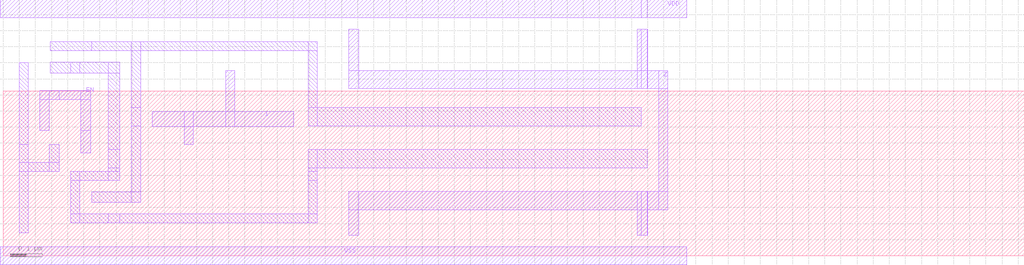
<source format=lef>
# 
# ******************************************************************************
# *                                                                            *
# *                   Copyright (C) 2004-2014, Nangate Inc.                    *
# *                           All rights reserved.                             *
# *                                                                            *
# * Nangate and the Nangate logo are trademarks of Nangate Inc.                *
# *                                                                            *
# * All trademarks, logos, software marks, and trade names (collectively the   *
# * "Marks") in this program are proprietary to Nangate or other respective    *
# * owners that have granted Nangate the right and license to use such Marks.  *
# * You are not permitted to use the Marks without the prior written consent   *
# * of Nangate or such third party that may own the Marks.                     *
# *                                                                            *
# * This file has been provided pursuant to a License Agreement containing     *
# * restrictions on its use. This file contains valuable trade secrets and     *
# * proprietary information of Nangate Inc., and is protected by U.S. and      *
# * international laws and/or treaties.                                        *
# *                                                                            *
# * The copyright notice(s) in this file does not indicate actual or intended  *
# * publication of this file.                                                  *
# *                                                                            *
# *       NGLibraryCreator, Development_version_64 - build 201405300513        *
# *                                                                            *
# ******************************************************************************
# 
# 
# Running on us19.nangate.us for user Lucio Rech (lre).
# Local time is now Tue, 3 Jun 2014, 13:07:07.
# Main process id is 12480.

VERSION 5.6 ;
BUSBITCHARS "[]" ;
DIVIDERCHAR "/" ;

MACRO AND2_X1_8T
  CLASS core ;
  FOREIGN AND2_X1_8T 0.0 0.0 ;
  ORIGIN 0 0 ;
  SYMMETRY X Y ;
  SITE NanGate_15nm_OCL ;
  SIZE 0.384 BY 0.512 ;
  PIN A1
    DIRECTION INPUT ;
    PORT
      LAYER M1 ;
        RECT 0.178 0.1707 0.206 0.4639 ;
    END
  END A1
  PIN A2
    DIRECTION INPUT ;
    PORT
      LAYER M1 ;
        RECT 0.05 0.0847 0.078 0.35 ;
    END
  END A2
  PIN Z
    DIRECTION OUTPUT ;
    PORT
      LAYER M1 ;
        RECT 0.306 0.076 0.334 0.4267 ;
    END
  END Z
  PIN VDD
    DIRECTION INOUT ;
    USE power ;
    SHAPE ABUTMENT ;
    PORT
      LAYER M1 ;
        RECT -0.01 0.4933 0.27 0.5307 ;
        RECT 0.27 0.4933 0.394 0.5307 ;
    END
  END VDD
  PIN VSS
    DIRECTION INOUT ;
    USE ground ;
    SHAPE ABUTMENT ;
    PORT
      LAYER M1 ;
        RECT -0.01 -0.0187 0.394 0.0187 ;
    END
  END VSS
  OBS
      LAYER M1 ;
        RECT 0.114 0.108 0.1419 0.1267 ;
        RECT 0.114 0.1267 0.1419 0.2853 ;
        RECT 0.114 0.2853 0.1419 0.3627 ;
        RECT 0.1419 0.108 0.242 0.1267 ;
        RECT 0.242 0.108 0.27 0.1267 ;
        RECT 0.242 0.1267 0.27 0.2853 ;
      LAYER M1 ;
        RECT 0.114 0.108 0.1419 0.1267 ;
        RECT 0.114 0.1267 0.1419 0.2853 ;
        RECT 0.114 0.2853 0.1419 0.3627 ;
        RECT 0.1419 0.108 0.242 0.1267 ;
        RECT 0.242 0.108 0.27 0.1267 ;
        RECT 0.242 0.1267 0.27 0.2853 ;
  END
END AND2_X1_8T

MACRO AND2_X2_8T
  CLASS core ;
  FOREIGN AND2_X2_8T 0.0 0.0 ;
  ORIGIN 0 0 ;
  SYMMETRY X Y ;
  SITE NanGate_15nm_OCL ;
  SIZE 0.448 BY 0.512 ;
  PIN A1
    DIRECTION INPUT ;
    PORT
      LAYER M1 ;
        RECT 0.178 0.1707 0.206 0.3413 ;
    END
  END A1
  PIN A2
    DIRECTION INPUT ;
    PORT
      LAYER M1 ;
        RECT 0.045 0.1653 0.083 0.3467 ;
    END
  END A2
  PIN Z
    DIRECTION OUTPUT ;
    PORT
      LAYER M1 ;
        RECT 0.302 0.0427 0.306 0.0867 ;
        RECT 0.302 0.4253 0.306 0.4693 ;
        RECT 0.306 0.0427 0.334 0.0867 ;
        RECT 0.306 0.0867 0.334 0.4253 ;
        RECT 0.306 0.4253 0.334 0.4693 ;
    END
  END Z
  PIN VDD
    DIRECTION INOUT ;
    USE power ;
    SHAPE ABUTMENT ;
    PORT
      LAYER M1 ;
        RECT -0.01 0.4933 0.27 0.5307 ;
        RECT 0.27 0.4933 0.458 0.5307 ;
    END
  END VDD
  PIN VSS
    DIRECTION INOUT ;
    USE ground ;
    SHAPE ABUTMENT ;
    PORT
      LAYER M1 ;
        RECT -0.01 -0.0187 0.458 0.0187 ;
    END
  END VSS
  OBS
      LAYER M1 ;
        RECT 0.054 0.3827 0.082 0.4013 ;
        RECT 0.082 0.1107 0.242 0.1293 ;
        RECT 0.082 0.3827 0.242 0.4013 ;
        RECT 0.242 0.1107 0.27 0.1293 ;
        RECT 0.242 0.1293 0.27 0.3827 ;
        RECT 0.242 0.3827 0.27 0.4013 ;
      LAYER M1 ;
        RECT 0.054 0.3827 0.082 0.4013 ;
        RECT 0.082 0.1107 0.242 0.1293 ;
        RECT 0.082 0.3827 0.242 0.4013 ;
        RECT 0.242 0.1107 0.27 0.1293 ;
        RECT 0.242 0.1293 0.27 0.3827 ;
        RECT 0.242 0.3827 0.27 0.4013 ;
  END
END AND2_X2_8T

MACRO AND3_X1_8T
  CLASS core ;
  FOREIGN AND3_X1_8T 0.0 0.0 ;
  ORIGIN 0 0 ;
  SYMMETRY X Y ;
  SITE NanGate_15nm_OCL ;
  SIZE 0.512 BY 0.512 ;
  PIN A1
    DIRECTION INPUT ;
    PORT
      LAYER M1 ;
        RECT 0.306 0.128 0.334 0.384 ;
    END
  END A1
  PIN A2
    DIRECTION INPUT ;
    PORT
      LAYER M1 ;
        RECT 0.1729 0.128 0.211 0.384 ;
    END
  END A2
  PIN A3
    DIRECTION INPUT ;
    PORT
      LAYER M1 ;
        RECT 0.048 0.128 0.08 0.384 ;
    END
  END A3
  PIN Z
    DIRECTION OUTPUT ;
    PORT
      LAYER M1 ;
        RECT 0.434 0.076 0.462 0.436 ;
    END
  END Z
  PIN VDD
    DIRECTION INOUT ;
    USE power ;
    SHAPE ABUTMENT ;
    PORT
      LAYER M1 ;
        RECT -0.01 0.4933 0.398 0.5307 ;
        RECT 0.398 0.4933 0.522 0.5307 ;
    END
  END VDD
  PIN VSS
    DIRECTION INOUT ;
    USE ground ;
    SHAPE ABUTMENT ;
    PORT
      LAYER M1 ;
        RECT -0.01 -0.0187 0.522 0.0187 ;
    END
  END VSS
  OBS
      LAYER M1 ;
        RECT 0.079 0.0667 0.238 0.066732 ;
        RECT 0.054 0.4207 0.274 0.4393 ;
        RECT 0.274 0.0633 0.37 0.0913 ;
        RECT 0.274 0.4207 0.37 0.4393 ;
        RECT 0.37 0.0633 0.398 0.0913 ;
        RECT 0.37 0.0913 0.398 0.4207 ;
        RECT 0.37 0.4207 0.398 0.4393 ;
      LAYER M1 ;
        RECT 0.079 0.0667 0.238 0.066732 ;
        RECT 0.054 0.4207 0.274 0.4393 ;
        RECT 0.274 0.0633 0.37 0.0913 ;
        RECT 0.274 0.4207 0.37 0.4393 ;
        RECT 0.37 0.0633 0.398 0.0913 ;
        RECT 0.37 0.0913 0.398 0.4207 ;
        RECT 0.37 0.4207 0.398 0.4393 ;
  END
END AND3_X1_8T

MACRO AND3_X2_8T
  CLASS core ;
  FOREIGN AND3_X2_8T 0.0 0.0 ;
  ORIGIN 0 0 ;
  SYMMETRY X Y ;
  SITE NanGate_15nm_OCL ;
  SIZE 0.512 BY 0.512 ;
  PIN A1
    DIRECTION INPUT ;
    PORT
      LAYER M1 ;
        RECT 0.178 0.2133 0.206 0.342 ;
    END
  END A1
  PIN A2
    DIRECTION INPUT ;
    PORT
      LAYER M1 ;
        RECT 0.045 0.1707 0.083 0.3413 ;
    END
  END A2
  PIN A3
    DIRECTION INPUT ;
    PORT
      LAYER M1 ;
        RECT 0.242 0.2013 0.27 0.358 ;
    END
  END A3
  PIN Z
    DIRECTION OUTPUT ;
    PORT
      LAYER M1 ;
        RECT 0.366 0.0427 0.37 0.1047 ;
        RECT 0.366 0.4253 0.37 0.4693 ;
        RECT 0.37 0.0427 0.398 0.1047 ;
        RECT 0.37 0.1047 0.398 0.4253 ;
        RECT 0.37 0.4253 0.398 0.4693 ;
    END
  END Z
  PIN VDD
    DIRECTION INOUT ;
    USE power ;
    SHAPE ABUTMENT ;
    PORT
      LAYER M1 ;
        RECT -0.01 0.4933 0.334 0.5307 ;
        RECT 0.334 0.4933 0.522 0.5307 ;
    END
  END VDD
  PIN VSS
    DIRECTION INOUT ;
    USE ground ;
    SHAPE ABUTMENT ;
    PORT
      LAYER M1 ;
        RECT -0.01 -0.0187 0.522 0.0187 ;
    END
  END VSS
  OBS
      LAYER M1 ;
        RECT 0.048 0.048 0.08 0.104 ;
        RECT 0.048 0.104 0.08 0.1253 ;
        RECT 0.08 0.104 0.298 0.1253 ;
        RECT 0.054 0.3873 0.146 0.4087 ;
        RECT 0.146 0.1493 0.306 0.168 ;
        RECT 0.146 0.3873 0.306 0.4087 ;
        RECT 0.306 0.1493 0.334 0.168 ;
        RECT 0.306 0.168 0.334 0.3873 ;
        RECT 0.306 0.3873 0.334 0.4087 ;
      LAYER M1 ;
        RECT 0.048 0.048 0.08 0.104 ;
        RECT 0.048 0.104 0.08 0.1253 ;
        RECT 0.08 0.104 0.298 0.1253 ;
        RECT 0.054 0.3873 0.146 0.4087 ;
        RECT 0.146 0.1493 0.306 0.168 ;
        RECT 0.146 0.3873 0.306 0.4087 ;
        RECT 0.306 0.1493 0.334 0.168 ;
        RECT 0.306 0.168 0.334 0.3873 ;
        RECT 0.306 0.3873 0.334 0.4087 ;
  END
END AND3_X2_8T

MACRO AND4_X1_8T
  CLASS core ;
  FOREIGN AND4_X1_8T 0.0 0.0 ;
  ORIGIN 0 0 ;
  SYMMETRY X Y ;
  SITE NanGate_15nm_OCL ;
  SIZE 0.576 BY 0.512 ;
  PIN A1
    DIRECTION INPUT ;
    PORT
      LAYER M1 ;
        RECT 0.37 0.128 0.398 0.384 ;
    END
  END A1
  PIN A2
    DIRECTION INPUT ;
    PORT
      LAYER M1 ;
        RECT 0.24 0.128 0.272 0.384 ;
    END
  END A2
  PIN A3
    DIRECTION INPUT ;
    PORT
      LAYER M1 ;
        RECT 0.114 0.128 0.1419 0.3413 ;
    END
  END A3
  PIN A4
    DIRECTION INPUT ;
    PORT
      LAYER M1 ;
        RECT 0.05 0.128 0.078 0.384 ;
    END
  END A4
  PIN Z
    DIRECTION OUTPUT ;
    PORT
      LAYER M1 ;
        RECT 0.498 0.076 0.526 0.436 ;
    END
  END Z
  PIN VDD
    DIRECTION INOUT ;
    USE power ;
    SHAPE ABUTMENT ;
    PORT
      LAYER M1 ;
        RECT -0.01 0.4933 0.462 0.5307 ;
        RECT 0.462 0.4933 0.586 0.5307 ;
    END
  END VDD
  PIN VSS
    DIRECTION INOUT ;
    USE ground ;
    SHAPE ABUTMENT ;
    PORT
      LAYER M1 ;
        RECT -0.01 -0.0187 0.586 0.0187 ;
    END
  END VSS
  OBS
      LAYER M1 ;
        RECT 0.082 0.424 0.338 0.4453 ;
        RECT 0.338 0.0667 0.434 0.066732 ;
        RECT 0.338 0.424 0.434 0.4453 ;
        RECT 0.434 0.0667 0.462 0.066732 ;
        RECT 0.434 0.088 0.462 0.424 ;
        RECT 0.434 0.424 0.462 0.4453 ;
        RECT 0.1409 0.066 0.298 0.098 ;
      LAYER M1 ;
        RECT 0.082 0.424 0.338 0.4453 ;
        RECT 0.338 0.0667 0.434 0.066732 ;
        RECT 0.338 0.424 0.434 0.4453 ;
        RECT 0.434 0.0667 0.462 0.066732 ;
        RECT 0.434 0.088 0.462 0.424 ;
        RECT 0.434 0.424 0.462 0.4453 ;
        RECT 0.1409 0.066 0.298 0.098 ;
  END
END AND4_X1_8T

MACRO AND4_X2_8T
  CLASS core ;
  FOREIGN AND4_X2_8T 0.0 0.0 ;
  ORIGIN 0 0 ;
  SYMMETRY X Y ;
  SITE NanGate_15nm_OCL ;
  SIZE 0.64 BY 0.512 ;
  PIN A1
    DIRECTION INPUT ;
    PORT
      LAYER M1 ;
        RECT 0.37 0.1607 0.398 0.384 ;
    END
  END A1
  PIN A2
    DIRECTION INPUT ;
    PORT
      LAYER M1 ;
        RECT 0.242 0.128 0.27 0.3847 ;
    END
  END A2
  PIN A3
    DIRECTION INPUT ;
    PORT
      LAYER M1 ;
        RECT 0.114 0.128 0.1419 0.3847 ;
    END
  END A3
  PIN A4
    DIRECTION INPUT ;
    PORT
      LAYER M1 ;
        RECT 0.05 0.128 0.078 0.3847 ;
    END
  END A4
  PIN Z
    DIRECTION OUTPUT ;
    PORT
      LAYER M1 ;
        RECT 0.498 0.064 0.526 0.4267 ;
    END
  END Z
  PIN VDD
    DIRECTION INOUT ;
    USE power ;
    SHAPE ABUTMENT ;
    PORT
      LAYER M1 ;
        RECT -0.01 0.4933 0.462 0.5307 ;
        RECT 0.462 0.4933 0.65 0.5307 ;
    END
  END VDD
  PIN VSS
    DIRECTION INOUT ;
    USE ground ;
    SHAPE ABUTMENT ;
    PORT
      LAYER M1 ;
        RECT -0.01 -0.0187 0.65 0.0187 ;
    END
  END VSS
  OBS
      LAYER M1 ;
        RECT 0.0667419 0.0667 0.298 0.066732 ;
        RECT 0.082 0.424 0.342 0.4453 ;
        RECT 0.342 0.11 0.434 0.1313 ;
        RECT 0.342 0.424 0.434 0.4453 ;
        RECT 0.434 0.11 0.462 0.1313 ;
        RECT 0.434 0.1313 0.462 0.424 ;
        RECT 0.434 0.424 0.462 0.4453 ;
      LAYER M1 ;
        RECT 0.0667419 0.0667 0.298 0.066732 ;
        RECT 0.082 0.424 0.342 0.4453 ;
        RECT 0.342 0.11 0.434 0.1313 ;
        RECT 0.342 0.424 0.434 0.4453 ;
        RECT 0.434 0.11 0.462 0.1313 ;
        RECT 0.434 0.1313 0.462 0.424 ;
        RECT 0.434 0.424 0.462 0.4453 ;
  END
END AND4_X2_8T

MACRO ANTENNA_8T
  CLASS core ;
  FOREIGN ANTENNA_8T 0.0 0.0 ;
  ORIGIN 0 0 ;
  SYMMETRY X Y ;
  SITE NanGate_15nm_OCL ;
  SIZE 0.192 BY 0.512 ;
END ANTENNA_8T

MACRO AOI21_X1_8T
  CLASS core ;
  FOREIGN AOI21_X1_8T 0.0 0.0 ;
  ORIGIN 0 0 ;
  SYMMETRY X Y ;
  SITE NanGate_15nm_OCL ;
  SIZE 0.384 BY 0.512 ;
  PIN A1
    DIRECTION INPUT ;
    PORT
      LAYER M1 ;
        RECT 0.178 0.128 0.206 0.3413 ;
    END
  END A1
  PIN A2
    DIRECTION INPUT ;
    PORT
      LAYER M1 ;
        RECT 0.05 0.0893 0.078 0.3413 ;
    END
  END A2
  PIN B
    DIRECTION INPUT ;
    PORT
      LAYER M1 ;
        RECT 0.306 0.128 0.334 0.3413 ;
    END
  END B
  PIN ZN
    DIRECTION OUTPUT ;
    PORT
      LAYER M1 ;
        RECT 0.066714 0.0667 0.0667419 0.066732 ;
        RECT 0.114 0.088 0.1419 0.3573 ;
        RECT 0.0667419 0.0667 0.306 0.066732 ;
    END
  END ZN
  PIN VDD
    DIRECTION INOUT ;
    USE power ;
    SHAPE ABUTMENT ;
    PORT
      LAYER M1 ;
        RECT -0.01 0.4933 0.298 0.5307 ;
        RECT 0.298 0.4933 0.394 0.5307 ;
    END
  END VDD
  PIN VSS
    DIRECTION INOUT ;
    USE ground ;
    SHAPE ABUTMENT ;
    PORT
      LAYER M1 ;
        RECT -0.01 -0.0187 0.394 0.0187 ;
    END
  END VSS
  OBS
      LAYER M1 ;
        RECT 0.048 0.3867 0.08 0.408 ;
        RECT 0.048 0.408 0.08 0.4693 ;
        RECT 0.08 0.3867 0.298 0.408 ;
      LAYER M1 ;
        RECT 0.048 0.3867 0.08 0.408 ;
        RECT 0.048 0.408 0.08 0.4693 ;
        RECT 0.08 0.3867 0.298 0.408 ;
  END
END AOI21_X1_8T

MACRO AOI21_X2_8T
  CLASS core ;
  FOREIGN AOI21_X2_8T 0.0 0.0 ;
  ORIGIN 0 0 ;
  SYMMETRY X Y ;
  SITE NanGate_15nm_OCL ;
  SIZE 0.576 BY 0.512 ;
  PIN A1
    DIRECTION INPUT ;
    PORT
      LAYER M1 ;
        RECT 0.37 0.2013 0.398 0.2987 ;
    END
  END A1
  PIN A2
    DIRECTION INPUT ;
    PORT
      LAYER M1 ;
        RECT 0.242 0.1533 0.27 0.172 ;
        RECT 0.242 0.172 0.27 0.2987 ;
        RECT 0.242 0.2987 0.27 0.3413 ;
        RECT 0.27 0.1533 0.493 0.172 ;
        RECT 0.493 0.1533 0.531 0.172 ;
        RECT 0.493 0.172 0.531 0.2987 ;
    END
  END A2
  PIN B
    DIRECTION INPUT ;
    PORT
      LAYER M1 ;
        RECT 0.114 0.1707 0.1419 0.2987 ;
    END
  END B
  PIN ZN
    DIRECTION OUTPUT ;
    PORT
      LAYER M1 ;
        RECT 0.077 0.1107 0.178 0.1293 ;
        RECT 0.178 0.1107 0.206 0.1293 ;
        RECT 0.178 0.1293 0.206 0.326 ;
        RECT 0.178 0.326 0.206 0.3806 ;
        RECT 0.178 0.3806 0.206 0.3993 ;
        RECT 0.206 0.1107 0.43 0.1293 ;
        RECT 0.206 0.3806 0.43 0.3993 ;
        RECT 0.43 0.3806 0.434 0.3993 ;
        RECT 0.434 0.326 0.462 0.3806 ;
        RECT 0.434 0.3806 0.462 0.3993 ;
    END
  END ZN
  PIN VDD
    DIRECTION INOUT ;
    USE power ;
    SHAPE ABUTMENT ;
    PORT
      LAYER M1 ;
        RECT -0.01 0.4933 0.526 0.5307 ;
        RECT 0.526 0.4933 0.535 0.5307 ;
        RECT 0.535 0.4933 0.586 0.5307 ;
    END
  END VDD
  PIN VSS
    DIRECTION INOUT ;
    USE ground ;
    SHAPE ABUTMENT ;
    PORT
      LAYER M1 ;
        RECT -0.01 -0.0187 0.586 0.0187 ;
    END
  END VSS
  OBS
      LAYER M1 ;
        RECT 0.048 0.3667 0.08 0.4233 ;
        RECT 0.048 0.4233 0.08 0.446 ;
        RECT 0.08 0.4233 0.498 0.446 ;
        RECT 0.498 0.344 0.526 0.3667 ;
        RECT 0.498 0.3667 0.526 0.4233 ;
        RECT 0.498 0.4233 0.526 0.446 ;
        RECT 0.146 0.0679 0.535 0.0867 ;
      LAYER M1 ;
        RECT 0.048 0.3667 0.08 0.4233 ;
        RECT 0.048 0.4233 0.08 0.446 ;
        RECT 0.08 0.4233 0.498 0.446 ;
        RECT 0.498 0.344 0.526 0.3667 ;
        RECT 0.498 0.3667 0.526 0.4233 ;
        RECT 0.498 0.4233 0.526 0.446 ;
        RECT 0.146 0.0679 0.535 0.0867 ;
  END
END AOI21_X2_8T

MACRO AOI22_X1_8T
  CLASS core ;
  FOREIGN AOI22_X1_8T 0.0 0.0 ;
  ORIGIN 0 0 ;
  SYMMETRY X Y ;
  SITE NanGate_15nm_OCL ;
  SIZE 0.448 BY 0.512 ;
  PIN A1
    DIRECTION INPUT ;
    PORT
      LAYER M1 ;
        RECT 0.242 0.128 0.27 0.3413 ;
    END
  END A1
  PIN A2
    DIRECTION INPUT ;
    PORT
      LAYER M1 ;
        RECT 0.37 0.128 0.398 0.3233 ;
    END
  END A2
  PIN B1
    DIRECTION INPUT ;
    PORT
      LAYER M1 ;
        RECT 0.114 0.132 0.1419 0.384 ;
    END
  END B1
  PIN B2
    DIRECTION INPUT ;
    PORT
      LAYER M1 ;
        RECT 0.05 0.128 0.078 0.384 ;
    END
  END B2
  PIN ZN
    DIRECTION OUTPUT ;
    PORT
      LAYER M1 ;
        RECT 0.1409 0.0679 0.306 0.0867 ;
        RECT 0.306 0.0679 0.334 0.0867 ;
        RECT 0.306 0.0867 0.334 0.388 ;
    END
  END ZN
  PIN VDD
    DIRECTION INOUT ;
    USE power ;
    SHAPE ABUTMENT ;
    PORT
      LAYER M1 ;
        RECT -0.01 0.4933 0.398 0.5307 ;
        RECT 0.398 0.4933 0.458 0.5307 ;
    END
  END VDD
  PIN VSS
    DIRECTION INOUT ;
    USE ground ;
    SHAPE ABUTMENT ;
    PORT
      LAYER M1 ;
        RECT -0.01 -0.0187 0.458 0.0187 ;
    END
  END VSS
  OBS
      LAYER M1 ;
        RECT 0.082 0.42 0.37 0.4493 ;
        RECT 0.37 0.3687 0.398 0.42 ;
        RECT 0.37 0.42 0.398 0.4493 ;
      LAYER M1 ;
        RECT 0.082 0.42 0.37 0.4493 ;
        RECT 0.37 0.3687 0.398 0.42 ;
        RECT 0.37 0.42 0.398 0.4493 ;
  END
END AOI22_X1_8T

MACRO AOI22_X2_8T
  CLASS core ;
  FOREIGN AOI22_X2_8T 0.0 0.0 ;
  ORIGIN 0 0 ;
  SYMMETRY X Y ;
  SITE NanGate_15nm_OCL ;
  SIZE 0.512 BY 0.512 ;
  PIN A1
    DIRECTION INPUT ;
    PORT
      LAYER M1 ;
        RECT 0.434 0.1827 0.462 0.2013 ;
        RECT 0.434 0.2013 0.462 0.326 ;
        RECT 0.434 0.326 0.462 0.3413 ;
        RECT 0.462 0.1827 0.654 0.2013 ;
        RECT 0.654 0.1827 0.6899 0.2013 ;
        RECT 0.6899 0.1827 0.718 0.2013 ;
        RECT 0.6899 0.2013 0.718 0.326 ;
    END
  END A1
  PIN A2
    DIRECTION INPUT ;
    PORT
      LAYER M1 ;
        RECT 0.562 0.2467 0.59 0.3413 ;
    END
  END A2
  PIN B1
    DIRECTION INPUT ;
    PORT
      LAYER M1 ;
        RECT 0.204 0.204 0.334 0.3507 ;
    END
  END B1
  PIN B2
    DIRECTION INPUT ;
    PORT
      LAYER M1 ;
        RECT 0.05 0.1613 0.078 0.3413 ;
    END
  END B2
  PIN ZN
    DIRECTION OUTPUT ;
    PORT
      LAYER M1 ;
        RECT 0.133342 0.1333 0.13337 0.133328 ;
        RECT 0.242 0.152 0.27 0.1527 ;
        RECT 0.242 0.1527 0.27 0.2133 ;
        RECT 0.13337 0.1333 0.362 0.133328 ;
        RECT 0.362 0.1333 0.37 0.133328 ;
        RECT 0.37 0.1333 0.398 0.133328 ;
        RECT 0.37 0.152 0.398 0.1527 ;
        RECT 0.37 0.1527 0.398 0.2133 ;
        RECT 0.37 0.2133 0.398 0.3087 ;
        RECT 0.37 0.3087 0.398 0.3786 ;
        RECT 0.37 0.3786 0.398 0.4013 ;
        RECT 0.398 0.1333 0.626 0.133328 ;
        RECT 0.398 0.152 0.626 0.1527 ;
        RECT 0.398 0.3786 0.626 0.4013 ;
        RECT 0.626 0.1333 0.654 0.133328 ;
        RECT 0.626 0.152 0.654 0.1527 ;
        RECT 0.626 0.3087 0.654 0.3786 ;
        RECT 0.626 0.3786 0.654 0.4013 ;
        RECT 0.654 0.1333 0.6899 0.133328 ;
        RECT 0.654 0.152 0.6899 0.1527 ;
        RECT 0.6899 0.064 0.718 0.1333 ;
        RECT 0.6899 0.1333 0.718 0.133328 ;
        RECT 0.6899 0.152 0.718 0.1527 ;
    END
  END ZN
  PIN VDD
    DIRECTION INOUT ;
    USE power ;
    SHAPE ABUTMENT ;
    PORT
      LAYER M1 ;
        RECT -0.01 0.4933 0.718 0.5307 ;
        RECT 0.718 0.4933 0.778 0.5307 ;
    END
  END VDD
  PIN VSS
    DIRECTION INOUT ;
    USE ground ;
    SHAPE ABUTMENT ;
    PORT
      LAYER M1 ;
        RECT -0.01 -0.0187 0.778 0.0187 ;
    END
  END VSS
  OBS
      LAYER M1 ;
        RECT 0.406 0.088 0.626 0.1093 ;
        RECT 0.626 0.048 0.654 0.088 ;
        RECT 0.626 0.088 0.654 0.1093 ;
        RECT 0.077 0.4253 0.6899 0.444 ;
        RECT 0.6899 0.3713 0.718 0.4253 ;
        RECT 0.6899 0.4253 0.718 0.444 ;
        RECT 0.0859 0.0579 0.362 0.0967 ;
      LAYER M1 ;
        RECT 0.406 0.088 0.626 0.1093 ;
        RECT 0.626 0.048 0.654 0.088 ;
        RECT 0.626 0.088 0.654 0.1093 ;
        RECT 0.077 0.4253 0.6899 0.444 ;
        RECT 0.6899 0.3713 0.718 0.4253 ;
        RECT 0.6899 0.4253 0.718 0.444 ;
        RECT 0.0859 0.0579 0.362 0.0967 ;
  END
END AOI22_X2_8T

MACRO BUF_X1_8T
  CLASS core ;
  FOREIGN BUF_X1_8T 0.0 0.0 ;
  ORIGIN 0 0 ;
  SYMMETRY X Y ;
  SITE NanGate_15nm_OCL ;
  SIZE 0.32 BY 0.512 ;
  PIN I
    DIRECTION INPUT ;
    PORT
      LAYER M1 ;
        RECT 0.05 0.128 0.078 0.384 ;
    END
  END I
  PIN Z
    DIRECTION OUTPUT ;
    PORT
      LAYER M1 ;
        RECT 0.24 0.076 0.272 0.4693 ;
    END
  END Z
  PIN VDD
    DIRECTION INOUT ;
    USE power ;
    SHAPE ABUTMENT ;
    PORT
      LAYER M1 ;
        RECT -0.01 0.4933 0.1429 0.5307 ;
        RECT 0.1429 0.4933 0.33 0.5307 ;
    END
  END VDD
  PIN VSS
    DIRECTION INOUT ;
    USE ground ;
    SHAPE ABUTMENT ;
    PORT
      LAYER M1 ;
        RECT -0.01 -0.0187 0.33 0.0187 ;
    END
  END VSS
  OBS
      LAYER M1 ;
        RECT 0.114 0.048 0.115 0.1233 ;
        RECT 0.114 0.1233 0.115 0.142 ;
        RECT 0.114 0.2853 0.115 0.304 ;
        RECT 0.114 0.304 0.115 0.372 ;
        RECT 0.115 0.048 0.1419 0.1233 ;
        RECT 0.115 0.1233 0.1419 0.142 ;
        RECT 0.115 0.142 0.1419 0.2853 ;
        RECT 0.115 0.2853 0.1419 0.304 ;
        RECT 0.115 0.304 0.1419 0.372 ;
        RECT 0.1419 0.1233 0.1429 0.142 ;
        RECT 0.1419 0.142 0.1429 0.2853 ;
        RECT 0.1419 0.2853 0.1429 0.304 ;
      LAYER M1 ;
        RECT 0.114 0.048 0.115 0.1233 ;
        RECT 0.114 0.1233 0.115 0.142 ;
        RECT 0.114 0.2853 0.115 0.304 ;
        RECT 0.114 0.304 0.115 0.372 ;
        RECT 0.115 0.048 0.1419 0.1233 ;
        RECT 0.115 0.1233 0.1419 0.142 ;
        RECT 0.115 0.142 0.1419 0.2853 ;
        RECT 0.115 0.2853 0.1419 0.304 ;
        RECT 0.115 0.304 0.1419 0.372 ;
        RECT 0.1419 0.1233 0.1429 0.142 ;
        RECT 0.1419 0.142 0.1429 0.2853 ;
        RECT 0.1419 0.2853 0.1429 0.304 ;
  END
END BUF_X1_8T

MACRO BUF_X2_8T
  CLASS core ;
  FOREIGN BUF_X2_8T 0.0 0.0 ;
  ORIGIN 0 0 ;
  SYMMETRY X Y ;
  SITE NanGate_15nm_OCL ;
  SIZE 0.32 BY 0.512 ;
  PIN I
    DIRECTION INPUT ;
    PORT
      LAYER M1 ;
        RECT 0.05 0.178 0.078 0.3413 ;
    END
  END I
  PIN Z
    DIRECTION OUTPUT ;
    PORT
      LAYER M1 ;
        RECT 0.1739 0.402 0.177 0.4693 ;
        RECT 0.177 0.048 0.178 0.088 ;
        RECT 0.177 0.402 0.178 0.4693 ;
        RECT 0.178 0.048 0.206 0.088 ;
        RECT 0.178 0.088 0.206 0.402 ;
        RECT 0.178 0.402 0.206 0.4693 ;
    END
  END Z
  PIN VDD
    DIRECTION INOUT ;
    USE power ;
    SHAPE ABUTMENT ;
    PORT
      LAYER M1 ;
        RECT -0.01 0.4933 0.1419 0.5307 ;
        RECT 0.1419 0.4933 0.33 0.5307 ;
    END
  END VDD
  PIN VSS
    DIRECTION INOUT ;
    USE ground ;
    SHAPE ABUTMENT ;
    PORT
      LAYER M1 ;
        RECT -0.01 -0.0187 0.33 0.0187 ;
    END
  END VSS
  OBS
      LAYER M1 ;
        RECT 0.042 0.3707 0.05 0.3893 ;
        RECT 0.042 0.3893 0.05 0.4573 ;
        RECT 0.05 0.064 0.078 0.128 ;
        RECT 0.05 0.128 0.078 0.1467 ;
        RECT 0.05 0.3707 0.078 0.3893 ;
        RECT 0.05 0.3893 0.078 0.4573 ;
        RECT 0.078 0.128 0.0859 0.1467 ;
        RECT 0.078 0.3707 0.0859 0.3893 ;
        RECT 0.078 0.3893 0.0859 0.4573 ;
        RECT 0.0859 0.128 0.114 0.1467 ;
        RECT 0.0859 0.3707 0.114 0.3893 ;
        RECT 0.114 0.128 0.1419 0.1467 ;
        RECT 0.114 0.1467 0.1419 0.3707 ;
        RECT 0.114 0.3707 0.1419 0.3893 ;
      LAYER M1 ;
        RECT 0.042 0.3707 0.05 0.3893 ;
        RECT 0.042 0.3893 0.05 0.4573 ;
        RECT 0.05 0.064 0.078 0.128 ;
        RECT 0.05 0.128 0.078 0.1467 ;
        RECT 0.05 0.3707 0.078 0.3893 ;
        RECT 0.05 0.3893 0.078 0.4573 ;
        RECT 0.078 0.128 0.0859 0.1467 ;
        RECT 0.078 0.3707 0.0859 0.3893 ;
        RECT 0.078 0.3893 0.0859 0.4573 ;
        RECT 0.0859 0.128 0.114 0.1467 ;
        RECT 0.0859 0.3707 0.114 0.3893 ;
        RECT 0.114 0.128 0.1419 0.1467 ;
        RECT 0.114 0.1467 0.1419 0.3707 ;
        RECT 0.114 0.3707 0.1419 0.3893 ;
  END
END BUF_X2_8T

MACRO BUF_X4_8T
  CLASS core ;
  FOREIGN BUF_X4_8T 0.0 0.0 ;
  ORIGIN 0 0 ;
  SYMMETRY X Y ;
  SITE NanGate_15nm_OCL ;
  SIZE 0.512 BY 0.512 ;
  PIN I
    DIRECTION INPUT ;
    PORT
      LAYER M1 ;
        RECT 0.178 0.1613 0.206 0.3507 ;
    END
  END I
  PIN Z
    DIRECTION OUTPUT ;
    PORT
      LAYER M1 ;
        RECT 0.145 0.0679 0.21 0.0867 ;
        RECT 0.21 0.0679 0.27 0.0867 ;
        RECT 0.21 0.4253 0.27 0.444 ;
        RECT 0.27 0.0679 0.368 0.0867 ;
        RECT 0.27 0.4253 0.368 0.444 ;
        RECT 0.368 0.0679 0.4 0.0867 ;
        RECT 0.368 0.0867 0.4 0.4253 ;
        RECT 0.368 0.4253 0.4 0.444 ;
    END
  END Z
  PIN VDD
    DIRECTION INOUT ;
    USE power ;
    SHAPE ABUTMENT ;
    PORT
      LAYER M1 ;
        RECT -0.01 0.4933 0.27 0.5307 ;
        RECT 0.27 0.4933 0.522 0.5307 ;
    END
  END VDD
  PIN VSS
    DIRECTION INOUT ;
    USE ground ;
    SHAPE ABUTMENT ;
    PORT
      LAYER M1 ;
        RECT -0.01 -0.0187 0.522 0.0187 ;
    END
  END VSS
  OBS
      LAYER M1 ;
        RECT 0.027 0.1107 0.0859 0.132 ;
        RECT 0.0859 0.1107 0.242 0.132 ;
        RECT 0.0859 0.3799 0.242 0.4013 ;
        RECT 0.242 0.1107 0.27 0.132 ;
        RECT 0.242 0.132 0.27 0.3799 ;
        RECT 0.242 0.3799 0.27 0.4013 ;
      LAYER M1 ;
        RECT 0.027 0.1107 0.0859 0.132 ;
        RECT 0.0859 0.1107 0.242 0.132 ;
        RECT 0.0859 0.3799 0.242 0.4013 ;
        RECT 0.242 0.1107 0.27 0.132 ;
        RECT 0.242 0.132 0.27 0.3799 ;
        RECT 0.242 0.3799 0.27 0.4013 ;
  END
END BUF_X4_8T

MACRO BUF_X8_8T
  CLASS core ;
  FOREIGN BUF_X8_8T 0.0 0.0 ;
  ORIGIN 0 0 ;
  SYMMETRY X Y ;
  SITE NanGate_15nm_OCL ;
  SIZE 0.896 BY 0.512 ;
  PIN I
    DIRECTION INPUT ;
    PORT
      LAYER M1 ;
        RECT 0.05 0.1707 0.078 0.244 ;
        RECT 0.05 0.244 0.078 0.2653 ;
        RECT 0.05 0.2653 0.078 0.3413 ;
        RECT 0.078 0.244 0.298 0.2653 ;
    END
  END I
  PIN Z
    DIRECTION OUTPUT ;
    PORT
      LAYER M1 ;
        RECT 0.338 0.0679 0.7 0.0867 ;
        RECT 0.338 0.4253 0.7 0.444 ;
        RECT 0.7 0.0679 0.754 0.0867 ;
        RECT 0.7 0.4253 0.754 0.444 ;
        RECT 0.754 0.0679 0.782 0.0867 ;
        RECT 0.754 0.0867 0.782 0.4253 ;
        RECT 0.754 0.4253 0.782 0.444 ;
    END
  END Z
  PIN VDD
    DIRECTION INOUT ;
    USE power ;
    SHAPE ABUTMENT ;
    PORT
      LAYER M1 ;
        RECT -0.01 0.4933 0.7 0.5307 ;
        RECT 0.7 0.4933 0.906 0.5307 ;
    END
  END VDD
  PIN VSS
    DIRECTION INOUT ;
    USE ground ;
    SHAPE ABUTMENT ;
    PORT
      LAYER M1 ;
        RECT -0.01 -0.0187 0.906 0.0187 ;
    END
  END VSS
  OBS
      LAYER M1 ;
        RECT 0.099 0.0653 0.114 0.124 ;
        RECT 0.099 0.124 0.114 0.1427 ;
        RECT 0.114 0.0653 0.1419 0.124 ;
        RECT 0.114 0.124 0.1419 0.1427 ;
        RECT 0.114 0.3513 0.1419 0.3887 ;
        RECT 0.114 0.3887 0.1419 0.4467 ;
        RECT 0.1419 0.0653 0.157 0.124 ;
        RECT 0.1419 0.124 0.157 0.1427 ;
        RECT 0.1419 0.3513 0.157 0.3887 ;
        RECT 0.157 0.124 0.354 0.1427 ;
        RECT 0.157 0.3513 0.354 0.3887 ;
        RECT 0.354 0.124 0.382 0.1427 ;
        RECT 0.354 0.1427 0.382 0.2273 ;
        RECT 0.354 0.2273 0.382 0.246 ;
        RECT 0.354 0.246 0.382 0.3513 ;
        RECT 0.354 0.3513 0.382 0.3887 ;
        RECT 0.382 0.2273 0.7 0.246 ;
      LAYER M1 ;
        RECT 0.099 0.0653 0.114 0.124 ;
        RECT 0.099 0.124 0.114 0.1427 ;
        RECT 0.114 0.0653 0.1419 0.124 ;
        RECT 0.114 0.124 0.1419 0.1427 ;
        RECT 0.114 0.3513 0.1419 0.3887 ;
        RECT 0.114 0.3887 0.1419 0.4467 ;
        RECT 0.1419 0.0653 0.157 0.124 ;
        RECT 0.1419 0.124 0.157 0.1427 ;
        RECT 0.1419 0.3513 0.157 0.3887 ;
        RECT 0.157 0.124 0.354 0.1427 ;
        RECT 0.157 0.3513 0.354 0.3887 ;
        RECT 0.354 0.124 0.382 0.1427 ;
        RECT 0.354 0.1427 0.382 0.2273 ;
        RECT 0.354 0.2273 0.382 0.246 ;
        RECT 0.354 0.246 0.382 0.3513 ;
        RECT 0.354 0.3513 0.382 0.3887 ;
        RECT 0.382 0.2273 0.7 0.246 ;
  END
END BUF_X8_8T

MACRO BUF_X12_8T
  CLASS core ;
  FOREIGN BUF_X12_8T 0.0 0.0 ;
  ORIGIN 0 0 ;
  SYMMETRY X Y ;
  SITE NanGate_15nm_OCL ;
  SIZE 1.28 BY 0.512 ;
  PIN I
    DIRECTION INPUT ;
    PORT
      LAYER M1 ;
        RECT 0.048 0.1573 0.08 0.244 ;
        RECT 0.048 0.244 0.08 0.2653 ;
        RECT 0.048 0.2653 0.08 0.3433 ;
        RECT 0.08 0.244 0.426 0.2653 ;
    END
  END I
  PIN Z
    DIRECTION OUTPUT ;
    PORT
      LAYER M1 ;
        RECT 0.466 0.0679 1.07 0.0867 ;
        RECT 0.466 0.4253 1.07 0.444 ;
        RECT 1.07 0.0679 1.1359 0.0867 ;
        RECT 1.07 0.4253 1.1359 0.444 ;
        RECT 1.1359 0.0679 1.168 0.0867 ;
        RECT 1.1359 0.0867 1.168 0.4253 ;
        RECT 1.1359 0.4253 1.168 0.444 ;
    END
  END Z
  PIN VDD
    DIRECTION INOUT ;
    USE power ;
    SHAPE ABUTMENT ;
    PORT
      LAYER M1 ;
        RECT -0.01 0.4933 1.07 0.5307 ;
        RECT 1.07 0.4933 1.29 0.5307 ;
    END
  END VDD
  PIN VSS
    DIRECTION INOUT ;
    USE ground ;
    SHAPE ABUTMENT ;
    PORT
      LAYER M1 ;
        RECT -0.01 -0.0187 1.29 0.0187 ;
    END
  END VSS
  OBS
      LAYER M1 ;
        RECT 0.098 0.3673 0.112 0.3887 ;
        RECT 0.098 0.3887 0.112 0.4467 ;
        RECT 0.112 0.0653 0.144 0.1233 ;
        RECT 0.112 0.1233 0.144 0.1447 ;
        RECT 0.112 0.3673 0.144 0.3887 ;
        RECT 0.112 0.3887 0.144 0.4467 ;
        RECT 0.144 0.1233 0.157 0.1447 ;
        RECT 0.144 0.3673 0.157 0.3887 ;
        RECT 0.144 0.3887 0.157 0.4467 ;
        RECT 0.157 0.1233 0.462 0.1447 ;
        RECT 0.157 0.3673 0.462 0.3887 ;
        RECT 0.462 0.1233 0.49 0.1447 ;
        RECT 0.462 0.1447 0.49 0.2467 ;
        RECT 0.462 0.2467 0.49 0.2653 ;
        RECT 0.462 0.2653 0.49 0.3673 ;
        RECT 0.462 0.3673 0.49 0.3887 ;
        RECT 0.49 0.2467 1.07 0.2653 ;
      LAYER M1 ;
        RECT 0.098 0.3673 0.112 0.3887 ;
        RECT 0.098 0.3887 0.112 0.4467 ;
        RECT 0.112 0.0653 0.144 0.1233 ;
        RECT 0.112 0.1233 0.144 0.1447 ;
        RECT 0.112 0.3673 0.144 0.3887 ;
        RECT 0.112 0.3887 0.144 0.4467 ;
        RECT 0.144 0.1233 0.157 0.1447 ;
        RECT 0.144 0.3673 0.157 0.3887 ;
        RECT 0.144 0.3887 0.157 0.4467 ;
        RECT 0.157 0.1233 0.462 0.1447 ;
        RECT 0.157 0.3673 0.462 0.3887 ;
        RECT 0.462 0.1233 0.49 0.1447 ;
        RECT 0.462 0.1447 0.49 0.2467 ;
        RECT 0.462 0.2467 0.49 0.2653 ;
        RECT 0.462 0.2653 0.49 0.3673 ;
        RECT 0.462 0.3673 0.49 0.3887 ;
        RECT 0.49 0.2467 1.07 0.2653 ;
  END
END BUF_X12_8T

MACRO BUF_X16_8T
  CLASS core ;
  FOREIGN BUF_X16_8T 0.0 0.0 ;
  ORIGIN 0 0 ;
  SYMMETRY X Y ;
  SITE NanGate_15nm_OCL ;
  SIZE 1.664 BY 0.512 ;
  PIN I
    DIRECTION INPUT ;
    PORT
      LAYER M1 ;
        RECT 0.05 0.1547 0.078 0.2367 ;
        RECT 0.05 0.2367 0.078 0.2753 ;
        RECT 0.05 0.2753 0.078 0.3413 ;
        RECT 0.078 0.2367 0.554 0.2753 ;
    END
  END I
  PIN Z
    DIRECTION OUTPUT ;
    PORT
      LAYER M1 ;
        RECT 0.594 0.0679 1.454 0.0867 ;
        RECT 0.594 0.4213 1.454 0.44 ;
        RECT 1.454 0.0679 1.52 0.0867 ;
        RECT 1.454 0.4213 1.52 0.44 ;
        RECT 1.52 0.0679 1.552 0.0867 ;
        RECT 1.52 0.0867 1.552 0.4213 ;
        RECT 1.52 0.4213 1.552 0.44 ;
    END
  END Z
  PIN VDD
    DIRECTION INOUT ;
    USE power ;
    SHAPE ABUTMENT ;
    PORT
      LAYER M1 ;
        RECT -0.01 0.4933 1.454 0.5307 ;
        RECT 1.454 0.4933 1.674 0.5307 ;
    END
  END VDD
  PIN VSS
    DIRECTION INOUT ;
    USE ground ;
    SHAPE ABUTMENT ;
    PORT
      LAYER M1 ;
        RECT -0.01 -0.0187 1.674 0.0187 ;
    END
  END VSS
  OBS
      LAYER M1 ;
        RECT 0.114 0.0653 0.1419 0.1367 ;
        RECT 0.114 0.1367 0.1419 0.1553 ;
        RECT 0.114 0.3053 0.1419 0.324 ;
        RECT 0.114 0.324 0.1419 0.4287 ;
        RECT 0.1419 0.1367 0.59 0.1553 ;
        RECT 0.1419 0.3053 0.59 0.324 ;
        RECT 0.59 0.1367 0.618 0.1553 ;
        RECT 0.59 0.1553 0.618 0.2453 ;
        RECT 0.59 0.2453 0.618 0.264 ;
        RECT 0.59 0.264 0.618 0.3053 ;
        RECT 0.59 0.3053 0.618 0.324 ;
        RECT 0.618 0.2453 1.454 0.264 ;
      LAYER M1 ;
        RECT 0.114 0.0653 0.1419 0.1367 ;
        RECT 0.114 0.1367 0.1419 0.1553 ;
        RECT 0.114 0.3053 0.1419 0.324 ;
        RECT 0.114 0.324 0.1419 0.4287 ;
        RECT 0.1419 0.1367 0.59 0.1553 ;
        RECT 0.1419 0.3053 0.59 0.324 ;
        RECT 0.59 0.1367 0.618 0.1553 ;
        RECT 0.59 0.1553 0.618 0.2453 ;
        RECT 0.59 0.2453 0.618 0.264 ;
        RECT 0.59 0.264 0.618 0.3053 ;
        RECT 0.59 0.3053 0.618 0.324 ;
        RECT 0.618 0.2453 1.454 0.264 ;
  END
END BUF_X16_8T

MACRO CLKBUF_X1_8T
  CLASS core ;
  FOREIGN CLKBUF_X1_8T 0.0 0.0 ;
  ORIGIN 0 0 ;
  SYMMETRY X Y ;
  SITE NanGate_15nm_OCL ;
  SIZE 0.32 BY 0.512 ;
  PIN I
    DIRECTION INPUT ;
    PORT
      LAYER M1 ;
        RECT 0.05 0.128 0.078 0.384 ;
    END
  END I
  PIN Z
    DIRECTION OUTPUT ;
    PORT
      LAYER M1 ;
        RECT 0.24 0.076 0.272 0.4693 ;
    END
  END Z
  PIN VDD
    DIRECTION INOUT ;
    USE power ;
    SHAPE ABUTMENT ;
    PORT
      LAYER M1 ;
        RECT -0.01 0.4933 0.1429 0.5307 ;
        RECT 0.1429 0.4933 0.33 0.5307 ;
    END
  END VDD
  PIN VSS
    DIRECTION INOUT ;
    USE ground ;
    SHAPE ABUTMENT ;
    PORT
      LAYER M1 ;
        RECT -0.01 -0.0187 0.33 0.0187 ;
    END
  END VSS
  OBS
      LAYER M1 ;
        RECT 0.114 0.048 0.115 0.1233 ;
        RECT 0.114 0.1233 0.115 0.142 ;
        RECT 0.114 0.262 0.115 0.3053 ;
        RECT 0.114 0.3053 0.115 0.3487 ;
        RECT 0.115 0.048 0.1419 0.1233 ;
        RECT 0.115 0.1233 0.1419 0.142 ;
        RECT 0.115 0.142 0.1419 0.262 ;
        RECT 0.115 0.262 0.1419 0.3053 ;
        RECT 0.115 0.3053 0.1419 0.3487 ;
        RECT 0.1419 0.1233 0.1429 0.142 ;
        RECT 0.1419 0.142 0.1429 0.262 ;
        RECT 0.1419 0.262 0.1429 0.3053 ;
      LAYER M1 ;
        RECT 0.114 0.048 0.115 0.1233 ;
        RECT 0.114 0.1233 0.115 0.142 ;
        RECT 0.114 0.262 0.115 0.3053 ;
        RECT 0.114 0.3053 0.115 0.3487 ;
        RECT 0.115 0.048 0.1419 0.1233 ;
        RECT 0.115 0.1233 0.1419 0.142 ;
        RECT 0.115 0.142 0.1419 0.262 ;
        RECT 0.115 0.262 0.1419 0.3053 ;
        RECT 0.115 0.3053 0.1419 0.3487 ;
        RECT 0.1419 0.1233 0.1429 0.142 ;
        RECT 0.1419 0.142 0.1429 0.262 ;
        RECT 0.1419 0.262 0.1429 0.3053 ;
  END
END CLKBUF_X1_8T

MACRO CLKBUF_X2_8T
  CLASS core ;
  FOREIGN CLKBUF_X2_8T 0.0 0.0 ;
  ORIGIN 0 0 ;
  SYMMETRY X Y ;
  SITE NanGate_15nm_OCL ;
  SIZE 0.32 BY 0.512 ;
  PIN I
    DIRECTION INPUT ;
    PORT
      LAYER M1 ;
        RECT 0.05 0.1973 0.078 0.3413 ;
    END
  END I
  PIN Z
    DIRECTION OUTPUT ;
    PORT
      LAYER M1 ;
        RECT 0.1739 0.4253 0.178 0.4693 ;
        RECT 0.178 0.048 0.206 0.4253 ;
        RECT 0.178 0.4253 0.206 0.4693 ;
    END
  END Z
  PIN VDD
    DIRECTION INOUT ;
    USE power ;
    SHAPE ABUTMENT ;
    PORT
      LAYER M1 ;
        RECT -0.01 0.4933 0.1419 0.5307 ;
        RECT 0.1419 0.4933 0.33 0.5307 ;
    END
  END VDD
  PIN VSS
    DIRECTION INOUT ;
    USE ground ;
    SHAPE ABUTMENT ;
    PORT
      LAYER M1 ;
        RECT -0.01 -0.0187 0.33 0.0187 ;
    END
  END VSS
  OBS
      LAYER M1 ;
        RECT 0.048 0.086 0.08 0.128 ;
        RECT 0.048 0.128 0.08 0.1467 ;
        RECT 0.048 0.3707 0.08 0.3893 ;
        RECT 0.048 0.3893 0.08 0.4573 ;
        RECT 0.08 0.128 0.114 0.1467 ;
        RECT 0.08 0.3707 0.114 0.3893 ;
        RECT 0.114 0.128 0.1419 0.1467 ;
        RECT 0.114 0.1467 0.1419 0.3707 ;
        RECT 0.114 0.3707 0.1419 0.3893 ;
      LAYER M1 ;
        RECT 0.048 0.086 0.08 0.128 ;
        RECT 0.048 0.128 0.08 0.1467 ;
        RECT 0.048 0.3707 0.08 0.3893 ;
        RECT 0.048 0.3893 0.08 0.4573 ;
        RECT 0.08 0.128 0.114 0.1467 ;
        RECT 0.08 0.3707 0.114 0.3893 ;
        RECT 0.114 0.128 0.1419 0.1467 ;
        RECT 0.114 0.1467 0.1419 0.3707 ;
        RECT 0.114 0.3707 0.1419 0.3893 ;
  END
END CLKBUF_X2_8T

MACRO CLKBUF_X4_8T
  CLASS core ;
  FOREIGN CLKBUF_X4_8T 0.0 0.0 ;
  ORIGIN 0 0 ;
  SYMMETRY X Y ;
  SITE NanGate_15nm_OCL ;
  SIZE 0.512 BY 0.512 ;
  PIN I
    DIRECTION INPUT ;
    PORT
      LAYER M1 ;
        RECT 0.114 0.1613 0.1419 0.3507 ;
    END
  END I
  PIN Z
    DIRECTION OUTPUT ;
    PORT
      LAYER M1 ;
        RECT 0.145 0.0679 0.205 0.0867 ;
        RECT 0.205 0.0679 0.206 0.0867 ;
        RECT 0.205 0.4253 0.206 0.444 ;
        RECT 0.206 0.0679 0.368 0.0867 ;
        RECT 0.206 0.4253 0.368 0.444 ;
        RECT 0.368 0.0679 0.4 0.0867 ;
        RECT 0.368 0.0867 0.4 0.4253 ;
        RECT 0.368 0.4253 0.4 0.444 ;
    END
  END Z
  PIN VDD
    DIRECTION INOUT ;
    USE power ;
    SHAPE ABUTMENT ;
    PORT
      LAYER M1 ;
        RECT -0.01 0.4933 0.206 0.5307 ;
        RECT 0.206 0.4933 0.522 0.5307 ;
    END
  END VDD
  PIN VSS
    DIRECTION INOUT ;
    USE ground ;
    SHAPE ABUTMENT ;
    PORT
      LAYER M1 ;
        RECT -0.01 -0.0187 0.522 0.0187 ;
    END
  END VSS
  OBS
      LAYER M1 ;
        RECT 0.041 0.1107 0.082 0.1293 ;
        RECT 0.082 0.1107 0.178 0.1293 ;
        RECT 0.082 0.3827 0.178 0.4013 ;
        RECT 0.178 0.1107 0.206 0.1293 ;
        RECT 0.178 0.1293 0.206 0.3827 ;
        RECT 0.178 0.3827 0.206 0.4013 ;
      LAYER M1 ;
        RECT 0.041 0.1107 0.082 0.1293 ;
        RECT 0.082 0.1107 0.178 0.1293 ;
        RECT 0.082 0.3827 0.178 0.4013 ;
        RECT 0.178 0.1107 0.206 0.1293 ;
        RECT 0.178 0.1293 0.206 0.3827 ;
        RECT 0.178 0.3827 0.206 0.4013 ;
  END
END CLKBUF_X4_8T

MACRO CLKBUF_X8_8T
  CLASS core ;
  FOREIGN CLKBUF_X8_8T 0.0 0.0 ;
  ORIGIN 0 0 ;
  SYMMETRY X Y ;
  SITE NanGate_15nm_OCL ;
  SIZE 0.896 BY 0.512 ;
  PIN I
    DIRECTION INPUT ;
    PORT
      LAYER M1 ;
        RECT 0.05 0.1707 0.078 0.2187 ;
        RECT 0.05 0.2187 0.078 0.2373 ;
        RECT 0.05 0.2373 0.078 0.3413 ;
        RECT 0.078 0.1707 0.079 0.2187 ;
        RECT 0.078 0.2187 0.079 0.2373 ;
        RECT 0.079 0.2187 0.318 0.2373 ;
    END
  END I
  PIN Z
    DIRECTION OUTPUT ;
    PORT
      LAYER M1 ;
        RECT 0.338 0.0679 0.718 0.0867 ;
        RECT 0.338 0.4253 0.718 0.444 ;
        RECT 0.718 0.0679 0.754 0.0867 ;
        RECT 0.718 0.4253 0.754 0.444 ;
        RECT 0.754 0.0679 0.782 0.0867 ;
        RECT 0.754 0.0867 0.782 0.4253 ;
        RECT 0.754 0.4253 0.782 0.444 ;
    END
  END Z
  PIN VDD
    DIRECTION INOUT ;
    USE power ;
    SHAPE ABUTMENT ;
    PORT
      LAYER M1 ;
        RECT -0.01 0.4933 0.718 0.5307 ;
        RECT 0.718 0.4933 0.906 0.5307 ;
    END
  END VDD
  PIN VSS
    DIRECTION INOUT ;
    USE ground ;
    SHAPE ABUTMENT ;
    PORT
      LAYER M1 ;
        RECT -0.01 -0.0187 0.906 0.0187 ;
    END
  END VSS
  OBS
      LAYER M1 ;
        RECT 0.05 0.1107 0.114 0.1293 ;
        RECT 0.114 0.1107 0.1419 0.1293 ;
        RECT 0.114 0.3 0.1419 0.3213 ;
        RECT 0.114 0.3213 0.1419 0.3613 ;
        RECT 0.1419 0.1107 0.406 0.1293 ;
        RECT 0.1419 0.3 0.406 0.3213 ;
        RECT 0.406 0.1107 0.434 0.1293 ;
        RECT 0.406 0.1293 0.434 0.238 ;
        RECT 0.406 0.238 0.434 0.2767 ;
        RECT 0.406 0.2767 0.434 0.3 ;
        RECT 0.406 0.3 0.434 0.3213 ;
        RECT 0.434 0.238 0.718 0.2767 ;
      LAYER M1 ;
        RECT 0.05 0.1107 0.114 0.1293 ;
        RECT 0.114 0.1107 0.1419 0.1293 ;
        RECT 0.114 0.3 0.1419 0.3213 ;
        RECT 0.114 0.3213 0.1419 0.3613 ;
        RECT 0.1419 0.1107 0.406 0.1293 ;
        RECT 0.1419 0.3 0.406 0.3213 ;
        RECT 0.406 0.1107 0.434 0.1293 ;
        RECT 0.406 0.1293 0.434 0.238 ;
        RECT 0.406 0.238 0.434 0.2767 ;
        RECT 0.406 0.2767 0.434 0.3 ;
        RECT 0.406 0.3 0.434 0.3213 ;
        RECT 0.434 0.238 0.718 0.2767 ;
  END
END CLKBUF_X8_8T

MACRO CLKBUF_X12_8T
  CLASS core ;
  FOREIGN CLKBUF_X12_8T 0.0 0.0 ;
  ORIGIN 0 0 ;
  SYMMETRY X Y ;
  SITE NanGate_15nm_OCL ;
  SIZE 1.28 BY 0.512 ;
  PIN I
    DIRECTION INPUT ;
    PORT
      LAYER M1 ;
        RECT 0.045 0.1587 0.083 0.224 ;
        RECT 0.045 0.224 0.083 0.2453 ;
        RECT 0.045 0.2453 0.083 0.3533 ;
        RECT 0.083 0.224 0.426 0.2453 ;
    END
  END I
  PIN Z
    DIRECTION OUTPUT ;
    PORT
      LAYER M1 ;
        RECT 0.466 0.0679 0.998 0.0867 ;
        RECT 0.466 0.4253 0.998 0.444 ;
        RECT 0.998 0.0679 1.1359 0.0867 ;
        RECT 0.998 0.4253 1.1359 0.444 ;
        RECT 1.1359 0.0679 1.168 0.0867 ;
        RECT 1.1359 0.0867 1.168 0.4253 ;
        RECT 1.1359 0.4253 1.168 0.444 ;
    END
  END Z
  PIN VDD
    DIRECTION INOUT ;
    USE power ;
    SHAPE ABUTMENT ;
    PORT
      LAYER M1 ;
        RECT -0.01 0.4933 0.998 0.5307 ;
        RECT 0.998 0.4933 1.29 0.5307 ;
    END
  END VDD
  PIN VSS
    DIRECTION INOUT ;
    USE ground ;
    SHAPE ABUTMENT ;
    PORT
      LAYER M1 ;
        RECT -0.01 -0.0187 1.29 0.0187 ;
    END
  END VSS
  OBS
      LAYER M1 ;
        RECT 0.0429 0.1107 0.114 0.1293 ;
        RECT 0.114 0.1107 0.1419 0.1293 ;
        RECT 0.114 0.3667 0.1419 0.3853 ;
        RECT 0.114 0.3853 0.1419 0.4467 ;
        RECT 0.1419 0.1107 0.462 0.1293 ;
        RECT 0.1419 0.3667 0.462 0.3853 ;
        RECT 0.462 0.1107 0.49 0.1293 ;
        RECT 0.462 0.1293 0.49 0.2093 ;
        RECT 0.462 0.2093 0.49 0.2306 ;
        RECT 0.462 0.2306 0.49 0.3667 ;
        RECT 0.462 0.3667 0.49 0.3853 ;
        RECT 0.49 0.1107 0.494 0.1293 ;
        RECT 0.49 0.1293 0.494 0.2093 ;
        RECT 0.49 0.2093 0.494 0.2306 ;
        RECT 0.494 0.2093 0.998 0.2306 ;
      LAYER M1 ;
        RECT 0.0429 0.1107 0.114 0.1293 ;
        RECT 0.114 0.1107 0.1419 0.1293 ;
        RECT 0.114 0.3667 0.1419 0.3853 ;
        RECT 0.114 0.3853 0.1419 0.4467 ;
        RECT 0.1419 0.1107 0.462 0.1293 ;
        RECT 0.1419 0.3667 0.462 0.3853 ;
        RECT 0.462 0.1107 0.49 0.1293 ;
        RECT 0.462 0.1293 0.49 0.2093 ;
        RECT 0.462 0.2093 0.49 0.2306 ;
        RECT 0.462 0.2306 0.49 0.3667 ;
        RECT 0.462 0.3667 0.49 0.3853 ;
        RECT 0.49 0.1107 0.494 0.1293 ;
        RECT 0.49 0.1293 0.494 0.2093 ;
        RECT 0.49 0.2093 0.494 0.2306 ;
        RECT 0.494 0.2093 0.998 0.2306 ;
  END
END CLKBUF_X12_8T

MACRO CLKBUF_X16_8T
  CLASS core ;
  FOREIGN CLKBUF_X16_8T 0.0 0.0 ;
  ORIGIN 0 0 ;
  SYMMETRY X Y ;
  SITE NanGate_15nm_OCL ;
  SIZE 1.664 BY 0.512 ;
  PIN I
    DIRECTION INPUT ;
    PORT
      LAYER M1 ;
        RECT 0.05 0.148 0.078 0.2173 ;
        RECT 0.05 0.2173 0.078 0.2387 ;
        RECT 0.05 0.2387 0.078 0.3507 ;
        RECT 0.078 0.2173 0.554 0.2387 ;
    END
  END I
  PIN Z
    DIRECTION OUTPUT ;
    PORT
      LAYER M1 ;
        RECT 0.594 0.0579 1.454 0.0967 ;
        RECT 0.594 0.4153 1.454 0.454 ;
        RECT 1.454 0.0579 1.52 0.0967 ;
        RECT 1.454 0.4153 1.52 0.454 ;
        RECT 1.52 0.0579 1.552 0.0967 ;
        RECT 1.52 0.0967 1.552 0.4153 ;
        RECT 1.52 0.4153 1.552 0.454 ;
    END
  END Z
  PIN VDD
    DIRECTION INOUT ;
    USE power ;
    SHAPE ABUTMENT ;
    PORT
      LAYER M1 ;
        RECT -0.01 0.4933 1.454 0.5307 ;
        RECT 1.454 0.4933 1.674 0.5307 ;
    END
  END VDD
  PIN VSS
    DIRECTION INOUT ;
    USE ground ;
    SHAPE ABUTMENT ;
    PORT
      LAYER M1 ;
        RECT -0.01 -0.0187 1.674 0.0187 ;
    END
  END VSS
  OBS
      LAYER M1 ;
        RECT 0.114 0.0727 0.1419 0.1367 ;
        RECT 0.114 0.1367 0.1419 0.1553 ;
        RECT 0.114 0.35 0.1419 0.3753 ;
        RECT 0.114 0.3753 0.1419 0.4253 ;
        RECT 0.1419 0.1367 0.595 0.1553 ;
        RECT 0.1419 0.35 0.595 0.3753 ;
        RECT 0.595 0.1367 0.653 0.1553 ;
        RECT 0.595 0.1553 0.653 0.2107 ;
        RECT 0.595 0.2107 0.653 0.2293 ;
        RECT 0.595 0.2293 0.653 0.35 ;
        RECT 0.595 0.35 0.653 0.3753 ;
        RECT 0.653 0.2107 1.454 0.2293 ;
      LAYER M1 ;
        RECT 0.114 0.0727 0.1419 0.1367 ;
        RECT 0.114 0.1367 0.1419 0.1553 ;
        RECT 0.114 0.35 0.1419 0.3753 ;
        RECT 0.114 0.3753 0.1419 0.4253 ;
        RECT 0.1419 0.1367 0.595 0.1553 ;
        RECT 0.1419 0.35 0.595 0.3753 ;
        RECT 0.595 0.1367 0.653 0.1553 ;
        RECT 0.595 0.1553 0.653 0.2107 ;
        RECT 0.595 0.2107 0.653 0.2293 ;
        RECT 0.595 0.2293 0.653 0.35 ;
        RECT 0.595 0.35 0.653 0.3753 ;
        RECT 0.653 0.2107 1.454 0.2293 ;
  END
END CLKBUF_X16_8T

MACRO CLKGATETST_X1_8T
  CLASS core ;
  FOREIGN CLKGATETST_X1_8T 0.0 0.0 ;
  ORIGIN 0 0 ;
  SYMMETRY X Y ;
  SITE NanGate_15nm_OCL ;
  SIZE 1.088 BY 0.512 ;
  PIN CLK
    DIRECTION INPUT ;
    USE clock ;
    PORT
      LAYER M1 ;
        RECT 0.6899 0.1587 0.718 0.3413 ;
    END
  END CLK
  PIN E
    DIRECTION INPUT ;
    PORT
      LAYER M1 ;
        RECT 0.114 0.1707 0.1419 0.448 ;
    END
  END E
  PIN TE
    DIRECTION INPUT ;
    PORT
      LAYER M1 ;
        RECT 0.05 0.2133 0.078 0.448 ;
    END
  END TE
  PIN Q
    DIRECTION OUTPUT ;
    PORT
      LAYER M1 ;
        RECT 1.01 0.064 1.038 0.436 ;
    END
  END Q
  PIN VDD
    DIRECTION INOUT ;
    USE power ;
    SHAPE ABUTMENT ;
    PORT
      LAYER M1 ;
        RECT -0.01 0.4933 0.366 0.5307 ;
        RECT 0.366 0.4933 0.91 0.5307 ;
        RECT 0.91 0.4933 0.974 0.5307 ;
        RECT 0.974 0.4933 1.098 0.5307 ;
    END
  END VDD
  PIN VSS
    DIRECTION INOUT ;
    USE ground ;
    SHAPE ABUTMENT ;
    PORT
      LAYER M1 ;
        RECT -0.01 -0.0187 1.098 0.0187 ;
    END
  END VSS
  OBS
      LAYER MINT1 ;
        RECT 0.21 0.268 0.686 0.2867 ;
        RECT 0.146 0.3107 0.522 0.3293 ;
        RECT 0.73 0.268 1.006 0.2867 ;
      LAYER MINT1 ;
        RECT 0.21 0.268 0.686 0.2867 ;
        RECT 0.146 0.3107 0.522 0.3293 ;
        RECT 0.73 0.268 1.006 0.2867 ;
      LAYER M1 ;
        RECT 0.048 0.0679 0.08 0.0867 ;
        RECT 0.048 0.0867 0.08 0.142 ;
        RECT 0.08 0.0679 0.238 0.0867 ;
        RECT 0.242 0.176 0.27 0.3607 ;
        RECT 0.37 0.1613 0.398 0.3347 ;
        RECT 0.462 0.248 0.494 0.34 ;
        RECT 0.626 0.1107 0.654 0.1293 ;
        RECT 0.626 0.1293 0.654 0.3707 ;
        RECT 0.626 0.3707 0.654 0.3947 ;
        RECT 0.654 0.1107 0.75 0.1293 ;
        RECT 0.654 0.3707 0.75 0.3947 ;
        RECT 0.75 0.1107 0.755 0.1293 ;
        RECT 0.754 0.1653 0.79 0.3087 ;
        RECT 0.754 0.3087 0.79 0.3347 ;
        RECT 0.79 0.3087 0.8179 0.3347 ;
        RECT 0.8179 0.3087 0.846 0.3347 ;
        RECT 0.8179 0.3347 0.846 0.3893 ;
        RECT 0.946 0.1507 0.974 0.3827 ;
        RECT 0.178 0.1107 0.206 0.1293 ;
        RECT 0.178 0.1293 0.206 0.4187 ;
        RECT 0.178 0.4187 0.206 0.4507 ;
        RECT 0.206 0.1107 0.302 0.1293 ;
        RECT 0.206 0.4187 0.302 0.4507 ;
        RECT 0.302 0.4187 0.366 0.4507 ;
        RECT 0.306 0.2047 0.334 0.364 ;
        RECT 0.306 0.364 0.334 0.3827 ;
        RECT 0.334 0.364 0.558 0.3827 ;
        RECT 0.558 0.1227 0.59 0.2047 ;
        RECT 0.558 0.2047 0.59 0.364 ;
        RECT 0.558 0.364 0.59 0.3827 ;
        RECT 0.434 0.0679 0.462 0.0867 ;
        RECT 0.434 0.0867 0.462 0.2227 ;
        RECT 0.462 0.0679 0.466 0.0867 ;
        RECT 0.466 0.0679 0.882 0.0867 ;
        RECT 0.466 0.4187 0.882 0.4507 ;
        RECT 0.882 0.0679 0.91 0.0867 ;
        RECT 0.882 0.0867 0.91 0.2227 ;
        RECT 0.882 0.2227 0.91 0.4187 ;
        RECT 0.882 0.4187 0.91 0.4507 ;
      LAYER V1 ;
        RECT 0.178 0.3107 0.206 0.3293 ;
        RECT 0.242 0.268 0.27 0.2867 ;
        RECT 0.37 0.268 0.398 0.2867 ;
        RECT 0.462 0.3107 0.49 0.3293 ;
        RECT 0.626 0.268 0.654 0.2867 ;
        RECT 0.762 0.268 0.79 0.2867 ;
        RECT 0.946 0.268 0.974 0.2867 ;
      LAYER M1 ;
        RECT 0.048 0.0679 0.08 0.0867 ;
        RECT 0.048 0.0867 0.08 0.142 ;
        RECT 0.08 0.0679 0.238 0.0867 ;
        RECT 0.242 0.176 0.27 0.3607 ;
        RECT 0.37 0.1613 0.398 0.3347 ;
        RECT 0.462 0.248 0.494 0.34 ;
        RECT 0.626 0.1107 0.654 0.1293 ;
        RECT 0.626 0.1293 0.654 0.3707 ;
        RECT 0.626 0.3707 0.654 0.3947 ;
        RECT 0.654 0.1107 0.75 0.1293 ;
        RECT 0.654 0.3707 0.75 0.3947 ;
        RECT 0.75 0.1107 0.755 0.1293 ;
        RECT 0.754 0.1653 0.79 0.3087 ;
        RECT 0.754 0.3087 0.79 0.3347 ;
        RECT 0.79 0.3087 0.8179 0.3347 ;
        RECT 0.8179 0.3087 0.846 0.3347 ;
        RECT 0.8179 0.3347 0.846 0.3893 ;
        RECT 0.946 0.1507 0.974 0.3827 ;
        RECT 0.178 0.1107 0.206 0.1293 ;
        RECT 0.178 0.1293 0.206 0.4187 ;
        RECT 0.178 0.4187 0.206 0.4507 ;
        RECT 0.206 0.1107 0.302 0.1293 ;
        RECT 0.206 0.4187 0.302 0.4507 ;
        RECT 0.302 0.4187 0.366 0.4507 ;
        RECT 0.306 0.2047 0.334 0.364 ;
        RECT 0.306 0.364 0.334 0.3827 ;
        RECT 0.334 0.364 0.558 0.3827 ;
        RECT 0.558 0.1227 0.59 0.2047 ;
        RECT 0.558 0.2047 0.59 0.364 ;
        RECT 0.558 0.364 0.59 0.3827 ;
        RECT 0.434 0.0679 0.462 0.0867 ;
        RECT 0.434 0.0867 0.462 0.2227 ;
        RECT 0.462 0.0679 0.466 0.0867 ;
        RECT 0.466 0.0679 0.882 0.0867 ;
        RECT 0.466 0.4187 0.882 0.4507 ;
        RECT 0.882 0.0679 0.91 0.0867 ;
        RECT 0.882 0.0867 0.91 0.2227 ;
        RECT 0.882 0.2227 0.91 0.4187 ;
        RECT 0.882 0.4187 0.91 0.4507 ;
  END
END CLKGATETST_X1_8T

MACRO DFFRNQ_X1_8T
  CLASS core ;
  FOREIGN DFFRNQ_X1_8T 0.0 0.0 ;
  ORIGIN 0 0 ;
  SYMMETRY X Y ;
  SITE NanGate_15nm_OCL ;
  SIZE 1.664 BY 0.512 ;
  PIN D
    DIRECTION INPUT ;
    PORT
      LAYER M1 ;
        RECT 0.1613 0.1613 0.27 0.3507 ;
    END
  END D
  PIN RN
    DIRECTION INPUT ;
    PORT
      LAYER MINT1 ;
        RECT 0.704 0.1827 1.1339 0.2013 ;
        RECT 1.1339 0.1827 1.326 0.2013 ;
    END
  END RN
  PIN CLK
    DIRECTION INPUT ;
    USE clock ;
    PORT
      LAYER M1 ;
        RECT 0.05 0.1707 0.078 0.3413 ;
    END
  END CLK
  PIN Q
    DIRECTION OUTPUT ;
    PORT
      LAYER M1 ;
        RECT 1.584 0.0427 1.616 0.4693 ;
    END
  END Q
  PIN VDD
    DIRECTION INOUT ;
    USE power ;
    SHAPE ABUTMENT ;
    PORT
      LAYER M1 ;
        RECT -0.01 0.4933 0.1419 0.5307 ;
        RECT 0.1419 0.4933 0.206 0.5307 ;
        RECT 0.206 0.4933 0.334 0.5307 ;
        RECT 0.334 0.4933 0.398 0.5307 ;
        RECT 0.398 0.4933 0.526 0.5307 ;
        RECT 0.526 0.4933 0.8139 0.5307 ;
        RECT 0.8139 0.4933 0.91 0.5307 ;
        RECT 0.91 0.4933 0.974 0.5307 ;
        RECT 0.974 0.4933 1.102 0.5307 ;
        RECT 1.102 0.4933 1.188 0.5307 ;
        RECT 1.188 0.4933 1.488 0.5307 ;
        RECT 1.488 0.4933 1.674 0.5307 ;
    END
  END VDD
  PIN VSS
    DIRECTION INOUT ;
    USE ground ;
    SHAPE ABUTMENT ;
    PORT
      LAYER M1 ;
        RECT -0.01 -0.0187 1.674 0.0187 ;
    END
  END VSS
  OBS
      LAYER MINT1 ;
        RECT 0.146 0.14 1.1339 0.1587 ;
        RECT 0.082 0.3533 1.1339 0.372 ;
      LAYER MINT1 ;
        RECT 0.146 0.14 1.1339 0.1587 ;
        RECT 0.082 0.3533 1.1339 0.372 ;
      LAYER M1 ;
        RECT 0.178 0.048 0.206 0.4639 ;
        RECT 0.306 0.048 0.334 0.4639 ;
        RECT 0.53 0.4153 0.8139 0.454 ;
        RECT 0.434 0.0679 0.462 0.0867 ;
        RECT 0.434 0.0867 0.462 0.292 ;
        RECT 0.434 0.292 0.462 0.4467 ;
        RECT 0.462 0.0679 0.8 0.0867 ;
        RECT 0.8 0.0679 0.828 0.0867 ;
        RECT 0.8 0.0867 0.828 0.292 ;
        RECT 0.576 0.22 0.604 0.3373 ;
        RECT 0.576 0.3373 0.604 0.356 ;
        RECT 0.604 0.3373 0.882 0.356 ;
        RECT 0.882 0.048 0.91 0.22 ;
        RECT 0.882 0.22 0.91 0.3373 ;
        RECT 0.882 0.3373 0.91 0.356 ;
        RECT 0.882 0.356 0.91 0.448 ;
        RECT 1.01 0.0679 1.038 0.0867 ;
        RECT 1.01 0.0867 1.038 0.244 ;
        RECT 1.01 0.244 1.038 0.4467 ;
        RECT 1.038 0.0679 1.335 0.0867 ;
        RECT 1.335 0.0679 1.363 0.0867 ;
        RECT 1.335 0.0867 1.363 0.244 ;
        RECT 1.224 0.2627 1.252 0.4253 ;
        RECT 1.224 0.4253 1.252 0.444 ;
        RECT 1.252 0.4253 1.458 0.444 ;
        RECT 1.458 0.048 1.486 0.088 ;
        RECT 1.458 0.088 1.486 0.2627 ;
        RECT 1.458 0.2627 1.486 0.4253 ;
        RECT 1.458 0.4253 1.486 0.444 ;
        RECT 1.486 0.088 1.488 0.2627 ;
        RECT 1.486 0.2627 1.488 0.4253 ;
        RECT 1.486 0.4253 1.488 0.444 ;
        RECT 0.048 0.0567 0.08 0.0939 ;
        RECT 0.048 0.0939 0.08 0.1127 ;
        RECT 0.048 0.3779 0.08 0.404 ;
        RECT 0.048 0.404 0.08 0.4573 ;
        RECT 0.08 0.0939 0.114 0.1127 ;
        RECT 0.08 0.3779 0.114 0.404 ;
        RECT 0.114 0.0939 0.1419 0.1127 ;
        RECT 0.114 0.1127 0.1419 0.3779 ;
        RECT 0.114 0.3779 0.1419 0.404 ;
        RECT 0.37 0.1293 0.398 0.3293 ;
        RECT 0.498 0.268 0.526 0.3827 ;
        RECT 0.526 0.1293 0.558 0.196 ;
        RECT 0.736 0.172 0.764 0.292 ;
        RECT 0.946 0.1827 0.974 0.3853 ;
        RECT 1.074 0.1159 1.102 0.2113 ;
        RECT 1.074 0.3067 1.102 0.4147 ;
        RECT 1.156 0.1107 1.188 0.4573 ;
        RECT 1.266 0.1159 1.294 0.212 ;
      LAYER V1 ;
        RECT 0.114 0.3533 0.1419 0.372 ;
        RECT 0.178 0.14 0.206 0.1587 ;
        RECT 0.37 0.14 0.398 0.1587 ;
        RECT 0.498 0.3533 0.526 0.372 ;
        RECT 0.53 0.14 0.558 0.1587 ;
        RECT 0.736 0.1827 0.764 0.2013 ;
        RECT 0.946 0.3533 0.974 0.372 ;
        RECT 1.074 0.14 1.102 0.1587 ;
        RECT 1.074 0.3533 1.102 0.372 ;
        RECT 1.266 0.1827 1.294 0.2013 ;
      LAYER M1 ;
        RECT 0.178 0.048 0.206 0.4639 ;
        RECT 0.306 0.048 0.334 0.4639 ;
        RECT 0.53 0.4153 0.8139 0.454 ;
        RECT 0.434 0.0679 0.462 0.0867 ;
        RECT 0.434 0.0867 0.462 0.292 ;
        RECT 0.434 0.292 0.462 0.4467 ;
        RECT 0.462 0.0679 0.8 0.0867 ;
        RECT 0.8 0.0679 0.828 0.0867 ;
        RECT 0.8 0.0867 0.828 0.292 ;
        RECT 0.576 0.22 0.604 0.3373 ;
        RECT 0.576 0.3373 0.604 0.356 ;
        RECT 0.604 0.3373 0.882 0.356 ;
        RECT 0.882 0.048 0.91 0.22 ;
        RECT 0.882 0.22 0.91 0.3373 ;
        RECT 0.882 0.3373 0.91 0.356 ;
        RECT 0.882 0.356 0.91 0.448 ;
        RECT 1.01 0.0679 1.038 0.0867 ;
        RECT 1.01 0.0867 1.038 0.244 ;
        RECT 1.01 0.244 1.038 0.4467 ;
        RECT 1.038 0.0679 1.335 0.0867 ;
        RECT 1.335 0.0679 1.363 0.0867 ;
        RECT 1.335 0.0867 1.363 0.244 ;
        RECT 1.224 0.2627 1.252 0.4253 ;
        RECT 1.224 0.4253 1.252 0.444 ;
        RECT 1.252 0.4253 1.458 0.444 ;
        RECT 1.458 0.048 1.486 0.088 ;
        RECT 1.458 0.088 1.486 0.2627 ;
        RECT 1.458 0.2627 1.486 0.4253 ;
        RECT 1.458 0.4253 1.486 0.444 ;
        RECT 1.486 0.088 1.488 0.2627 ;
        RECT 1.486 0.2627 1.488 0.4253 ;
        RECT 1.486 0.4253 1.488 0.444 ;
        RECT 0.048 0.0567 0.08 0.0939 ;
        RECT 0.048 0.0939 0.08 0.1127 ;
        RECT 0.048 0.3779 0.08 0.404 ;
        RECT 0.048 0.404 0.08 0.4573 ;
        RECT 0.08 0.0939 0.114 0.1127 ;
        RECT 0.08 0.3779 0.114 0.404 ;
        RECT 0.114 0.0939 0.1419 0.1127 ;
        RECT 0.114 0.1127 0.1419 0.3779 ;
        RECT 0.114 0.3779 0.1419 0.404 ;
        RECT 0.37 0.1293 0.398 0.3293 ;
        RECT 0.498 0.268 0.526 0.3827 ;
        RECT 0.526 0.1293 0.558 0.196 ;
        RECT 0.736 0.172 0.764 0.292 ;
        RECT 0.946 0.1827 0.974 0.3853 ;
        RECT 1.074 0.1159 1.102 0.2113 ;
        RECT 1.074 0.3067 1.102 0.4147 ;
        RECT 1.156 0.1107 1.188 0.4573 ;
        RECT 1.266 0.1159 1.294 0.212 ;
  END
END DFFRNQ_X1_8T

MACRO DFFSNQ_X1_8T
  CLASS core ;
  FOREIGN DFFSNQ_X1_8T 0.0 0.0 ;
  ORIGIN 0 0 ;
  SYMMETRY X Y ;
  SITE NanGate_15nm_OCL ;
  SIZE 1.664 BY 0.512 ;
  PIN D
    DIRECTION INPUT ;
    PORT
      LAYER M1 ;
        RECT 0.1613 0.1613 0.27 0.3507 ;
    END
  END D
  PIN SN
    DIRECTION INPUT ;
    PORT
      LAYER MINT1 ;
        RECT 0.722 0.1827 1.1339 0.2013 ;
        RECT 1.1339 0.1827 1.326 0.2013 ;
    END
  END SN
  PIN CLK
    DIRECTION INPUT ;
    USE clock ;
    PORT
      LAYER M1 ;
        RECT 0.05 0.1707 0.078 0.3413 ;
    END
  END CLK
  PIN Q
    DIRECTION OUTPUT ;
    PORT
      LAYER M1 ;
        RECT 1.584 0.0427 1.616 0.4693 ;
    END
  END Q
  PIN VDD
    DIRECTION INOUT ;
    USE power ;
    SHAPE ABUTMENT ;
    PORT
      LAYER M1 ;
        RECT -0.01 0.4933 0.1419 0.5307 ;
        RECT 0.1419 0.4933 0.206 0.5307 ;
        RECT 0.206 0.4933 0.334 0.5307 ;
        RECT 0.334 0.4933 0.398 0.5307 ;
        RECT 0.398 0.4933 0.526 0.5307 ;
        RECT 0.526 0.4933 0.554 0.5307 ;
        RECT 0.554 0.4933 0.91 0.5307 ;
        RECT 0.91 0.4933 0.974 0.5307 ;
        RECT 0.974 0.4933 1.106 0.5307 ;
        RECT 1.106 0.4933 1.3899 0.5307 ;
        RECT 1.3899 0.4933 1.488 0.5307 ;
        RECT 1.488 0.4933 1.674 0.5307 ;
    END
  END VDD
  PIN VSS
    DIRECTION INOUT ;
    USE ground ;
    SHAPE ABUTMENT ;
    PORT
      LAYER M1 ;
        RECT -0.01 -0.0187 1.674 0.0187 ;
    END
  END VSS
  OBS
      LAYER MINT1 ;
        RECT 0.146 0.14 1.1339 0.1587 ;
        RECT 0.082 0.3533 1.1339 0.372 ;
      LAYER MINT1 ;
        RECT 0.146 0.14 1.1339 0.1587 ;
        RECT 0.082 0.3533 1.1339 0.372 ;
      LAYER M1 ;
        RECT 0.178 0.048 0.206 0.4639 ;
        RECT 0.306 0.048 0.334 0.4639 ;
        RECT 0.434 0.0813 0.462 0.1 ;
        RECT 0.434 0.1 0.462 0.244 ;
        RECT 0.434 0.244 0.462 0.4467 ;
        RECT 0.462 0.0813 0.8179 0.1 ;
        RECT 0.8179 0.0813 0.846 0.1 ;
        RECT 0.8179 0.1 0.846 0.244 ;
        RECT 0.946 0.1827 0.974 0.3827 ;
        RECT 1.074 0.1293 1.106 0.2167 ;
        RECT 1.074 0.262 1.106 0.396 ;
        RECT 1.266 0.124 1.294 0.212 ;
        RECT 1.202 0.2627 1.23 0.3827 ;
        RECT 1.202 0.3827 1.23 0.4013 ;
        RECT 1.23 0.3827 1.458 0.4013 ;
        RECT 1.458 0.048 1.486 0.088 ;
        RECT 1.458 0.088 1.486 0.2627 ;
        RECT 1.458 0.2627 1.486 0.3827 ;
        RECT 1.458 0.3827 1.486 0.4013 ;
        RECT 1.486 0.088 1.488 0.2627 ;
        RECT 1.486 0.2627 1.488 0.3827 ;
        RECT 1.486 0.3827 1.488 0.4013 ;
        RECT 0.045 0.0547 0.048 0.092 ;
        RECT 0.045 0.092 0.048 0.118 ;
        RECT 0.048 0.0547 0.08 0.092 ;
        RECT 0.048 0.092 0.08 0.118 ;
        RECT 0.048 0.3779 0.08 0.404 ;
        RECT 0.048 0.404 0.08 0.4573 ;
        RECT 0.08 0.0547 0.083 0.092 ;
        RECT 0.08 0.092 0.083 0.118 ;
        RECT 0.08 0.3779 0.083 0.404 ;
        RECT 0.083 0.092 0.114 0.118 ;
        RECT 0.083 0.3779 0.114 0.404 ;
        RECT 0.114 0.092 0.1419 0.118 ;
        RECT 0.114 0.118 0.1419 0.3779 ;
        RECT 0.114 0.3779 0.1419 0.404 ;
        RECT 0.37 0.1293 0.398 0.3293 ;
        RECT 0.498 0.268 0.526 0.3933 ;
        RECT 0.526 0.1293 0.554 0.2033 ;
        RECT 0.754 0.172 0.782 0.244 ;
        RECT 0.608 0.1827 0.636 0.3827 ;
        RECT 0.608 0.3827 0.636 0.4013 ;
        RECT 0.636 0.3827 0.878 0.4013 ;
        RECT 0.878 0.3827 0.882 0.4013 ;
        RECT 0.878 0.4013 0.882 0.4573 ;
        RECT 0.882 0.064 0.91 0.1827 ;
        RECT 0.882 0.1827 0.91 0.3827 ;
        RECT 0.882 0.3827 0.91 0.4013 ;
        RECT 0.882 0.4013 0.91 0.4573 ;
        RECT 1.01 0.076 1.038 0.0946 ;
        RECT 1.01 0.0946 1.038 0.244 ;
        RECT 1.01 0.244 1.038 0.448 ;
        RECT 1.038 0.076 1.352 0.0946 ;
        RECT 1.352 0.076 1.3799 0.0946 ;
        RECT 1.352 0.0946 1.3799 0.244 ;
        RECT 1.106 0.4253 1.3899 0.444 ;
      LAYER V1 ;
        RECT 0.114 0.3533 0.1419 0.372 ;
        RECT 0.178 0.14 0.206 0.1587 ;
        RECT 0.37 0.14 0.398 0.1587 ;
        RECT 0.498 0.3533 0.526 0.372 ;
        RECT 0.526 0.14 0.554 0.1587 ;
        RECT 0.754 0.1827 0.782 0.2013 ;
        RECT 0.946 0.3533 0.974 0.372 ;
        RECT 1.074 0.14 1.102 0.1587 ;
        RECT 1.074 0.3533 1.102 0.372 ;
        RECT 1.266 0.1827 1.294 0.2013 ;
      LAYER M1 ;
        RECT 0.178 0.048 0.206 0.4639 ;
        RECT 0.306 0.048 0.334 0.4639 ;
        RECT 0.434 0.0813 0.462 0.1 ;
        RECT 0.434 0.1 0.462 0.244 ;
        RECT 0.434 0.244 0.462 0.4467 ;
        RECT 0.462 0.0813 0.8179 0.1 ;
        RECT 0.8179 0.0813 0.846 0.1 ;
        RECT 0.8179 0.1 0.846 0.244 ;
        RECT 0.946 0.1827 0.974 0.3827 ;
        RECT 1.074 0.1293 1.106 0.2167 ;
        RECT 1.074 0.262 1.106 0.396 ;
        RECT 1.266 0.124 1.294 0.212 ;
        RECT 1.202 0.2627 1.23 0.3827 ;
        RECT 1.202 0.3827 1.23 0.4013 ;
        RECT 1.23 0.3827 1.458 0.4013 ;
        RECT 1.458 0.048 1.486 0.088 ;
        RECT 1.458 0.088 1.486 0.2627 ;
        RECT 1.458 0.2627 1.486 0.3827 ;
        RECT 1.458 0.3827 1.486 0.4013 ;
        RECT 1.486 0.088 1.488 0.2627 ;
        RECT 1.486 0.2627 1.488 0.3827 ;
        RECT 1.486 0.3827 1.488 0.4013 ;
        RECT 0.045 0.0547 0.048 0.092 ;
        RECT 0.045 0.092 0.048 0.118 ;
        RECT 0.048 0.0547 0.08 0.092 ;
        RECT 0.048 0.092 0.08 0.118 ;
        RECT 0.048 0.3779 0.08 0.404 ;
        RECT 0.048 0.404 0.08 0.4573 ;
        RECT 0.08 0.0547 0.083 0.092 ;
        RECT 0.08 0.092 0.083 0.118 ;
        RECT 0.08 0.3779 0.083 0.404 ;
        RECT 0.083 0.092 0.114 0.118 ;
        RECT 0.083 0.3779 0.114 0.404 ;
        RECT 0.114 0.092 0.1419 0.118 ;
        RECT 0.114 0.118 0.1419 0.3779 ;
        RECT 0.114 0.3779 0.1419 0.404 ;
        RECT 0.37 0.1293 0.398 0.3293 ;
        RECT 0.498 0.268 0.526 0.3933 ;
        RECT 0.526 0.1293 0.554 0.2033 ;
        RECT 0.754 0.172 0.782 0.244 ;
        RECT 0.608 0.1827 0.636 0.3827 ;
        RECT 0.608 0.3827 0.636 0.4013 ;
        RECT 0.636 0.3827 0.878 0.4013 ;
        RECT 0.878 0.3827 0.882 0.4013 ;
        RECT 0.878 0.4013 0.882 0.4573 ;
        RECT 0.882 0.064 0.91 0.1827 ;
        RECT 0.882 0.1827 0.91 0.3827 ;
        RECT 0.882 0.3827 0.91 0.4013 ;
        RECT 0.882 0.4013 0.91 0.4573 ;
        RECT 1.01 0.076 1.038 0.0946 ;
        RECT 1.01 0.0946 1.038 0.244 ;
        RECT 1.01 0.244 1.038 0.448 ;
        RECT 1.038 0.076 1.352 0.0946 ;
        RECT 1.352 0.076 1.3799 0.0946 ;
        RECT 1.352 0.0946 1.3799 0.244 ;
        RECT 1.106 0.4253 1.3899 0.444 ;
  END
END DFFSNQ_X1_8T

MACRO FA_X1_8T
  CLASS core ;
  FOREIGN FA_X1_8T 0.0 0.0 ;
  ORIGIN 0 0 ;
  SYMMETRY X Y ;
  SITE NanGate_15nm_OCL ;
  SIZE 1.536 BY 0.512 ;
  PIN A
    DIRECTION INPUT ;
    PORT
      LAYER MINT1 ;
        RECT 0.21 0.3107 1.098 0.3293 ;
      LAYER V1 ;
        RECT 0.656 0.3107 0.684 0.3293 ;
        RECT 1.038 0.3107 1.066 0.3293 ;
      LAYER M1 ;
        RECT 0.656 0.268 0.684 0.3507 ;
        RECT 1.038 0.1827 1.074 0.3507 ;
    END
  END A
  PIN B
    DIRECTION INPUT ;
    PORT
      LAYER MINT1 ;
        RECT 0.1827 0.1827 0.789 0.2013 ;
    END
  END B
  PIN CI
    DIRECTION INPUT ;
    PORT
      LAYER MINT1 ;
        RECT 0.146 0.14 1.262 0.1587 ;
      LAYER V1 ;
        RECT 0.178 0.14 0.206 0.1587 ;
        RECT 0.58 0.14 0.608 0.1587 ;
        RECT 1.202 0.14 1.23 0.1587 ;
      LAYER M1 ;
        RECT 0.178 0.1293 0.206 0.3933 ;
        RECT 0.58 0.1293 0.608 0.244 ;
        RECT 1.202 0.1187 1.23 0.244 ;
    END
  END CI
  PIN CO
    DIRECTION OUTPUT ;
    PORT
      LAYER M1 ;
        RECT 1.458 0.076 1.486 0.436 ;
    END
  END CO
  PIN S
    DIRECTION OUTPUT ;
    PORT
      LAYER M1 ;
        RECT 0.8179 0.138 0.846 0.4267 ;
    END
  END S
  PIN VDD
    DIRECTION INOUT ;
    USE power ;
    SHAPE ABUTMENT ;
    PORT
      LAYER M1 ;
        RECT -0.01 0.4933 0.1419 0.5307 ;
        RECT 0.1419 0.4933 0.27 0.5307 ;
        RECT 0.27 0.4933 0.334 0.5307 ;
        RECT 0.334 0.4933 0.656 0.5307 ;
        RECT 0.656 0.4933 0.767 0.5307 ;
        RECT 0.767 0.4933 1.038 0.5307 ;
        RECT 1.038 0.4933 1.084 0.5307 ;
        RECT 1.084 0.4933 1.166 0.5307 ;
        RECT 1.166 0.4933 1.289 0.5307 ;
        RECT 1.289 0.4933 1.358 0.5307 ;
        RECT 1.358 0.4933 1.546 0.5307 ;
    END
  END VDD
  PIN VSS
    DIRECTION INOUT ;
    USE ground ;
    SHAPE ABUTMENT ;
    PORT
      LAYER M1 ;
        RECT -0.01 -0.0187 1.546 0.0187 ;
    END
  END VSS
  OBS
      LAYER MINT1 ;
        RECT 0.082 0.268 1.321 0.2867 ;
        RECT 0.402 0.2253 1.3899 0.244 ;
      LAYER MINT1 ;
        RECT 0.082 0.268 1.321 0.2867 ;
        RECT 0.402 0.2253 1.3899 0.244 ;
      LAYER M1 ;
        RECT 0.027 0.1187 0.065 0.2253 ;
        RECT 0.027 0.2253 0.065 0.244 ;
        RECT 0.065 0.2253 0.103 0.244 ;
        RECT 0.103 0.2253 0.1419 0.244 ;
        RECT 0.103 0.244 0.1419 0.308 ;
        RECT 0.242 0.1827 0.27 0.3933 ;
        RECT 0.424 0.1827 0.462 0.338 ;
        RECT 0.37 0.0647 0.618 0.09 ;
        RECT 0.37 0.3833 0.402 0.402 ;
        RECT 0.37 0.402 0.402 0.4653 ;
        RECT 0.402 0.3833 0.624 0.402 ;
        RECT 0.624 0.3833 0.656 0.402 ;
        RECT 0.624 0.402 0.656 0.4653 ;
        RECT 0.624 0.4653 0.656 0.4693 ;
        RECT 0.729 0.1627 0.767 0.3093 ;
        RECT 0.882 0.1293 0.91 0.244 ;
        RECT 0.882 0.3747 0.91 0.3933 ;
        RECT 0.882 0.3933 0.91 0.4639 ;
        RECT 0.91 0.3747 1.01 0.3933 ;
        RECT 1.01 0.3747 1.038 0.3933 ;
        RECT 1.01 0.3933 1.038 0.4639 ;
        RECT 1.1379 0.048 1.166 0.4639 ;
        RECT 1.2609 0.2573 1.289 0.3933 ;
        RECT 0.306 0.064 0.334 0.448 ;
        RECT 0.498 0.1827 0.526 0.338 ;
        RECT 0.946 0.1827 0.984 0.3293 ;
        RECT 0.846 0.0667 1.084 0.066732 ;
        RECT 1.33 0.1827 1.358 0.3507 ;
      LAYER V1 ;
        RECT 0.114 0.268 0.1419 0.2867 ;
        RECT 0.242 0.3107 0.27 0.3293 ;
        RECT 0.306 0.1827 0.334 0.2013 ;
        RECT 0.434 0.2253 0.462 0.244 ;
        RECT 0.498 0.268 0.526 0.2867 ;
        RECT 0.729 0.1827 0.757 0.2013 ;
        RECT 0.882 0.14 0.91 0.1587 ;
        RECT 0.956 0.268 0.984 0.2867 ;
        RECT 1.1379 0.2253 1.166 0.244 ;
        RECT 1.2609 0.268 1.289 0.2867 ;
        RECT 1.33 0.2253 1.358 0.244 ;
      LAYER M1 ;
        RECT 0.027 0.1187 0.065 0.2253 ;
        RECT 0.027 0.2253 0.065 0.244 ;
        RECT 0.065 0.2253 0.103 0.244 ;
        RECT 0.103 0.2253 0.1419 0.244 ;
        RECT 0.103 0.244 0.1419 0.308 ;
        RECT 0.242 0.1827 0.27 0.3933 ;
        RECT 0.424 0.1827 0.462 0.338 ;
        RECT 0.37 0.0647 0.618 0.09 ;
        RECT 0.37 0.3833 0.402 0.402 ;
        RECT 0.37 0.402 0.402 0.4653 ;
        RECT 0.402 0.3833 0.624 0.402 ;
        RECT 0.624 0.3833 0.656 0.402 ;
        RECT 0.624 0.402 0.656 0.4653 ;
        RECT 0.624 0.4653 0.656 0.4693 ;
        RECT 0.729 0.1627 0.767 0.3093 ;
        RECT 0.882 0.1293 0.91 0.244 ;
        RECT 0.882 0.3747 0.91 0.3933 ;
        RECT 0.882 0.3933 0.91 0.4639 ;
        RECT 0.91 0.3747 1.01 0.3933 ;
        RECT 1.01 0.3747 1.038 0.3933 ;
        RECT 1.01 0.3933 1.038 0.4639 ;
        RECT 1.1379 0.048 1.166 0.4639 ;
        RECT 1.2609 0.2573 1.289 0.3933 ;
        RECT 0.306 0.064 0.334 0.448 ;
        RECT 0.498 0.1827 0.526 0.338 ;
        RECT 0.946 0.1827 0.984 0.3293 ;
        RECT 0.846 0.0667 1.084 0.066732 ;
        RECT 1.33 0.1827 1.358 0.3507 ;
  END
END FA_X1_8T

MACRO FILLTIE_8T
  CLASS core ;
  FOREIGN FILLTIE_8T 0.0 0.0 ;
  ORIGIN 0 0 ;
  SYMMETRY X Y ;
  SITE NanGate_15nm_OCL ;
  SIZE 0.578 BY 0.512 ;
  OBS
      LAYER M1 ;
        RECT -0.01 -0.0187 0.588 0.0187 ;
        RECT -0.01 0.4933 0.588 0.5307 ;
      LAYER M1 ;
        RECT -0.01 -0.0187 0.588 0.0187 ;
        RECT -0.01 0.4933 0.588 0.5307 ;
  END
END FILLTIE_8T

MACRO FILL_X1_8T
  CLASS core ;
  FOREIGN FILL_X1_8T 0.0 0.0 ;
  ORIGIN 0 0 ;
  SYMMETRY X Y ;
  SITE NanGate_15nm_OCL ;
  SIZE 0.128 BY 0.512 ;
  PIN VDD
    DIRECTION INOUT ;
    USE power ;
    SHAPE ABUTMENT ;
    PORT
      LAYER M1 ;
        RECT -0.01 0.4933 0.138 0.5307 ;
    END
  END VDD
  PIN VSS
    DIRECTION INOUT ;
    USE ground ;
    SHAPE ABUTMENT ;
    PORT
      LAYER M1 ;
        RECT -0.01 -0.0187 0.138 0.0187 ;
    END
  END VSS
END FILL_X1_8T

MACRO FILL_X2_8T
  CLASS core ;
  FOREIGN FILL_X2_8T 0.0 0.0 ;
  ORIGIN 0 0 ;
  SYMMETRY X Y ;
  SITE NanGate_15nm_OCL ;
  SIZE 0.192 BY 0.512 ;
  PIN VDD
    DIRECTION INOUT ;
    USE power ;
    SHAPE ABUTMENT ;
    PORT
      LAYER M1 ;
        RECT -0.01 0.4933 0.202 0.5307 ;
    END
  END VDD
  PIN VSS
    DIRECTION INOUT ;
    USE ground ;
    SHAPE ABUTMENT ;
    PORT
      LAYER M1 ;
        RECT -0.01 -0.0187 0.202 0.0187 ;
    END
  END VSS
END FILL_X2_8T

MACRO FILL_X4_8T
  CLASS core ;
  FOREIGN FILL_X4_8T 0.0 0.0 ;
  ORIGIN 0 0 ;
  SYMMETRY X Y ;
  SITE NanGate_15nm_OCL ;
  SIZE 0.32 BY 0.512 ;
  PIN VDD
    DIRECTION INOUT ;
    USE power ;
    SHAPE ABUTMENT ;
    PORT
      LAYER M1 ;
        RECT -0.01 0.4933 0.33 0.5307 ;
    END
  END VDD
  PIN VSS
    DIRECTION INOUT ;
    USE ground ;
    SHAPE ABUTMENT ;
    PORT
      LAYER M1 ;
        RECT -0.01 -0.0187 0.33 0.0187 ;
    END
  END VSS
END FILL_X4_8T

MACRO FILL_X8_8T
  CLASS core ;
  FOREIGN FILL_X8_8T 0.0 0.0 ;
  ORIGIN 0 0 ;
  SYMMETRY X Y ;
  SITE NanGate_15nm_OCL ;
  SIZE 0.576 BY 0.512 ;
  PIN VDD
    DIRECTION INOUT ;
    USE power ;
    SHAPE ABUTMENT ;
    PORT
      LAYER M1 ;
        RECT -0.01 0.4933 0.586 0.5307 ;
    END
  END VDD
  PIN VSS
    DIRECTION INOUT ;
    USE ground ;
    SHAPE ABUTMENT ;
    PORT
      LAYER M1 ;
        RECT -0.01 -0.0187 0.586 0.0187 ;
    END
  END VSS
END FILL_X8_8T

MACRO FILL_X16_8T
  CLASS core ;
  FOREIGN FILL_X16_8T 0.0 0.0 ;
  ORIGIN 0 0 ;
  SYMMETRY X Y ;
  SITE NanGate_15nm_OCL ;
  SIZE 1.088 BY 0.512 ;
  PIN VDD
    DIRECTION INOUT ;
    USE power ;
    SHAPE ABUTMENT ;
    PORT
      LAYER M1 ;
        RECT -0.01 0.4933 1.098 0.5307 ;
    END
  END VDD
  PIN VSS
    DIRECTION INOUT ;
    USE ground ;
    SHAPE ABUTMENT ;
    PORT
      LAYER M1 ;
        RECT -0.01 -0.0187 1.098 0.0187 ;
    END
  END VSS
END FILL_X16_8T

MACRO HA_X1_8T
  CLASS core ;
  FOREIGN HA_X1_8T 0.0 0.0 ;
  ORIGIN 0 0 ;
  SYMMETRY X Y ;
  SITE NanGate_15nm_OCL ;
  SIZE 0.832 BY 0.512 ;
  PIN A
    DIRECTION INPUT ;
    PORT
      LAYER M1 ;
        RECT 0.242 0.1827 0.27 0.3707 ;
        RECT 0.242 0.3707 0.27 0.3893 ;
        RECT 0.27 0.3707 0.434 0.3893 ;
        RECT 0.434 0.1827 0.462 0.3707 ;
        RECT 0.434 0.3707 0.462 0.3893 ;
    END
  END A
  PIN B
    DIRECTION INPUT ;
    PORT
      LAYER M1 ;
        RECT 0.306 0.1707 0.334 0.3413 ;
    END
  END B
  PIN CO
    DIRECTION OUTPUT ;
    PORT
      LAYER M1 ;
        RECT 0.05 0.0547 0.078 0.4253 ;
    END
  END CO
  PIN S
    DIRECTION OUTPUT ;
    PORT
      LAYER M1 ;
        RECT 0.754 0.12 0.782 0.4253 ;
    END
  END S
  PIN VDD
    DIRECTION INOUT ;
    USE power ;
    SHAPE ABUTMENT ;
    PORT
      LAYER M1 ;
        RECT -0.01 0.4933 0.596 0.5307 ;
        RECT 0.596 0.4933 0.66 0.5307 ;
        RECT 0.66 0.4933 0.842 0.5307 ;
    END
  END VDD
  PIN VSS
    DIRECTION INOUT ;
    USE ground ;
    SHAPE ABUTMENT ;
    PORT
      LAYER M1 ;
        RECT -0.01 -0.0187 0.842 0.0187 ;
    END
  END VSS
  OBS
      LAYER M1 ;
        RECT 0.338 0.0679 0.622 0.0867 ;
        RECT 0.406 0.1227 0.498 0.144 ;
        RECT 0.498 0.1227 0.53 0.144 ;
        RECT 0.498 0.144 0.53 0.308 ;
        RECT 0.498 0.308 0.53 0.4013 ;
        RECT 0.53 0.1227 0.632 0.144 ;
        RECT 0.632 0.1227 0.66 0.144 ;
        RECT 0.632 0.144 0.66 0.308 ;
        RECT 0.114 0.1107 0.1419 0.132 ;
        RECT 0.114 0.132 0.1419 0.1827 ;
        RECT 0.114 0.1827 0.1419 0.4253 ;
        RECT 0.114 0.4253 0.1419 0.444 ;
        RECT 0.1419 0.1107 0.37 0.132 ;
        RECT 0.1419 0.4253 0.37 0.444 ;
        RECT 0.37 0.4253 0.5659 0.444 ;
        RECT 0.5659 0.1827 0.596 0.4253 ;
        RECT 0.5659 0.4253 0.596 0.444 ;
      LAYER M1 ;
        RECT 0.338 0.0679 0.622 0.0867 ;
        RECT 0.406 0.1227 0.498 0.144 ;
        RECT 0.498 0.1227 0.53 0.144 ;
        RECT 0.498 0.144 0.53 0.308 ;
        RECT 0.498 0.308 0.53 0.4013 ;
        RECT 0.53 0.1227 0.632 0.144 ;
        RECT 0.632 0.1227 0.66 0.144 ;
        RECT 0.632 0.144 0.66 0.308 ;
        RECT 0.114 0.1107 0.1419 0.132 ;
        RECT 0.114 0.132 0.1419 0.1827 ;
        RECT 0.114 0.1827 0.1419 0.4253 ;
        RECT 0.114 0.4253 0.1419 0.444 ;
        RECT 0.1419 0.1107 0.37 0.132 ;
        RECT 0.1419 0.4253 0.37 0.444 ;
        RECT 0.37 0.4253 0.5659 0.444 ;
        RECT 0.5659 0.1827 0.596 0.4253 ;
        RECT 0.5659 0.4253 0.596 0.444 ;
  END
END HA_X1_8T

MACRO INV_X1_8T
  CLASS core ;
  FOREIGN INV_X1_8T 0.0 0.0 ;
  ORIGIN 0 0 ;
  SYMMETRY X Y ;
  SITE NanGate_15nm_OCL ;
  SIZE 0.192 BY 0.512 ;
  PIN I
    DIRECTION INPUT ;
    PORT
      LAYER M1 ;
        RECT 0.05 0.128 0.078 0.384 ;
    END
  END I
  PIN ZN
    DIRECTION OUTPUT ;
    PORT
      LAYER M1 ;
        RECT 0.076 0.076 0.1419 0.4267 ;
    END
  END ZN
  PIN VDD
    DIRECTION INOUT ;
    USE power ;
    SHAPE ABUTMENT ;
    PORT
      LAYER M1 ;
        RECT -0.01 0.4933 0.202 0.5307 ;
    END
  END VDD
  PIN VSS
    DIRECTION INOUT ;
    USE ground ;
    SHAPE ABUTMENT ;
    PORT
      LAYER M1 ;
        RECT -0.01 -0.0187 0.202 0.0187 ;
    END
  END VSS
END INV_X1_8T

MACRO INV_X2_8T
  CLASS core ;
  FOREIGN INV_X2_8T 0.0 0.0 ;
  ORIGIN 0 0 ;
  SYMMETRY X Y ;
  SITE NanGate_15nm_OCL ;
  SIZE 0.256 BY 0.512 ;
  PIN I
    DIRECTION INPUT ;
    PORT
      LAYER M1 ;
        RECT 0.05 0.128 0.078 0.384 ;
    END
  END I
  PIN ZN
    DIRECTION OUTPUT ;
    PORT
      LAYER M1 ;
        RECT 0.114 0.0867 0.1419 0.384 ;
    END
  END ZN
  PIN VDD
    DIRECTION INOUT ;
    USE power ;
    SHAPE ABUTMENT ;
    PORT
      LAYER M1 ;
        RECT -0.01 0.4933 0.266 0.5307 ;
    END
  END VDD
  PIN VSS
    DIRECTION INOUT ;
    USE ground ;
    SHAPE ABUTMENT ;
    PORT
      LAYER M1 ;
        RECT -0.01 -0.0187 0.266 0.0187 ;
    END
  END VSS
END INV_X2_8T

MACRO INV_X4_8T
  CLASS core ;
  FOREIGN INV_X4_8T 0.0 0.0 ;
  ORIGIN 0 0 ;
  SYMMETRY X Y ;
  SITE NanGate_15nm_OCL ;
  SIZE 0.384 BY 0.512 ;
  PIN I
    DIRECTION INPUT ;
    PORT
      LAYER M1 ;
        RECT 0.048 0.1707 0.08 0.2453 ;
        RECT 0.048 0.2453 0.08 0.264 ;
        RECT 0.048 0.264 0.08 0.3413 ;
        RECT 0.08 0.2453 0.238 0.264 ;
    END
  END I
  PIN ZN
    DIRECTION OUTPUT ;
    PORT
      LAYER M1 ;
        RECT 0.041 0.0946 0.059 0.1333 ;
        RECT 0.059 0.0946 0.306 0.1333 ;
        RECT 0.059 0.3786 0.306 0.4173 ;
        RECT 0.306 0.0946 0.334 0.1333 ;
        RECT 0.306 0.1333 0.334 0.3786 ;
        RECT 0.306 0.3786 0.334 0.4173 ;
    END
  END ZN
  PIN VDD
    DIRECTION INOUT ;
    USE power ;
    SHAPE ABUTMENT ;
    PORT
      LAYER M1 ;
        RECT -0.01 0.4933 0.394 0.5307 ;
    END
  END VDD
  PIN VSS
    DIRECTION INOUT ;
    USE ground ;
    SHAPE ABUTMENT ;
    PORT
      LAYER M1 ;
        RECT -0.01 -0.0187 0.394 0.0187 ;
    END
  END VSS
END INV_X4_8T

MACRO INV_X8_8T
  CLASS core ;
  FOREIGN INV_X8_8T 0.0 0.0 ;
  ORIGIN 0 0 ;
  SYMMETRY X Y ;
  SITE NanGate_15nm_OCL ;
  SIZE 0.64 BY 0.512 ;
  PIN I
    DIRECTION INPUT ;
    PORT
      LAYER M1 ;
        RECT 0.114 0.1293 0.1419 0.264 ;
        RECT 0.114 0.264 0.1419 0.3033 ;
        RECT 0.114 0.3033 0.1419 0.384 ;
        RECT 0.1419 0.264 0.462 0.3033 ;
    END
  END I
  PIN ZN
    DIRECTION OUTPUT ;
    PORT
      LAYER M1 ;
        RECT 0.041 0.4207 0.054 0.4393 ;
        RECT 0.054 0.0733 0.557 0.092 ;
        RECT 0.054 0.4207 0.557 0.4393 ;
        RECT 0.557 0.0733 0.595 0.092 ;
        RECT 0.557 0.092 0.595 0.4207 ;
        RECT 0.557 0.4207 0.595 0.4393 ;
    END
  END ZN
  PIN VDD
    DIRECTION INOUT ;
    USE power ;
    SHAPE ABUTMENT ;
    PORT
      LAYER M1 ;
        RECT -0.01 0.4933 0.65 0.5307 ;
    END
  END VDD
  PIN VSS
    DIRECTION INOUT ;
    USE ground ;
    SHAPE ABUTMENT ;
    PORT
      LAYER M1 ;
        RECT -0.01 -0.0187 0.65 0.0187 ;
    END
  END VSS
END INV_X8_8T

MACRO INV_X12_8T
  CLASS core ;
  FOREIGN INV_X12_8T 0.0 0.0 ;
  ORIGIN 0 0 ;
  SYMMETRY X Y ;
  SITE NanGate_15nm_OCL ;
  SIZE 0.896 BY 0.512 ;
  PIN I
    DIRECTION INPUT ;
    PORT
      LAYER M1 ;
        RECT 0.114 0.128 0.1419 0.2453 ;
        RECT 0.114 0.2453 0.1419 0.264 ;
        RECT 0.114 0.264 0.1419 0.384 ;
        RECT 0.1419 0.2453 0.686 0.264 ;
    END
  END I
  PIN ZN
    DIRECTION OUTPUT ;
    PORT
      LAYER M1 ;
        RECT 0.054 0.0679 0.8129 0.0867 ;
        RECT 0.054 0.424 0.8129 0.4453 ;
        RECT 0.8129 0.0679 0.851 0.0867 ;
        RECT 0.8129 0.0867 0.851 0.424 ;
        RECT 0.8129 0.424 0.851 0.4453 ;
    END
  END ZN
  PIN VDD
    DIRECTION INOUT ;
    USE power ;
    SHAPE ABUTMENT ;
    PORT
      LAYER M1 ;
        RECT -0.01 0.4933 0.906 0.5307 ;
    END
  END VDD
  PIN VSS
    DIRECTION INOUT ;
    USE ground ;
    SHAPE ABUTMENT ;
    PORT
      LAYER M1 ;
        RECT -0.01 -0.0187 0.906 0.0187 ;
    END
  END VSS
END INV_X12_8T

MACRO LHQ_X1_8T
  CLASS core ;
  FOREIGN LHQ_X1_8T 0.0 0.0 ;
  ORIGIN 0 0 ;
  SYMMETRY X Y ;
  SITE NanGate_15nm_OCL ;
  SIZE 0.896 BY 0.512 ;
  PIN D
    DIRECTION INPUT ;
    PORT
      LAYER M1 ;
        RECT 0.242 0.1067 0.27 0.3413 ;
    END
  END D
  PIN E
    DIRECTION INPUT ;
    USE clock ;
    PORT
      LAYER M1 ;
        RECT 0.05 0.1707 0.078 0.3413 ;
    END
  END E
  PIN Q
    DIRECTION OUTPUT ;
    PORT
      LAYER M1 ;
        RECT 0.8179 0.0867 0.846 0.4253 ;
    END
  END Q
  PIN VDD
    DIRECTION INOUT ;
    USE power ;
    SHAPE ABUTMENT ;
    PORT
      LAYER M1 ;
        RECT -0.01 0.4933 0.782 0.5307 ;
        RECT 0.782 0.4933 0.906 0.5307 ;
    END
  END VDD
  PIN VSS
    DIRECTION INOUT ;
    USE ground ;
    SHAPE ABUTMENT ;
    PORT
      LAYER M1 ;
        RECT -0.01 -0.0187 0.906 0.0187 ;
    END
  END VSS
  OBS
      LAYER M1 ;
        RECT 0.048 0.3707 0.05 0.3893 ;
        RECT 0.048 0.3893 0.05 0.4693 ;
        RECT 0.05 0.0427 0.078 0.0613 ;
        RECT 0.05 0.0613 0.078 0.1227 ;
        RECT 0.05 0.1227 0.078 0.1413 ;
        RECT 0.05 0.3707 0.078 0.3893 ;
        RECT 0.05 0.3893 0.078 0.4693 ;
        RECT 0.078 0.0427 0.08 0.0613 ;
        RECT 0.078 0.1227 0.08 0.1413 ;
        RECT 0.078 0.3707 0.08 0.3893 ;
        RECT 0.078 0.3893 0.08 0.4693 ;
        RECT 0.08 0.0427 0.114 0.0613 ;
        RECT 0.08 0.1227 0.114 0.1413 ;
        RECT 0.08 0.3707 0.114 0.3893 ;
        RECT 0.114 0.0427 0.1419 0.0613 ;
        RECT 0.114 0.1227 0.1419 0.1413 ;
        RECT 0.114 0.1413 0.1419 0.2147 ;
        RECT 0.114 0.2147 0.1419 0.2333 ;
        RECT 0.114 0.2333 0.1419 0.276 ;
        RECT 0.114 0.276 0.1419 0.3707 ;
        RECT 0.114 0.3707 0.1419 0.3893 ;
        RECT 0.1419 0.0427 0.324 0.0613 ;
        RECT 0.324 0.0427 0.352 0.0613 ;
        RECT 0.324 0.0613 0.352 0.1227 ;
        RECT 0.324 0.1227 0.352 0.1413 ;
        RECT 0.324 0.1413 0.352 0.2147 ;
        RECT 0.324 0.2147 0.23332 0.2333 ;
        RECT 0.23332 0.2147 0.37 0.2333 ;
        RECT 0.37 0.2147 0.398 0.2333 ;
        RECT 0.37 0.2333 0.398 0.276 ;
        RECT 0.53 0.076 0.558 0.0946 ;
        RECT 0.53 0.0946 0.558 0.3293 ;
        RECT 0.558 0.076 0.6899 0.0946 ;
        RECT 0.6899 0.076 0.718 0.0946 ;
        RECT 0.6899 0.0946 0.718 0.3293 ;
        RECT 0.6899 0.3293 0.718 0.3953 ;
        RECT 0.178 0.0907 0.206 0.3067 ;
        RECT 0.178 0.3067 0.206 0.3707 ;
        RECT 0.178 0.3707 0.206 0.3893 ;
        RECT 0.206 0.3707 0.306 0.3893 ;
        RECT 0.306 0.3067 0.34 0.3707 ;
        RECT 0.306 0.3707 0.34 0.3893 ;
        RECT 0.274 0.4253 0.388 0.444 ;
        RECT 0.388 0.076 0.466 0.1153 ;
        RECT 0.388 0.4253 0.466 0.444 ;
        RECT 0.466 0.076 0.494 0.1153 ;
        RECT 0.466 0.1153 0.494 0.204 ;
        RECT 0.466 0.204 0.494 0.4247 ;
        RECT 0.466 0.4247 0.494 0.4253 ;
        RECT 0.466 0.4253 0.494 0.444 ;
        RECT 0.494 0.4247 0.754 0.4253 ;
        RECT 0.494 0.4253 0.754 0.444 ;
        RECT 0.754 0.204 0.782 0.4247 ;
        RECT 0.754 0.4247 0.782 0.4253 ;
        RECT 0.754 0.4253 0.782 0.444 ;
      LAYER M1 ;
        RECT 0.048 0.3707 0.05 0.3893 ;
        RECT 0.048 0.3893 0.05 0.4693 ;
        RECT 0.05 0.0427 0.078 0.0613 ;
        RECT 0.05 0.0613 0.078 0.1227 ;
        RECT 0.05 0.1227 0.078 0.1413 ;
        RECT 0.05 0.3707 0.078 0.3893 ;
        RECT 0.05 0.3893 0.078 0.4693 ;
        RECT 0.078 0.0427 0.08 0.0613 ;
        RECT 0.078 0.1227 0.08 0.1413 ;
        RECT 0.078 0.3707 0.08 0.3893 ;
        RECT 0.078 0.3893 0.08 0.4693 ;
        RECT 0.08 0.0427 0.114 0.0613 ;
        RECT 0.08 0.1227 0.114 0.1413 ;
        RECT 0.08 0.3707 0.114 0.3893 ;
        RECT 0.114 0.0427 0.1419 0.0613 ;
        RECT 0.114 0.1227 0.1419 0.1413 ;
        RECT 0.114 0.1413 0.1419 0.2147 ;
        RECT 0.114 0.2147 0.1419 0.2333 ;
        RECT 0.114 0.2333 0.1419 0.276 ;
        RECT 0.114 0.276 0.1419 0.3707 ;
        RECT 0.114 0.3707 0.1419 0.3893 ;
        RECT 0.1419 0.0427 0.324 0.0613 ;
        RECT 0.324 0.0427 0.352 0.0613 ;
        RECT 0.324 0.0613 0.352 0.1227 ;
        RECT 0.324 0.1227 0.352 0.1413 ;
        RECT 0.324 0.1413 0.352 0.2147 ;
        RECT 0.324 0.2147 0.23332 0.2333 ;
        RECT 0.23332 0.2147 0.37 0.2333 ;
        RECT 0.37 0.2147 0.398 0.2333 ;
        RECT 0.37 0.2333 0.398 0.276 ;
        RECT 0.53 0.076 0.558 0.0946 ;
        RECT 0.53 0.0946 0.558 0.3293 ;
        RECT 0.558 0.076 0.6899 0.0946 ;
        RECT 0.6899 0.076 0.718 0.0946 ;
        RECT 0.6899 0.0946 0.718 0.3293 ;
        RECT 0.6899 0.3293 0.718 0.3953 ;
        RECT 0.178 0.0907 0.206 0.3067 ;
        RECT 0.178 0.3067 0.206 0.3707 ;
        RECT 0.178 0.3707 0.206 0.3893 ;
        RECT 0.206 0.3707 0.306 0.3893 ;
        RECT 0.306 0.3067 0.34 0.3707 ;
        RECT 0.306 0.3707 0.34 0.3893 ;
        RECT 0.274 0.4253 0.388 0.444 ;
        RECT 0.388 0.076 0.466 0.1153 ;
        RECT 0.388 0.4253 0.466 0.444 ;
        RECT 0.466 0.076 0.494 0.1153 ;
        RECT 0.466 0.1153 0.494 0.204 ;
        RECT 0.466 0.204 0.494 0.4247 ;
        RECT 0.466 0.4247 0.494 0.4253 ;
        RECT 0.466 0.4253 0.494 0.444 ;
        RECT 0.494 0.4247 0.754 0.4253 ;
        RECT 0.494 0.4253 0.754 0.444 ;
        RECT 0.754 0.204 0.782 0.4247 ;
        RECT 0.754 0.4247 0.782 0.4253 ;
        RECT 0.754 0.4253 0.782 0.444 ;
  END
END LHQ_X1_8T

MACRO MUX2_X1_8T
  CLASS core ;
  FOREIGN MUX2_X1_8T 0.0 0.0 ;
  ORIGIN 0 0 ;
  SYMMETRY X Y ;
  SITE NanGate_15nm_OCL ;
  SIZE 0.832 BY 0.512 ;
  PIN I0
    DIRECTION INPUT ;
    PORT
      LAYER M1 ;
        RECT 0.562 0.1613 0.59 0.3507 ;
    END
  END I0
  PIN I1
    DIRECTION INPUT ;
    PORT
      LAYER M1 ;
        RECT 0.114 0.1707 0.1419 0.2987 ;
    END
  END I1
  PIN S
    DIRECTION INPUT ;
    PORT
      LAYER MINT1 ;
        RECT 0.118 0.4387 0.394 0.4573 ;
      LAYER V1 ;
        RECT 0.15 0.4387 0.206 0.4573 ;
      LAYER M1 ;
        RECT 0.027 0.1613 0.055 0.4387 ;
        RECT 0.027 0.4387 0.055 0.4573 ;
        RECT 0.055 0.4387 0.222 0.4573 ;
    END
  END S
  PIN Z
    DIRECTION OUTPUT ;
    PORT
      LAYER M1 ;
        RECT 0.6899 0.128 0.718 0.4253 ;
    END
  END Z
  PIN VDD
    DIRECTION INOUT ;
    USE power ;
    SHAPE ABUTMENT ;
    PORT
      LAYER M1 ;
        RECT -0.01 0.4933 0.462 0.5307 ;
        RECT 0.462 0.4933 0.526 0.5307 ;
        RECT 0.526 0.4933 0.782 0.5307 ;
        RECT 0.782 0.4933 0.842 0.5307 ;
    END
  END VDD
  PIN VSS
    DIRECTION INOUT ;
    USE ground ;
    SHAPE ABUTMENT ;
    PORT
      LAYER M1 ;
        RECT -0.01 -0.0187 0.842 0.0187 ;
    END
  END VSS
  OBS
      LAYER MINT1 ;
        RECT 0.274 0.2253 0.558 0.244 ;
      LAYER MINT1 ;
        RECT 0.274 0.2253 0.558 0.244 ;
      LAYER M1 ;
        RECT 0.08 0.108 0.099 0.1267 ;
        RECT 0.099 0.108 0.157 0.1267 ;
        RECT 0.099 0.328 0.157 0.3467 ;
        RECT 0.099 0.3467 0.157 0.384 ;
        RECT 0.157 0.108 0.306 0.1267 ;
        RECT 0.157 0.328 0.306 0.3467 ;
        RECT 0.306 0.108 0.334 0.1267 ;
        RECT 0.306 0.1267 0.334 0.328 ;
        RECT 0.306 0.328 0.334 0.3467 ;
        RECT 0.29 0.4387 0.434 0.4693 ;
        RECT 0.434 0.204 0.462 0.4387 ;
        RECT 0.434 0.4387 0.462 0.4693 ;
        RECT 0.498 0.1827 0.526 0.2853 ;
        RECT 0.37 0.0579 0.398 0.0973 ;
        RECT 0.37 0.0973 0.398 0.3293 ;
        RECT 0.37 0.3293 0.398 0.4093 ;
        RECT 0.398 0.0579 0.754 0.0973 ;
        RECT 0.754 0.0579 0.782 0.0973 ;
        RECT 0.754 0.0973 0.782 0.3293 ;
      LAYER V1 ;
        RECT 0.306 0.2253 0.334 0.244 ;
        RECT 0.306 0.4387 0.362 0.4573 ;
        RECT 0.498 0.2253 0.526 0.244 ;
      LAYER M1 ;
        RECT 0.08 0.108 0.099 0.1267 ;
        RECT 0.099 0.108 0.157 0.1267 ;
        RECT 0.099 0.328 0.157 0.3467 ;
        RECT 0.099 0.3467 0.157 0.384 ;
        RECT 0.157 0.108 0.306 0.1267 ;
        RECT 0.157 0.328 0.306 0.3467 ;
        RECT 0.306 0.108 0.334 0.1267 ;
        RECT 0.306 0.1267 0.334 0.328 ;
        RECT 0.306 0.328 0.334 0.3467 ;
        RECT 0.29 0.4387 0.434 0.4693 ;
        RECT 0.434 0.204 0.462 0.4387 ;
        RECT 0.434 0.4387 0.462 0.4693 ;
        RECT 0.498 0.1827 0.526 0.2853 ;
        RECT 0.37 0.0579 0.398 0.0973 ;
        RECT 0.37 0.0973 0.398 0.3293 ;
        RECT 0.37 0.3293 0.398 0.4093 ;
        RECT 0.398 0.0579 0.754 0.0973 ;
        RECT 0.754 0.0579 0.782 0.0973 ;
        RECT 0.754 0.0973 0.782 0.3293 ;
  END
END MUX2_X1_8T

MACRO NAND2_X1_8T
  CLASS core ;
  FOREIGN NAND2_X1_8T 0.0 0.0 ;
  ORIGIN 0 0 ;
  SYMMETRY X Y ;
  SITE NanGate_15nm_OCL ;
  SIZE 0.256 BY 0.512 ;
  PIN A1
    DIRECTION INPUT ;
    PORT
      LAYER M1 ;
        RECT 0.178 0.1707 0.206 0.3827 ;
    END
  END A1
  PIN A2
    DIRECTION INPUT ;
    PORT
      LAYER M1 ;
        RECT 0.05 0.1707 0.078 0.3827 ;
    END
  END A2
  PIN ZN
    DIRECTION OUTPUT ;
    PORT
      LAYER M1 ;
        RECT 0.114 0.0887 0.1419 0.128 ;
        RECT 0.114 0.128 0.1419 0.4253 ;
        RECT 0.1419 0.0887 0.176 0.128 ;
        RECT 0.176 0.0427 0.208 0.0887 ;
        RECT 0.176 0.0887 0.208 0.128 ;
    END
  END ZN
  PIN VDD
    DIRECTION INOUT ;
    USE power ;
    SHAPE ABUTMENT ;
    PORT
      LAYER M1 ;
        RECT -0.01 0.4933 0.266 0.5307 ;
    END
  END VDD
  PIN VSS
    DIRECTION INOUT ;
    USE ground ;
    SHAPE ABUTMENT ;
    PORT
      LAYER M1 ;
        RECT -0.01 -0.0187 0.266 0.0187 ;
    END
  END VSS
END NAND2_X1_8T

MACRO NAND2_X2_8T
  CLASS core ;
  FOREIGN NAND2_X2_8T 0.0 0.0 ;
  ORIGIN 0 0 ;
  SYMMETRY X Y ;
  SITE NanGate_15nm_OCL ;
  SIZE 0.384 BY 0.512 ;
  PIN A1
    DIRECTION INPUT ;
    PORT
      LAYER M1 ;
        RECT 0.178 0.15 0.206 0.3687 ;
    END
  END A1
  PIN A2
    DIRECTION INPUT ;
    PORT
      LAYER M1 ;
        RECT 0.05 0.1827 0.078 0.4507 ;
        RECT 0.05 0.4507 0.078 0.4693 ;
        RECT 0.078 0.4507 0.306 0.4693 ;
        RECT 0.306 0.1827 0.334 0.4507 ;
        RECT 0.306 0.4507 0.334 0.4693 ;
    END
  END A2
  PIN ZN
    DIRECTION OUTPUT ;
    PORT
      LAYER M1 ;
        RECT 0.114 0.082 0.1419 0.1207 ;
        RECT 0.114 0.1207 0.1419 0.2827 ;
        RECT 0.114 0.2827 0.1419 0.398 ;
        RECT 0.114 0.398 0.1419 0.4267 ;
        RECT 0.1419 0.082 0.242 0.1207 ;
        RECT 0.1419 0.398 0.242 0.4267 ;
        RECT 0.242 0.082 0.27 0.1207 ;
        RECT 0.242 0.2827 0.27 0.398 ;
        RECT 0.242 0.398 0.27 0.4267 ;
    END
  END ZN
  PIN VDD
    DIRECTION INOUT ;
    USE power ;
    SHAPE ABUTMENT ;
    PORT
      LAYER M1 ;
        RECT -0.01 0.4933 0.394 0.5307 ;
    END
  END VDD
  PIN VSS
    DIRECTION INOUT ;
    USE ground ;
    SHAPE ABUTMENT ;
    PORT
      LAYER M1 ;
        RECT -0.01 -0.0187 0.394 0.0187 ;
    END
  END VSS
END NAND2_X2_8T

MACRO NAND3_X1_8T
  CLASS core ;
  FOREIGN NAND3_X1_8T 0.0 0.0 ;
  ORIGIN 0 0 ;
  SYMMETRY X Y ;
  SITE NanGate_15nm_OCL ;
  SIZE 0.384 BY 0.512 ;
  PIN A1
    DIRECTION INPUT ;
    PORT
      LAYER M1 ;
        RECT 0.242 0.2133 0.27 0.2987 ;
    END
  END A1
  PIN A2
    DIRECTION INPUT ;
    PORT
      LAYER M1 ;
        RECT 0.178 0.17 0.206 0.3413 ;
    END
  END A2
  PIN A3
    DIRECTION INPUT ;
    PORT
      LAYER M1 ;
        RECT 0.05 0.1433 0.078 0.3827 ;
    END
  END A3
  PIN ZN
    DIRECTION OUTPUT ;
    PORT
      LAYER M1 ;
        RECT 0.07334 0.0547 0.1419 0.0733 ;
        RECT 0.07334 0.0733 0.1419 0.1707 ;
        RECT 0.114 0.1707 0.1419 0.3413 ;
        RECT 0.114 0.3413 0.1419 0.4507 ;
        RECT 0.114 0.4507 0.1419 0.4693 ;
        RECT 0.1419 0.0547 0.242 0.0733 ;
        RECT 0.1419 0.4507 0.242 0.4693 ;
        RECT 0.242 0.0427 0.304 0.0547 ;
        RECT 0.242 0.0547 0.304 0.0733 ;
        RECT 0.242 0.4507 0.304 0.4693 ;
        RECT 0.304 0.0427 0.306 0.0547 ;
        RECT 0.304 0.0547 0.306 0.0733 ;
        RECT 0.304 0.0733 0.306 0.1707 ;
        RECT 0.304 0.4507 0.306 0.4693 ;
        RECT 0.306 0.0427 0.334 0.0547 ;
        RECT 0.306 0.0547 0.334 0.0733 ;
        RECT 0.306 0.0733 0.334 0.1707 ;
        RECT 0.306 0.3413 0.334 0.4507 ;
        RECT 0.306 0.4507 0.334 0.4693 ;
        RECT 0.334 0.0427 0.336 0.0547 ;
        RECT 0.334 0.0547 0.336 0.0733 ;
        RECT 0.334 0.0733 0.336 0.1707 ;
    END
  END ZN
  PIN VDD
    DIRECTION INOUT ;
    USE power ;
    SHAPE ABUTMENT ;
    PORT
      LAYER M1 ;
        RECT -0.01 0.4933 0.394 0.5307 ;
    END
  END VDD
  PIN VSS
    DIRECTION INOUT ;
    USE ground ;
    SHAPE ABUTMENT ;
    PORT
      LAYER M1 ;
        RECT -0.01 -0.0187 0.394 0.0187 ;
    END
  END VSS
END NAND3_X1_8T

MACRO NAND3_X2_8T
  CLASS core ;
  FOREIGN NAND3_X2_8T 0.0 0.0 ;
  ORIGIN 0 0 ;
  SYMMETRY X Y ;
  SITE NanGate_15nm_OCL ;
  SIZE 0.576 BY 0.512 ;
  PIN A1
    DIRECTION INPUT ;
    PORT
      LAYER M1 ;
        RECT 0.498 0.2133 0.526 0.3413 ;
    END
  END A1
  PIN A2
    DIRECTION INPUT ;
    PORT
      LAYER M1 ;
        RECT 0.301 0.166 0.339 0.3413 ;
    END
  END A2
  PIN A3
    DIRECTION INPUT ;
    PORT
      LAYER M1 ;
        RECT 0.114 0.1707 0.1419 0.3413 ;
    END
  END A3
  PIN ZN
    DIRECTION OUTPUT ;
    PORT
      LAYER M1 ;
        RECT 0.027 0.3786 0.366 0.4173 ;
        RECT 0.366 0.3786 0.434 0.4173 ;
        RECT 0.434 0.124 0.462 0.3786 ;
        RECT 0.434 0.3786 0.462 0.4173 ;
        RECT 0.462 0.3786 0.494 0.4173 ;
    END
  END ZN
  PIN VDD
    DIRECTION INOUT ;
    USE power ;
    SHAPE ABUTMENT ;
    PORT
      LAYER M1 ;
        RECT -0.01 0.4933 0.366 0.5307 ;
        RECT 0.366 0.4933 0.526 0.5307 ;
        RECT 0.526 0.4933 0.586 0.5307 ;
    END
  END VDD
  PIN VSS
    DIRECTION INOUT ;
    USE ground ;
    SHAPE ABUTMENT ;
    PORT
      LAYER M1 ;
        RECT -0.01 -0.0187 0.586 0.0187 ;
    END
  END VSS
  OBS
      LAYER M1 ;
        RECT 0.21 0.074 0.498 0.0939 ;
        RECT 0.498 0.074 0.526 0.0939 ;
        RECT 0.498 0.0939 0.526 0.15 ;
        RECT 0.05 0.118 0.366 0.1393 ;
      LAYER M1 ;
        RECT 0.21 0.074 0.498 0.0939 ;
        RECT 0.498 0.074 0.526 0.0939 ;
        RECT 0.498 0.0939 0.526 0.15 ;
        RECT 0.05 0.118 0.366 0.1393 ;
  END
END NAND3_X2_8T

MACRO NAND4_X1_8T
  CLASS core ;
  FOREIGN NAND4_X1_8T 0.0 0.0 ;
  ORIGIN 0 0 ;
  SYMMETRY X Y ;
  SITE NanGate_15nm_OCL ;
  SIZE 0.448 BY 0.512 ;
  PIN A1
    DIRECTION INPUT ;
    PORT
      LAYER M1 ;
        RECT 0.37 0.1707 0.398 0.3827 ;
    END
  END A1
  PIN A2
    DIRECTION INPUT ;
    PORT
      LAYER M1 ;
        RECT 0.1613 0.1613 0.27 0.3413 ;
    END
  END A2
  PIN A3
    DIRECTION INPUT ;
    PORT
      LAYER M1 ;
        RECT 0.178 0.1293 0.206 0.2987 ;
    END
  END A3
  PIN A4
    DIRECTION INPUT ;
    PORT
      LAYER M1 ;
        RECT 0.05 0.1293 0.078 0.3827 ;
    END
  END A4
  PIN ZN
    DIRECTION OUTPUT ;
    PORT
      LAYER M1 ;
        RECT 0.114 0.3413 0.1419 0.43 ;
        RECT 0.114 0.43 0.1419 0.4693 ;
        RECT 0.1419 0.43 0.306 0.4693 ;
        RECT 0.306 0.1093 0.334 0.128 ;
        RECT 0.306 0.128 0.334 0.3413 ;
        RECT 0.306 0.3413 0.334 0.43 ;
        RECT 0.306 0.43 0.334 0.4693 ;
        RECT 0.334 0.1093 0.365 0.128 ;
        RECT 0.365 0.0427 0.403 0.1093 ;
        RECT 0.365 0.1093 0.403 0.128 ;
    END
  END ZN
  PIN VDD
    DIRECTION INOUT ;
    USE power ;
    SHAPE ABUTMENT ;
    PORT
      LAYER M1 ;
        RECT -0.01 0.4933 0.458 0.5307 ;
    END
  END VDD
  PIN VSS
    DIRECTION INOUT ;
    USE ground ;
    SHAPE ABUTMENT ;
    PORT
      LAYER M1 ;
        RECT -0.01 -0.0187 0.458 0.0187 ;
    END
  END VSS
END NAND4_X1_8T

MACRO NAND4_X2_8T
  CLASS core ;
  FOREIGN NAND4_X2_8T 0.0 0.0 ;
  ORIGIN 0 0 ;
  SYMMETRY X Y ;
  SITE NanGate_15nm_OCL ;
  SIZE 0.704 BY 0.512 ;
  PIN A1
    DIRECTION INPUT ;
    PORT
      LAYER M1 ;
        RECT 0.558 0.2387 0.594 0.3413 ;
    END
  END A1
  PIN A2
    DIRECTION INPUT ;
    PORT
      LAYER M1 ;
        RECT 0.37 0.2267 0.398 0.3507 ;
    END
  END A2
  PIN A3
    DIRECTION INPUT ;
    PORT
      LAYER M1 ;
        RECT 0.178 0.1613 0.206 0.3413 ;
    END
  END A3
  PIN A4
    DIRECTION INPUT ;
    PORT
      LAYER M1 ;
        RECT 0.05 0.1713 0.078 0.3413 ;
    END
  END A4
  PIN ZN
    DIRECTION OUTPUT ;
    PORT
      LAYER M1 ;
        RECT 0.112 0.37 0.144 0.384 ;
        RECT 0.112 0.384 0.144 0.4253 ;
        RECT 0.112 0.4253 0.144 0.444 ;
        RECT 0.144 0.4253 0.434 0.444 ;
        RECT 0.434 0.196 0.462 0.2147 ;
        RECT 0.434 0.2147 0.462 0.3653 ;
        RECT 0.434 0.3653 0.462 0.37 ;
        RECT 0.434 0.37 0.462 0.384 ;
        RECT 0.434 0.4253 0.462 0.444 ;
        RECT 0.462 0.196 0.562 0.2147 ;
        RECT 0.462 0.3653 0.562 0.37 ;
        RECT 0.462 0.37 0.562 0.384 ;
        RECT 0.462 0.4253 0.562 0.444 ;
        RECT 0.562 0.196 0.59 0.2147 ;
        RECT 0.562 0.3653 0.59 0.37 ;
        RECT 0.562 0.37 0.59 0.384 ;
        RECT 0.562 0.384 0.59 0.4253 ;
        RECT 0.562 0.4253 0.59 0.444 ;
        RECT 0.59 0.196 0.654 0.2147 ;
    END
  END ZN
  PIN VDD
    DIRECTION INOUT ;
    USE power ;
    SHAPE ABUTMENT ;
    PORT
      LAYER M1 ;
        RECT -0.01 0.4933 0.656 0.5307 ;
        RECT 0.656 0.4933 0.714 0.5307 ;
    END
  END VDD
  PIN VSS
    DIRECTION INOUT ;
    USE ground ;
    SHAPE ABUTMENT ;
    PORT
      LAYER M1 ;
        RECT -0.01 -0.0187 0.714 0.0187 ;
    END
  END VSS
  OBS
      LAYER M1 ;
        RECT 0.048 0.0679 0.08 0.0867 ;
        RECT 0.048 0.0867 0.08 0.142 ;
        RECT 0.08 0.0679 0.43 0.0867 ;
        RECT 0.274 0.1533 0.624 0.172 ;
        RECT 0.624 0.0427 0.656 0.1533 ;
        RECT 0.624 0.1533 0.656 0.172 ;
        RECT 0.146 0.1107 0.494 0.1293 ;
      LAYER M1 ;
        RECT 0.048 0.0679 0.08 0.0867 ;
        RECT 0.048 0.0867 0.08 0.142 ;
        RECT 0.08 0.0679 0.43 0.0867 ;
        RECT 0.274 0.1533 0.624 0.172 ;
        RECT 0.624 0.0427 0.656 0.1533 ;
        RECT 0.624 0.1533 0.656 0.172 ;
        RECT 0.146 0.1107 0.494 0.1293 ;
  END
END NAND4_X2_8T

MACRO NOR2_X1_8T
  CLASS core ;
  FOREIGN NOR2_X1_8T 0.0 0.0 ;
  ORIGIN 0 0 ;
  SYMMETRY X Y ;
  SITE NanGate_15nm_OCL ;
  SIZE 0.256 BY 0.512 ;
  PIN A1
    DIRECTION INPUT ;
    PORT
      LAYER M1 ;
        RECT 0.178 0.1293 0.206 0.3413 ;
    END
  END A1
  PIN A2
    DIRECTION INPUT ;
    PORT
      LAYER M1 ;
        RECT 0.05 0.1293 0.078 0.3413 ;
    END
  END A2
  PIN ZN
    DIRECTION OUTPUT ;
    PORT
      LAYER M1 ;
        RECT 0.114 0.0867 0.1419 0.384 ;
        RECT 0.114 0.384 0.1419 0.4233 ;
        RECT 0.1419 0.384 0.176 0.4233 ;
        RECT 0.176 0.384 0.208 0.4233 ;
        RECT 0.176 0.4233 0.208 0.4693 ;
    END
  END ZN
  PIN VDD
    DIRECTION INOUT ;
    USE power ;
    SHAPE ABUTMENT ;
    PORT
      LAYER M1 ;
        RECT -0.01 0.4933 0.266 0.5307 ;
    END
  END VDD
  PIN VSS
    DIRECTION INOUT ;
    USE ground ;
    SHAPE ABUTMENT ;
    PORT
      LAYER M1 ;
        RECT -0.01 -0.0187 0.266 0.0187 ;
    END
  END VSS
END NOR2_X1_8T

MACRO NOR2_X2_8T
  CLASS core ;
  FOREIGN NOR2_X2_8T 0.0 0.0 ;
  ORIGIN 0 0 ;
  SYMMETRY X Y ;
  SITE NanGate_15nm_OCL ;
  SIZE 0.384 BY 0.512 ;
  PIN A1
    DIRECTION INPUT ;
    PORT
      LAYER M1 ;
        RECT 0.178 0.1433 0.206 0.3413 ;
    END
  END A1
  PIN A2
    DIRECTION INPUT ;
    PORT
      LAYER M1 ;
        RECT 0.05 0.0427 0.078 0.0613 ;
        RECT 0.05 0.0613 0.078 0.3293 ;
        RECT 0.078 0.0427 0.306 0.0613 ;
        RECT 0.306 0.0427 0.334 0.0613 ;
        RECT 0.306 0.0613 0.334 0.3293 ;
    END
  END A2
  PIN ZN
    DIRECTION OUTPUT ;
    PORT
      LAYER M1 ;
        RECT 0.114 0.0853 0.1419 0.104 ;
        RECT 0.114 0.104 0.1419 0.2293 ;
        RECT 0.114 0.2293 0.1419 0.3707 ;
        RECT 0.114 0.3707 0.1419 0.3893 ;
        RECT 0.1419 0.0853 0.176 0.104 ;
        RECT 0.1419 0.3707 0.176 0.3893 ;
        RECT 0.176 0.0853 0.208 0.104 ;
        RECT 0.176 0.3707 0.208 0.3893 ;
        RECT 0.176 0.3893 0.208 0.4267 ;
        RECT 0.208 0.0853 0.242 0.104 ;
        RECT 0.242 0.0853 0.27 0.104 ;
        RECT 0.242 0.104 0.27 0.2293 ;
    END
  END ZN
  PIN VDD
    DIRECTION INOUT ;
    USE power ;
    SHAPE ABUTMENT ;
    PORT
      LAYER M1 ;
        RECT -0.01 0.4933 0.394 0.5307 ;
    END
  END VDD
  PIN VSS
    DIRECTION INOUT ;
    USE ground ;
    SHAPE ABUTMENT ;
    PORT
      LAYER M1 ;
        RECT -0.01 -0.0187 0.394 0.0187 ;
    END
  END VSS
END NOR2_X2_8T

MACRO NOR3_X1_8T
  CLASS core ;
  FOREIGN NOR3_X1_8T 0.0 0.0 ;
  ORIGIN 0 0 ;
  SYMMETRY X Y ;
  SITE NanGate_15nm_OCL ;
  SIZE 0.384 BY 0.512 ;
  PIN A1
    DIRECTION INPUT ;
    PORT
      LAYER M1 ;
        RECT 0.242 0.2133 0.27 0.2987 ;
    END
  END A1
  PIN A2
    DIRECTION INPUT ;
    PORT
      LAYER M1 ;
        RECT 0.178 0.1293 0.206 0.3687 ;
    END
  END A2
  PIN A3
    DIRECTION INPUT ;
    PORT
      LAYER M1 ;
        RECT 0.05 0.1293 0.078 0.3687 ;
    END
  END A3
  PIN ZN
    DIRECTION OUTPUT ;
    PORT
      LAYER M1 ;
        RECT 0.114 0.0427 0.1419 0.0613 ;
        RECT 0.114 0.0613 0.1419 0.1707 ;
        RECT 0.114 0.1707 0.1419 0.3413 ;
        RECT 0.114 0.3413 0.1419 0.4093 ;
        RECT 0.114 0.4093 0.1419 0.428 ;
        RECT 0.1419 0.0427 0.303 0.0613 ;
        RECT 0.1419 0.4093 0.303 0.428 ;
        RECT 0.303 0.0427 0.304 0.0613 ;
        RECT 0.303 0.0613 0.304 0.1707 ;
        RECT 0.303 0.4093 0.304 0.428 ;
        RECT 0.304 0.0427 0.336 0.0613 ;
        RECT 0.304 0.0613 0.336 0.1707 ;
        RECT 0.304 0.3413 0.336 0.4093 ;
        RECT 0.304 0.4093 0.336 0.428 ;
        RECT 0.304 0.428 0.336 0.4693 ;
        RECT 0.336 0.0427 0.337 0.0613 ;
        RECT 0.336 0.0613 0.337 0.1707 ;
    END
  END ZN
  PIN VDD
    DIRECTION INOUT ;
    USE power ;
    SHAPE ABUTMENT ;
    PORT
      LAYER M1 ;
        RECT -0.01 0.4933 0.394 0.5307 ;
    END
  END VDD
  PIN VSS
    DIRECTION INOUT ;
    USE ground ;
    SHAPE ABUTMENT ;
    PORT
      LAYER M1 ;
        RECT -0.01 -0.0187 0.394 0.0187 ;
    END
  END VSS
END NOR3_X1_8T

MACRO NOR3_X2_8T
  CLASS core ;
  FOREIGN NOR3_X2_8T 0.0 0.0 ;
  ORIGIN 0 0 ;
  SYMMETRY X Y ;
  SITE NanGate_15nm_OCL ;
  SIZE 0.576 BY 0.512 ;
  PIN A1
    DIRECTION INPUT ;
    PORT
      LAYER M1 ;
        RECT 0.498 0.1707 0.526 0.2987 ;
    END
  END A1
  PIN A2
    DIRECTION INPUT ;
    PORT
      LAYER M1 ;
        RECT 0.306 0.1707 0.334 0.342 ;
    END
  END A2
  PIN A3
    DIRECTION INPUT ;
    PORT
      LAYER M1 ;
        RECT 0.05 0.1707 0.078 0.346 ;
    END
  END A3
  PIN ZN
    DIRECTION OUTPUT ;
    PORT
      LAYER M1 ;
        RECT 0.0859 0.1027 0.434 0.1413 ;
        RECT 0.434 0.1027 0.462 0.1413 ;
        RECT 0.434 0.1413 0.462 0.384 ;
        RECT 0.462 0.1027 0.49 0.1413 ;
    END
  END ZN
  PIN VDD
    DIRECTION INOUT ;
    USE power ;
    SHAPE ABUTMENT ;
    PORT
      LAYER M1 ;
        RECT -0.01 0.4933 0.526 0.5307 ;
        RECT 0.526 0.4933 0.586 0.5307 ;
    END
  END VDD
  PIN VSS
    DIRECTION INOUT ;
    USE ground ;
    SHAPE ABUTMENT ;
    PORT
      LAYER M1 ;
        RECT -0.01 -0.0187 0.586 0.0187 ;
    END
  END VSS
  OBS
      LAYER M1 ;
        RECT 0.21 0.418 0.498 0.4367 ;
        RECT 0.498 0.344 0.526 0.418 ;
        RECT 0.498 0.418 0.526 0.4367 ;
        RECT 0.0859 0.3713 0.38 0.394 ;
      LAYER M1 ;
        RECT 0.21 0.418 0.498 0.4367 ;
        RECT 0.498 0.344 0.526 0.418 ;
        RECT 0.498 0.418 0.526 0.4367 ;
        RECT 0.0859 0.3713 0.38 0.394 ;
  END
END NOR3_X2_8T

MACRO NOR4_X1_8T
  CLASS core ;
  FOREIGN NOR4_X1_8T 0.0 0.0 ;
  ORIGIN 0 0 ;
  SYMMETRY X Y ;
  SITE NanGate_15nm_OCL ;
  SIZE 0.448 BY 0.512 ;
  PIN A1
    DIRECTION INPUT ;
    PORT
      LAYER M1 ;
        RECT 0.37 0.1293 0.398 0.3413 ;
    END
  END A1
  PIN A2
    DIRECTION INPUT ;
    PORT
      LAYER M1 ;
        RECT 0.242 0.1293 0.27 0.3413 ;
    END
  END A2
  PIN A3
    DIRECTION INPUT ;
    PORT
      LAYER M1 ;
        RECT 0.178 0.1707 0.206 0.3827 ;
    END
  END A3
  PIN A4
    DIRECTION INPUT ;
    PORT
      LAYER M1 ;
        RECT 0.05 0.1293 0.078 0.3827 ;
    END
  END A4
  PIN ZN
    DIRECTION OUTPUT ;
    PORT
      LAYER M1 ;
        RECT 0.114 0.0427 0.1419 0.0679 ;
        RECT 0.114 0.0679 0.1419 0.1433 ;
        RECT 0.1419 0.0427 0.306 0.0679 ;
        RECT 0.306 0.0427 0.334 0.0679 ;
        RECT 0.306 0.0679 0.334 0.1433 ;
        RECT 0.306 0.1433 0.334 0.384 ;
        RECT 0.306 0.384 0.334 0.4027 ;
        RECT 0.334 0.384 0.365 0.4027 ;
        RECT 0.365 0.384 0.403 0.4027 ;
        RECT 0.365 0.4027 0.403 0.4693 ;
    END
  END ZN
  PIN VDD
    DIRECTION INOUT ;
    USE power ;
    SHAPE ABUTMENT ;
    PORT
      LAYER M1 ;
        RECT -0.01 0.4933 0.458 0.5307 ;
    END
  END VDD
  PIN VSS
    DIRECTION INOUT ;
    USE ground ;
    SHAPE ABUTMENT ;
    PORT
      LAYER M1 ;
        RECT -0.01 -0.0187 0.458 0.0187 ;
    END
  END VSS
END NOR4_X1_8T

MACRO NOR4_X2_8T
  CLASS core ;
  FOREIGN NOR4_X2_8T 0.0 0.0 ;
  ORIGIN 0 0 ;
  SYMMETRY X Y ;
  SITE NanGate_15nm_OCL ;
  SIZE 0.704 BY 0.512 ;
  PIN A1
    DIRECTION INPUT ;
    PORT
      LAYER M1 ;
        RECT 0.558 0.1707 0.594 0.2707 ;
    END
  END A1
  PIN A2
    DIRECTION INPUT ;
    PORT
      LAYER M1 ;
        RECT 0.37 0.1613 0.398 0.292 ;
    END
  END A2
  PIN A3
    DIRECTION INPUT ;
    PORT
      LAYER M1 ;
        RECT 0.1613 0.1613 0.27 0.3507 ;
    END
  END A3
  PIN A4
    DIRECTION INPUT ;
    PORT
      LAYER M1 ;
        RECT 0.178 0.1707 0.206 0.344 ;
    END
  END A4
  PIN ZN
    DIRECTION OUTPUT ;
    PORT
      LAYER M1 ;
        RECT 0.112 0.0679 0.144 0.0867 ;
        RECT 0.112 0.0867 0.144 0.128 ;
        RECT 0.112 0.128 0.144 0.142 ;
        RECT 0.144 0.0679 0.434 0.0867 ;
        RECT 0.434 0.0679 0.462 0.0867 ;
        RECT 0.434 0.128 0.462 0.142 ;
        RECT 0.434 0.142 0.462 0.1467 ;
        RECT 0.434 0.1467 0.462 0.2947 ;
        RECT 0.434 0.2947 0.462 0.3133 ;
        RECT 0.462 0.0679 0.562 0.0867 ;
        RECT 0.462 0.128 0.562 0.142 ;
        RECT 0.462 0.142 0.562 0.1467 ;
        RECT 0.462 0.2947 0.562 0.3133 ;
        RECT 0.562 0.0679 0.59 0.0867 ;
        RECT 0.562 0.0867 0.59 0.128 ;
        RECT 0.562 0.128 0.59 0.142 ;
        RECT 0.562 0.142 0.59 0.1467 ;
        RECT 0.562 0.2947 0.59 0.3133 ;
        RECT 0.59 0.2947 0.663 0.3133 ;
    END
  END ZN
  PIN VDD
    DIRECTION INOUT ;
    USE power ;
    SHAPE ABUTMENT ;
    PORT
      LAYER M1 ;
        RECT -0.01 0.4933 0.43 0.5307 ;
        RECT 0.43 0.4933 0.494 0.5307 ;
        RECT 0.494 0.4933 0.656 0.5307 ;
        RECT 0.656 0.4933 0.714 0.5307 ;
    END
  END VDD
  PIN VSS
    DIRECTION INOUT ;
    USE ground ;
    SHAPE ABUTMENT ;
    PORT
      LAYER M1 ;
        RECT -0.01 -0.0187 0.714 0.0187 ;
    END
  END VSS
  OBS
      LAYER M1 ;
        RECT 0.21 0.3799 0.494 0.4013 ;
        RECT 0.048 0.37 0.08 0.4253 ;
        RECT 0.048 0.4253 0.08 0.444 ;
        RECT 0.08 0.4253 0.43 0.444 ;
        RECT 0.338 0.3373 0.624 0.356 ;
        RECT 0.624 0.3373 0.656 0.356 ;
        RECT 0.624 0.356 0.656 0.4573 ;
      LAYER M1 ;
        RECT 0.21 0.3799 0.494 0.4013 ;
        RECT 0.048 0.37 0.08 0.4253 ;
        RECT 0.048 0.4253 0.08 0.444 ;
        RECT 0.08 0.4253 0.43 0.444 ;
        RECT 0.338 0.3373 0.624 0.356 ;
        RECT 0.624 0.3373 0.656 0.356 ;
        RECT 0.624 0.356 0.656 0.4573 ;
  END
END NOR4_X2_8T

MACRO OAI21_X1_8T
  CLASS core ;
  FOREIGN OAI21_X1_8T 0.0 0.0 ;
  ORIGIN 0 0 ;
  SYMMETRY X Y ;
  SITE NanGate_15nm_OCL ;
  SIZE 0.384 BY 0.512 ;
  PIN A1
    DIRECTION INPUT ;
    PORT
      LAYER M1 ;
        RECT 0.178 0.1707 0.206 0.384 ;
    END
  END A1
  PIN A2
    DIRECTION INPUT ;
    PORT
      LAYER M1 ;
        RECT 0.05 0.1707 0.078 0.4227 ;
    END
  END A2
  PIN B
    DIRECTION INPUT ;
    PORT
      LAYER M1 ;
        RECT 0.306 0.1707 0.334 0.384 ;
    END
  END B
  PIN ZN
    DIRECTION OUTPUT ;
    PORT
      LAYER M1 ;
        RECT 0.114 0.1707 0.1419 0.424 ;
        RECT 0.114 0.424 0.1419 0.4453 ;
        RECT 0.1419 0.424 0.298 0.4453 ;
    END
  END ZN
  PIN VDD
    DIRECTION INOUT ;
    USE power ;
    SHAPE ABUTMENT ;
    PORT
      LAYER M1 ;
        RECT -0.01 0.4933 0.298 0.5307 ;
        RECT 0.298 0.4933 0.394 0.5307 ;
    END
  END VDD
  PIN VSS
    DIRECTION INOUT ;
    USE ground ;
    SHAPE ABUTMENT ;
    PORT
      LAYER M1 ;
        RECT -0.01 -0.0187 0.394 0.0187 ;
    END
  END VSS
  OBS
      LAYER M1 ;
        RECT 0.05 0.0487 0.078 0.1033 ;
        RECT 0.05 0.1033 0.078 0.1247 ;
        RECT 0.078 0.1033 0.298 0.1247 ;
      LAYER M1 ;
        RECT 0.05 0.0487 0.078 0.1033 ;
        RECT 0.05 0.1033 0.078 0.1247 ;
        RECT 0.078 0.1033 0.298 0.1247 ;
  END
END OAI21_X1_8T

MACRO OAI21_X2_8T
  CLASS core ;
  FOREIGN OAI21_X2_8T 0.0 0.0 ;
  ORIGIN 0 0 ;
  SYMMETRY X Y ;
  SITE NanGate_15nm_OCL ;
  SIZE 0.576 BY 0.512 ;
  PIN A1
    DIRECTION INPUT ;
    PORT
      LAYER M1 ;
        RECT 0.365 0.2133 0.403 0.2987 ;
    END
  END A1
  PIN A2
    DIRECTION INPUT ;
    PORT
      LAYER M1 ;
        RECT 0.1613 0.1613 0.27 0.1886 ;
        RECT 0.242 0.1886 0.27 0.3347 ;
        RECT 0.242 0.3347 0.27 0.3533 ;
        RECT 0.27 0.3347 0.498 0.3533 ;
        RECT 0.498 0.1886 0.526 0.3347 ;
        RECT 0.498 0.3347 0.526 0.3533 ;
    END
  END A2
  PIN B
    DIRECTION INPUT ;
    PORT
      LAYER M1 ;
        RECT 0.114 0.1707 0.1419 0.35 ;
    END
  END B
  PIN ZN
    DIRECTION OUTPUT ;
    PORT
      LAYER M1 ;
        RECT 0.029 0.3799 0.178 0.4013 ;
        RECT 0.178 0.1107 0.206 0.1293 ;
        RECT 0.178 0.1293 0.206 0.1853 ;
        RECT 0.178 0.1853 0.206 0.3799 ;
        RECT 0.178 0.3799 0.206 0.4013 ;
        RECT 0.206 0.1107 0.426 0.1293 ;
        RECT 0.206 0.3799 0.426 0.4013 ;
        RECT 0.426 0.1107 0.434 0.1293 ;
        RECT 0.434 0.1107 0.462 0.1293 ;
        RECT 0.434 0.1293 0.462 0.1853 ;
    END
  END ZN
  PIN VDD
    DIRECTION INOUT ;
    USE power ;
    SHAPE ABUTMENT ;
    PORT
      LAYER M1 ;
        RECT -0.01 0.4933 0.535 0.5307 ;
        RECT 0.535 0.4933 0.586 0.5307 ;
    END
  END VDD
  PIN VSS
    DIRECTION INOUT ;
    USE ground ;
    SHAPE ABUTMENT ;
    PORT
      LAYER M1 ;
        RECT -0.01 -0.0187 0.586 0.0187 ;
    END
  END VSS
  OBS
      LAYER M1 ;
        RECT 0.048 0.0679 0.08 0.0867 ;
        RECT 0.048 0.0867 0.08 0.142 ;
        RECT 0.08 0.0679 0.498 0.0867 ;
        RECT 0.498 0.0679 0.526 0.0867 ;
        RECT 0.498 0.0867 0.526 0.142 ;
        RECT 0.498 0.142 0.526 0.1433 ;
        RECT 0.146 0.4253 0.535 0.444 ;
      LAYER M1 ;
        RECT 0.048 0.0679 0.08 0.0867 ;
        RECT 0.048 0.0867 0.08 0.142 ;
        RECT 0.08 0.0679 0.498 0.0867 ;
        RECT 0.498 0.0679 0.526 0.0867 ;
        RECT 0.498 0.0867 0.526 0.142 ;
        RECT 0.498 0.142 0.526 0.1433 ;
        RECT 0.146 0.4253 0.535 0.444 ;
  END
END OAI21_X2_8T

MACRO OAI22_X1_8T
  CLASS core ;
  FOREIGN OAI22_X1_8T 0.0 0.0 ;
  ORIGIN 0 0 ;
  SYMMETRY X Y ;
  SITE NanGate_15nm_OCL ;
  SIZE 0.448 BY 0.512 ;
  PIN A1
    DIRECTION INPUT ;
    PORT
      LAYER M1 ;
        RECT 0.242 0.1327 0.27 0.384 ;
    END
  END A1
  PIN A2
    DIRECTION INPUT ;
    PORT
      LAYER M1 ;
        RECT 0.37 0.186 0.398 0.384 ;
    END
  END A2
  PIN B1
    DIRECTION INPUT ;
    PORT
      LAYER M1 ;
        RECT 0.178 0.128 0.206 0.3413 ;
    END
  END B1
  PIN B2
    DIRECTION INPUT ;
    PORT
      LAYER M1 ;
        RECT 0.048 0.128 0.08 0.384 ;
    END
  END B2
  PIN ZN
    DIRECTION OUTPUT ;
    PORT
      LAYER M1 ;
        RECT 0.1409 0.4253 0.306 0.444 ;
        RECT 0.306 0.1213 0.334 0.4253 ;
        RECT 0.306 0.4253 0.334 0.444 ;
    END
  END ZN
  PIN VDD
    DIRECTION INOUT ;
    USE power ;
    SHAPE ABUTMENT ;
    PORT
      LAYER M1 ;
        RECT -0.01 0.4933 0.398 0.5307 ;
        RECT 0.398 0.4933 0.458 0.5307 ;
    END
  END VDD
  PIN VSS
    DIRECTION INOUT ;
    USE ground ;
    SHAPE ABUTMENT ;
    PORT
      LAYER M1 ;
        RECT -0.01 -0.0187 0.458 0.0187 ;
    END
  END VSS
  OBS
      LAYER M1 ;
        RECT 0.05 0.0673 0.37 0.0873 ;
        RECT 0.37 0.0673 0.398 0.0873 ;
        RECT 0.37 0.0873 0.398 0.1407 ;
      LAYER M1 ;
        RECT 0.05 0.0673 0.37 0.0873 ;
        RECT 0.37 0.0673 0.398 0.0873 ;
        RECT 0.37 0.0873 0.398 0.1407 ;
  END
END OAI22_X1_8T

MACRO OAI22_X2_8T
  CLASS core ;
  FOREIGN OAI22_X2_8T 0.0 0.0 ;
  ORIGIN 0 0 ;
  SYMMETRY X Y ;
  SITE NanGate_15nm_OCL ;
  SIZE 0.512 BY 0.512 ;
  PIN A1
    DIRECTION INPUT ;
    PORT
      LAYER M1 ;
        RECT 0.434 0.1707 0.462 0.186 ;
        RECT 0.434 0.186 0.462 0.3107 ;
        RECT 0.434 0.3107 0.462 0.3293 ;
        RECT 0.462 0.3107 0.6899 0.3293 ;
        RECT 0.6899 0.186 0.718 0.3107 ;
        RECT 0.6899 0.3107 0.718 0.3293 ;
    END
  END A1
  PIN A2
    DIRECTION INPUT ;
    PORT
      LAYER M1 ;
        RECT 0.562 0.1707 0.59 0.2653 ;
    END
  END A2
  PIN B1
    DIRECTION INPUT ;
    PORT
      LAYER M1 ;
        RECT 0.306 0.1613 0.334 0.324 ;
    END
  END B1
  PIN B2
    DIRECTION INPUT ;
    PORT
      LAYER M1 ;
        RECT 0.114 0.1613 0.1419 0.3413 ;
    END
  END B2
  PIN ZN
    DIRECTION OUTPUT ;
    PORT
      LAYER M1 ;
        RECT 0.242 0.2573 0.27 0.3533 ;
        RECT 0.242 0.3533 0.27 0.372 ;
        RECT 0.27 0.3533 0.37 0.372 ;
        RECT 0.37 0.1127 0.398 0.1313 ;
        RECT 0.37 0.1313 0.398 0.1853 ;
        RECT 0.37 0.1853 0.398 0.2573 ;
        RECT 0.37 0.2573 0.398 0.3533 ;
        RECT 0.37 0.3533 0.398 0.372 ;
        RECT 0.398 0.1127 0.626 0.1313 ;
        RECT 0.398 0.3533 0.626 0.372 ;
        RECT 0.626 0.1127 0.654 0.1313 ;
        RECT 0.626 0.1313 0.654 0.1853 ;
        RECT 0.626 0.3533 0.654 0.372 ;
        RECT 0.654 0.3533 0.6899 0.372 ;
        RECT 0.6899 0.3533 0.718 0.372 ;
        RECT 0.6899 0.372 0.718 0.448 ;
    END
  END ZN
  PIN VDD
    DIRECTION INOUT ;
    USE power ;
    SHAPE ABUTMENT ;
    PORT
      LAYER M1 ;
        RECT -0.01 0.4933 0.362 0.5307 ;
        RECT 0.362 0.4933 0.654 0.5307 ;
        RECT 0.654 0.4933 0.718 0.5307 ;
        RECT 0.718 0.4933 0.778 0.5307 ;
    END
  END VDD
  PIN VSS
    DIRECTION INOUT ;
    USE ground ;
    SHAPE ABUTMENT ;
    PORT
      LAYER M1 ;
        RECT -0.01 -0.0187 0.778 0.0187 ;
    END
  END VSS
  OBS
      LAYER M1 ;
        RECT 0.402 0.4027 0.626 0.424 ;
        RECT 0.626 0.4027 0.654 0.424 ;
        RECT 0.626 0.424 0.654 0.4639 ;
        RECT 0.041 0.066 0.6899 0.0887 ;
        RECT 0.6899 0.066 0.718 0.0887 ;
        RECT 0.6899 0.0887 0.718 0.1407 ;
        RECT 0.05 0.408 0.362 0.4467 ;
      LAYER M1 ;
        RECT 0.402 0.4027 0.626 0.424 ;
        RECT 0.626 0.4027 0.654 0.424 ;
        RECT 0.626 0.424 0.654 0.4639 ;
        RECT 0.041 0.066 0.6899 0.0887 ;
        RECT 0.6899 0.066 0.718 0.0887 ;
        RECT 0.6899 0.0887 0.718 0.1407 ;
        RECT 0.05 0.408 0.362 0.4467 ;
  END
END OAI22_X2_8T

MACRO OR2_X1_8T
  CLASS core ;
  FOREIGN OR2_X1_8T 0.0 0.0 ;
  ORIGIN 0 0 ;
  SYMMETRY X Y ;
  SITE NanGate_15nm_OCL ;
  SIZE 0.384 BY 0.512 ;
  PIN A1
    DIRECTION INPUT ;
    PORT
      LAYER M1 ;
        RECT 0.178 0.064 0.206 0.3413 ;
    END
  END A1
  PIN A2
    DIRECTION INPUT ;
    PORT
      LAYER M1 ;
        RECT 0.05 0.162 0.078 0.4273 ;
    END
  END A2
  PIN Z
    DIRECTION OUTPUT ;
    PORT
      LAYER M1 ;
        RECT 0.306 0.076 0.334 0.4267 ;
    END
  END Z
  PIN VDD
    DIRECTION INOUT ;
    USE power ;
    SHAPE ABUTMENT ;
    PORT
      LAYER M1 ;
        RECT -0.01 0.4933 0.27 0.5307 ;
        RECT 0.27 0.4933 0.394 0.5307 ;
    END
  END VDD
  PIN VSS
    DIRECTION INOUT ;
    USE ground ;
    SHAPE ABUTMENT ;
    PORT
      LAYER M1 ;
        RECT -0.01 -0.0187 0.394 0.0187 ;
    END
  END VSS
  OBS
      LAYER M1 ;
        RECT 0.114 0.0867 0.1419 0.224 ;
        RECT 0.114 0.224 0.1419 0.3707 ;
        RECT 0.114 0.3707 0.1419 0.3893 ;
        RECT 0.1419 0.3707 0.242 0.3893 ;
        RECT 0.242 0.224 0.27 0.3707 ;
        RECT 0.242 0.3707 0.27 0.3893 ;
      LAYER M1 ;
        RECT 0.114 0.0867 0.1419 0.224 ;
        RECT 0.114 0.224 0.1419 0.3707 ;
        RECT 0.114 0.3707 0.1419 0.3893 ;
        RECT 0.1419 0.3707 0.242 0.3893 ;
        RECT 0.242 0.224 0.27 0.3707 ;
        RECT 0.242 0.3707 0.27 0.3893 ;
  END
END OR2_X1_8T

MACRO OR2_X2_8T
  CLASS core ;
  FOREIGN OR2_X2_8T 0.0 0.0 ;
  ORIGIN 0 0 ;
  SYMMETRY X Y ;
  SITE NanGate_15nm_OCL ;
  SIZE 0.448 BY 0.512 ;
  PIN A1
    DIRECTION INPUT ;
    PORT
      LAYER M1 ;
        RECT 0.114 0.1613 0.1419 0.3413 ;
    END
  END A1
  PIN A2
    DIRECTION INPUT ;
    PORT
      LAYER M1 ;
        RECT 0.05 0.1707 0.078 0.3413 ;
    END
  END A2
  PIN Z
    DIRECTION OUTPUT ;
    PORT
      LAYER M1 ;
        RECT 0.302 0.0427 0.306 0.09 ;
        RECT 0.302 0.4253 0.306 0.4693 ;
        RECT 0.306 0.0427 0.334 0.09 ;
        RECT 0.306 0.09 0.334 0.4253 ;
        RECT 0.306 0.4253 0.334 0.4693 ;
    END
  END Z
  PIN VDD
    DIRECTION INOUT ;
    USE power ;
    SHAPE ABUTMENT ;
    PORT
      LAYER M1 ;
        RECT -0.01 0.4933 0.27 0.5307 ;
        RECT 0.27 0.4933 0.458 0.5307 ;
    END
  END VDD
  PIN VSS
    DIRECTION INOUT ;
    USE ground ;
    SHAPE ABUTMENT ;
    PORT
      LAYER M1 ;
        RECT -0.01 -0.0187 0.458 0.0187 ;
    END
  END VSS
  OBS
      LAYER M1 ;
        RECT 0.077 0.1027 0.146 0.1253 ;
        RECT 0.146 0.1027 0.242 0.1253 ;
        RECT 0.146 0.3867 0.242 0.4053 ;
        RECT 0.242 0.1027 0.27 0.1253 ;
        RECT 0.242 0.1253 0.27 0.3867 ;
        RECT 0.242 0.3867 0.27 0.4053 ;
      LAYER M1 ;
        RECT 0.077 0.1027 0.146 0.1253 ;
        RECT 0.146 0.1027 0.242 0.1253 ;
        RECT 0.146 0.3867 0.242 0.4053 ;
        RECT 0.242 0.1027 0.27 0.1253 ;
        RECT 0.242 0.1253 0.27 0.3867 ;
        RECT 0.242 0.3867 0.27 0.4053 ;
  END
END OR2_X2_8T

MACRO OR3_X1_8T
  CLASS core ;
  FOREIGN OR3_X1_8T 0.0 0.0 ;
  ORIGIN 0 0 ;
  SYMMETRY X Y ;
  SITE NanGate_15nm_OCL ;
  SIZE 0.512 BY 0.512 ;
  PIN A1
    DIRECTION INPUT ;
    PORT
      LAYER M1 ;
        RECT 0.306 0.128 0.334 0.384 ;
    END
  END A1
  PIN A2
    DIRECTION INPUT ;
    PORT
      LAYER M1 ;
        RECT 0.176 0.128 0.208 0.384 ;
    END
  END A2
  PIN A3
    DIRECTION INPUT ;
    PORT
      LAYER M1 ;
        RECT 0.045 0.128 0.083 0.384 ;
    END
  END A3
  PIN Z
    DIRECTION OUTPUT ;
    PORT
      LAYER M1 ;
        RECT 0.434 0.076 0.462 0.436 ;
    END
  END Z
  PIN VDD
    DIRECTION INOUT ;
    USE power ;
    SHAPE ABUTMENT ;
    PORT
      LAYER M1 ;
        RECT -0.01 0.4933 0.234 0.5307 ;
        RECT 0.234 0.4933 0.398 0.5307 ;
        RECT 0.398 0.4933 0.522 0.5307 ;
    END
  END VDD
  PIN VSS
    DIRECTION INOUT ;
    USE ground ;
    SHAPE ABUTMENT ;
    PORT
      LAYER M1 ;
        RECT -0.01 -0.0187 0.522 0.0187 ;
    END
  END VSS
  OBS
      LAYER M1 ;
        RECT 0.054 0.0727 0.278 0.0913 ;
        RECT 0.278 0.0727 0.37 0.0913 ;
        RECT 0.278 0.4207 0.37 0.4487 ;
        RECT 0.37 0.0727 0.398 0.0913 ;
        RECT 0.37 0.0913 0.398 0.4207 ;
        RECT 0.37 0.4207 0.398 0.4487 ;
        RECT 0.0859 0.424 0.234 0.4453 ;
      LAYER M1 ;
        RECT 0.054 0.0727 0.278 0.0913 ;
        RECT 0.278 0.0727 0.37 0.0913 ;
        RECT 0.278 0.4207 0.37 0.4487 ;
        RECT 0.37 0.0727 0.398 0.0913 ;
        RECT 0.37 0.0913 0.398 0.4207 ;
        RECT 0.37 0.4207 0.398 0.4487 ;
        RECT 0.0859 0.424 0.234 0.4453 ;
  END
END OR3_X1_8T

MACRO OR3_X2_8T
  CLASS core ;
  FOREIGN OR3_X2_8T 0.0 0.0 ;
  ORIGIN 0 0 ;
  SYMMETRY X Y ;
  SITE NanGate_15nm_OCL ;
  SIZE 0.512 BY 0.512 ;
  PIN A1
    DIRECTION INPUT ;
    PORT
      LAYER M1 ;
        RECT 0.114 0.17 0.1419 0.2987 ;
    END
  END A1
  PIN A2
    DIRECTION INPUT ;
    PORT
      LAYER M1 ;
        RECT 0.05 0.1707 0.078 0.3507 ;
    END
  END A2
  PIN A3
    DIRECTION INPUT ;
    PORT
      LAYER M1 ;
        RECT 0.242 0.154 0.27 0.2987 ;
    END
  END A3
  PIN Z
    DIRECTION OUTPUT ;
    PORT
      LAYER M1 ;
        RECT 0.366 0.0427 0.37 0.0867 ;
        RECT 0.366 0.424 0.37 0.4693 ;
        RECT 0.37 0.0427 0.398 0.0867 ;
        RECT 0.37 0.0867 0.398 0.424 ;
        RECT 0.37 0.424 0.398 0.4693 ;
    END
  END Z
  PIN VDD
    DIRECTION INOUT ;
    USE power ;
    SHAPE ABUTMENT ;
    PORT
      LAYER M1 ;
        RECT -0.01 0.4933 0.302 0.5307 ;
        RECT 0.302 0.4933 0.334 0.5307 ;
        RECT 0.334 0.4933 0.522 0.5307 ;
    END
  END VDD
  PIN VSS
    DIRECTION INOUT ;
    USE ground ;
    SHAPE ABUTMENT ;
    PORT
      LAYER M1 ;
        RECT -0.01 -0.0187 0.522 0.0187 ;
    END
  END VSS
  OBS
      LAYER M1 ;
        RECT 0.05 0.3819 0.078 0.402 ;
        RECT 0.05 0.402 0.078 0.4573 ;
        RECT 0.078 0.3819 0.302 0.402 ;
        RECT 0.06 0.1033 0.1409 0.1247 ;
        RECT 0.1409 0.1033 0.306 0.1247 ;
        RECT 0.1409 0.3367 0.306 0.358 ;
        RECT 0.306 0.1033 0.334 0.1247 ;
        RECT 0.306 0.1247 0.334 0.3367 ;
        RECT 0.306 0.3367 0.334 0.358 ;
      LAYER M1 ;
        RECT 0.05 0.3819 0.078 0.402 ;
        RECT 0.05 0.402 0.078 0.4573 ;
        RECT 0.078 0.3819 0.302 0.402 ;
        RECT 0.06 0.1033 0.1409 0.1247 ;
        RECT 0.1409 0.1033 0.306 0.1247 ;
        RECT 0.1409 0.3367 0.306 0.358 ;
        RECT 0.306 0.1033 0.334 0.1247 ;
        RECT 0.306 0.1247 0.334 0.3367 ;
        RECT 0.306 0.3367 0.334 0.358 ;
  END
END OR3_X2_8T

MACRO OR4_X1_8T
  CLASS core ;
  FOREIGN OR4_X1_8T 0.0 0.0 ;
  ORIGIN 0 0 ;
  SYMMETRY X Y ;
  SITE NanGate_15nm_OCL ;
  SIZE 0.576 BY 0.512 ;
  PIN A1
    DIRECTION INPUT ;
    PORT
      LAYER M1 ;
        RECT 0.37 0.128 0.398 0.384 ;
    END
  END A1
  PIN A2
    DIRECTION INPUT ;
    PORT
      LAYER M1 ;
        RECT 0.24 0.128 0.272 0.384 ;
    END
  END A2
  PIN A3
    DIRECTION INPUT ;
    PORT
      LAYER M1 ;
        RECT 0.114 0.132 0.1419 0.384 ;
    END
  END A3
  PIN A4
    DIRECTION INPUT ;
    PORT
      LAYER M1 ;
        RECT 0.05 0.128 0.078 0.384 ;
    END
  END A4
  PIN Z
    DIRECTION OUTPUT ;
    PORT
      LAYER M1 ;
        RECT 0.498 0.076 0.526 0.4267 ;
    END
  END Z
  PIN VDD
    DIRECTION INOUT ;
    USE power ;
    SHAPE ABUTMENT ;
    PORT
      LAYER M1 ;
        RECT -0.01 0.4933 0.298 0.5307 ;
        RECT 0.298 0.4933 0.462 0.5307 ;
        RECT 0.462 0.4933 0.586 0.5307 ;
    END
  END VDD
  PIN VSS
    DIRECTION INOUT ;
    USE ground ;
    SHAPE ABUTMENT ;
    PORT
      LAYER M1 ;
        RECT -0.01 -0.0187 0.586 0.0187 ;
    END
  END VSS
  OBS
      LAYER M1 ;
        RECT 0.054 0.0679 0.338 0.0867 ;
        RECT 0.338 0.0679 0.434 0.0867 ;
        RECT 0.338 0.42 0.434 0.4413 ;
        RECT 0.434 0.0679 0.462 0.0867 ;
        RECT 0.434 0.0867 0.462 0.42 ;
        RECT 0.434 0.42 0.462 0.4413 ;
        RECT 0.146 0.4113 0.298 0.4367 ;
      LAYER M1 ;
        RECT 0.054 0.0679 0.338 0.0867 ;
        RECT 0.338 0.0679 0.434 0.0867 ;
        RECT 0.338 0.42 0.434 0.4413 ;
        RECT 0.434 0.0679 0.462 0.0867 ;
        RECT 0.434 0.0867 0.462 0.42 ;
        RECT 0.434 0.42 0.462 0.4413 ;
        RECT 0.146 0.4113 0.298 0.4367 ;
  END
END OR4_X1_8T

MACRO OR4_X2_8T
  CLASS core ;
  FOREIGN OR4_X2_8T 0.0 0.0 ;
  ORIGIN 0 0 ;
  SYMMETRY X Y ;
  SITE NanGate_15nm_OCL ;
  SIZE 0.64 BY 0.512 ;
  PIN A1
    DIRECTION INPUT ;
    PORT
      LAYER M1 ;
        RECT 0.306 0.128 0.334 0.3533 ;
    END
  END A1
  PIN A2
    DIRECTION INPUT ;
    PORT
      LAYER M1 ;
        RECT 0.242 0.142 0.27 0.384 ;
    END
  END A2
  PIN A3
    DIRECTION INPUT ;
    PORT
      LAYER M1 ;
        RECT 0.114 0.142 0.1419 0.384 ;
    END
  END A3
  PIN A4
    DIRECTION INPUT ;
    PORT
      LAYER M1 ;
        RECT 0.05 0.1273 0.078 0.384 ;
    END
  END A4
  PIN Z
    DIRECTION OUTPUT ;
    PORT
      LAYER M1 ;
        RECT 0.496 0.0853 0.528 0.4693 ;
    END
  END Z
  PIN VDD
    DIRECTION INOUT ;
    USE power ;
    SHAPE ABUTMENT ;
    PORT
      LAYER M1 ;
        RECT -0.01 0.4933 0.302 0.5307 ;
        RECT 0.302 0.4933 0.46 0.5307 ;
        RECT 0.46 0.4933 0.65 0.5307 ;
    END
  END VDD
  PIN VSS
    DIRECTION INOUT ;
    USE ground ;
    SHAPE ABUTMENT ;
    PORT
      LAYER M1 ;
        RECT -0.01 -0.0187 0.65 0.0187 ;
    END
  END VSS
  OBS
      LAYER M1 ;
        RECT 0.146 0.4153 0.302 0.454 ;
        RECT 0.054 0.0579 0.342 0.0967 ;
        RECT 0.342 0.0579 0.432 0.0967 ;
        RECT 0.342 0.3786 0.432 0.416 ;
        RECT 0.432 0.0579 0.46 0.0967 ;
        RECT 0.432 0.0967 0.46 0.3786 ;
        RECT 0.432 0.3786 0.46 0.416 ;
      LAYER M1 ;
        RECT 0.146 0.4153 0.302 0.454 ;
        RECT 0.054 0.0579 0.342 0.0967 ;
        RECT 0.342 0.0579 0.432 0.0967 ;
        RECT 0.342 0.3786 0.432 0.416 ;
        RECT 0.432 0.0579 0.46 0.0967 ;
        RECT 0.432 0.0967 0.46 0.3786 ;
        RECT 0.432 0.3786 0.46 0.416 ;
  END
END OR4_X2_8T

MACRO SDFFRNQ_X1_8T
  CLASS core ;
  FOREIGN SDFFRNQ_X1_8T 0.0 0.0 ;
  ORIGIN 0 0 ;
  SYMMETRY X Y ;
  SITE NanGate_15nm_OCL ;
  SIZE 1.92 BY 0.512 ;
  PIN D
    DIRECTION INPUT ;
    PORT
      LAYER M1 ;
        RECT 0.498 0.242 0.515 0.352 ;
        RECT 0.515 0.242 0.526 0.352 ;
    END
  END D
  PIN RN
    DIRECTION INPUT ;
    PORT
      LAYER MINT1 ;
        RECT 0.965 0.2253 1.454 0.244 ;
        RECT 1.454 0.2253 1.592 0.244 ;
    END
  END RN
  PIN SE
    DIRECTION INPUT ;
    PORT
      LAYER M1 ;
        RECT 0.306 0.248 0.334 0.3813 ;
        RECT 0.306 0.3813 0.334 0.4 ;
        RECT 0.334 0.3813 0.515 0.4 ;
        RECT 0.515 0.3813 0.562 0.4 ;
        RECT 0.562 0.2093 0.59 0.248 ;
        RECT 0.562 0.248 0.59 0.3813 ;
        RECT 0.562 0.3813 0.59 0.4 ;
    END
  END SE
  PIN SI
    DIRECTION INPUT ;
    PORT
      LAYER M1 ;
        RECT 0.37 0.242 0.398 0.3413 ;
    END
  END SI
  PIN CLK
    DIRECTION INPUT ;
    USE clock ;
    PORT
      LAYER M1 ;
        RECT 0.05 0.184 0.078 0.356 ;
    END
  END CLK
  PIN Q
    DIRECTION OUTPUT ;
    PORT
      LAYER M1 ;
        RECT 1.84 0.0427 1.872 0.4693 ;
    END
  END Q
  PIN VDD
    DIRECTION INOUT ;
    USE power ;
    SHAPE ABUTMENT ;
    PORT
      LAYER M1 ;
        RECT -0.01 0.4933 0.1419 0.5307 ;
        RECT 0.1419 0.4933 0.206 0.5307 ;
        RECT 0.206 0.4933 0.754 0.5307 ;
        RECT 0.754 0.4933 0.782 0.5307 ;
        RECT 0.782 0.4933 1.066 0.5307 ;
        RECT 1.066 0.4933 1.422 0.5307 ;
        RECT 1.422 0.4933 1.49 0.5307 ;
        RECT 1.49 0.4933 1.742 0.5307 ;
        RECT 1.742 0.4933 1.93 0.5307 ;
    END
  END VDD
  PIN VSS
    DIRECTION INOUT ;
    USE ground ;
    SHAPE ABUTMENT ;
    PORT
      LAYER M1 ;
        RECT -0.01 -0.0187 1.93 0.0187 ;
    END
  END VSS
  OBS
      LAYER MINT1 ;
        RECT 0.146 0.3533 1.326 0.372 ;
        RECT 0.722 0.268 1.121 0.2867 ;
        RECT 0.082 0.1827 1.454 0.2013 ;
      LAYER MINT1 ;
        RECT 0.146 0.3533 1.326 0.372 ;
        RECT 0.722 0.268 1.121 0.2867 ;
        RECT 0.082 0.1827 1.454 0.2013 ;
      LAYER M1 ;
        RECT 0.045 0.064 0.083 0.1359 ;
        RECT 0.045 0.1359 0.083 0.1547 ;
        RECT 0.045 0.4027 0.083 0.4213 ;
        RECT 0.045 0.4213 0.083 0.4586 ;
        RECT 0.083 0.1359 0.114 0.1547 ;
        RECT 0.083 0.4027 0.114 0.4213 ;
        RECT 0.114 0.1359 0.1419 0.1547 ;
        RECT 0.114 0.1547 0.1419 0.4027 ;
        RECT 0.114 0.4027 0.1419 0.4213 ;
        RECT 0.242 0.064 0.27 0.178 ;
        RECT 0.242 0.178 0.27 0.1967 ;
        RECT 0.242 0.1967 0.27 0.448 ;
        RECT 0.27 0.178 0.515 0.1967 ;
        RECT 0.338 0.1227 0.626 0.1413 ;
        RECT 0.626 0.1227 0.654 0.1413 ;
        RECT 0.626 0.1413 0.654 0.184 ;
        RECT 0.392 0.424 0.754 0.4453 ;
        RECT 0.754 0.1647 0.782 0.364 ;
        RECT 0.466 0.0679 0.878 0.0867 ;
        RECT 1.061 0.16 1.098 0.2973 ;
        RECT 1.202 0.114 1.23 0.3407 ;
        RECT 1.458 0.0973 1.49 0.4653 ;
        RECT 1.165 0.412 1.33 0.4307 ;
        RECT 1.33 0.0427 1.358 0.0613 ;
        RECT 1.33 0.0613 1.358 0.244 ;
        RECT 1.33 0.244 1.358 0.412 ;
        RECT 1.33 0.412 1.358 0.4307 ;
        RECT 1.358 0.0427 1.607 0.0613 ;
        RECT 1.607 0.0427 1.635 0.0613 ;
        RECT 1.607 0.0613 1.635 0.244 ;
        RECT 1.554 0.3067 1.582 0.416 ;
        RECT 1.554 0.416 1.582 0.4533 ;
        RECT 1.582 0.416 1.714 0.4533 ;
        RECT 1.714 0.048 1.742 0.3067 ;
        RECT 1.714 0.3067 1.742 0.416 ;
        RECT 1.714 0.416 1.742 0.4533 ;
        RECT 0.178 0.0833 0.206 0.3827 ;
        RECT 0.6899 0.258 0.718 0.3933 ;
        RECT 0.8179 0.1713 0.85 0.3127 ;
        RECT 0.6899 0.1107 0.718 0.1293 ;
        RECT 0.6899 0.1293 0.718 0.184 ;
        RECT 0.718 0.1107 0.942 0.1293 ;
        RECT 0.991 0.1613 1.025 0.2813 ;
        RECT 0.79 0.424 1.066 0.4453 ;
        RECT 0.904 0.1827 0.932 0.3267 ;
        RECT 0.904 0.3267 0.932 0.3453 ;
        RECT 0.932 0.3267 1.1339 0.3453 ;
        RECT 1.1339 0.0547 1.166 0.1827 ;
        RECT 1.1339 0.1827 1.166 0.3267 ;
        RECT 1.1339 0.3267 1.166 0.3453 ;
        RECT 1.266 0.1187 1.294 0.3827 ;
        RECT 1.3939 0.1187 1.422 0.3293 ;
        RECT 1.532 0.1027 1.571 0.2773 ;
      LAYER V1 ;
        RECT 0.114 0.1827 0.1419 0.2013 ;
        RECT 0.178 0.3533 0.206 0.372 ;
        RECT 0.6899 0.3533 0.718 0.372 ;
        RECT 0.754 0.268 0.782 0.2867 ;
        RECT 0.8179 0.1827 0.846 0.2013 ;
        RECT 0.997 0.2253 1.025 0.244 ;
        RECT 1.061 0.268 1.089 0.2867 ;
        RECT 1.202 0.1827 1.23 0.2013 ;
        RECT 1.266 0.3533 1.294 0.372 ;
        RECT 1.3939 0.1827 1.422 0.2013 ;
        RECT 1.532 0.2253 1.56 0.244 ;
      LAYER M1 ;
        RECT 0.045 0.064 0.083 0.1359 ;
        RECT 0.045 0.1359 0.083 0.1547 ;
        RECT 0.045 0.4027 0.083 0.4213 ;
        RECT 0.045 0.4213 0.083 0.4586 ;
        RECT 0.083 0.1359 0.114 0.1547 ;
        RECT 0.083 0.4027 0.114 0.4213 ;
        RECT 0.114 0.1359 0.1419 0.1547 ;
        RECT 0.114 0.1547 0.1419 0.4027 ;
        RECT 0.114 0.4027 0.1419 0.4213 ;
        RECT 0.242 0.064 0.27 0.178 ;
        RECT 0.242 0.178 0.27 0.1967 ;
        RECT 0.242 0.1967 0.27 0.448 ;
        RECT 0.27 0.178 0.515 0.1967 ;
        RECT 0.338 0.1227 0.626 0.1413 ;
        RECT 0.626 0.1227 0.654 0.1413 ;
        RECT 0.626 0.1413 0.654 0.184 ;
        RECT 0.392 0.424 0.754 0.4453 ;
        RECT 0.754 0.1647 0.782 0.364 ;
        RECT 0.466 0.0679 0.878 0.0867 ;
        RECT 1.061 0.16 1.098 0.2973 ;
        RECT 1.202 0.114 1.23 0.3407 ;
        RECT 1.458 0.0973 1.49 0.4653 ;
        RECT 1.165 0.412 1.33 0.4307 ;
        RECT 1.33 0.0427 1.358 0.0613 ;
        RECT 1.33 0.0613 1.358 0.244 ;
        RECT 1.33 0.244 1.358 0.412 ;
        RECT 1.33 0.412 1.358 0.4307 ;
        RECT 1.358 0.0427 1.607 0.0613 ;
        RECT 1.607 0.0427 1.635 0.0613 ;
        RECT 1.607 0.0613 1.635 0.244 ;
        RECT 1.554 0.3067 1.582 0.416 ;
        RECT 1.554 0.416 1.582 0.4533 ;
        RECT 1.582 0.416 1.714 0.4533 ;
        RECT 1.714 0.048 1.742 0.3067 ;
        RECT 1.714 0.3067 1.742 0.416 ;
        RECT 1.714 0.416 1.742 0.4533 ;
        RECT 0.178 0.0833 0.206 0.3827 ;
        RECT 0.6899 0.258 0.718 0.3933 ;
        RECT 0.8179 0.1713 0.85 0.3127 ;
        RECT 0.6899 0.1107 0.718 0.1293 ;
        RECT 0.6899 0.1293 0.718 0.184 ;
        RECT 0.718 0.1107 0.942 0.1293 ;
        RECT 0.991 0.1613 1.025 0.2813 ;
        RECT 0.79 0.424 1.066 0.4453 ;
        RECT 0.904 0.1827 0.932 0.3267 ;
        RECT 0.904 0.3267 0.932 0.3453 ;
        RECT 0.932 0.3267 1.1339 0.3453 ;
        RECT 1.1339 0.0547 1.166 0.1827 ;
        RECT 1.1339 0.1827 1.166 0.3267 ;
        RECT 1.1339 0.3267 1.166 0.3453 ;
        RECT 1.266 0.1187 1.294 0.3827 ;
        RECT 1.3939 0.1187 1.422 0.3293 ;
        RECT 1.532 0.1027 1.571 0.2773 ;
  END
END SDFFRNQ_X1_8T

MACRO SDFFSNQ_X1_8T
  CLASS core ;
  FOREIGN SDFFSNQ_X1_8T 0.0 0.0 ;
  ORIGIN 0 0 ;
  SYMMETRY X Y ;
  SITE NanGate_15nm_OCL ;
  SIZE 1.92 BY 0.512 ;
  PIN D
    DIRECTION INPUT ;
    PORT
      LAYER M1 ;
        RECT 0.498 0.256 0.51 0.352 ;
        RECT 0.51 0.256 0.526 0.352 ;
    END
  END D
  PIN SE
    DIRECTION INPUT ;
    PORT
      LAYER M1 ;
        RECT 0.306 0.248 0.334 0.3813 ;
        RECT 0.306 0.3813 0.334 0.4 ;
        RECT 0.334 0.3813 0.51 0.4 ;
        RECT 0.51 0.3813 0.562 0.4 ;
        RECT 0.562 0.2093 0.59 0.248 ;
        RECT 0.562 0.248 0.59 0.3813 ;
        RECT 0.562 0.3813 0.59 0.4 ;
    END
  END SE
  PIN SI
    DIRECTION INPUT ;
    PORT
      LAYER M1 ;
        RECT 0.37 0.242 0.398 0.3413 ;
    END
  END SI
  PIN SN
    DIRECTION INPUT ;
    PORT
      LAYER MINT1 ;
        RECT 0.958 0.2253 1.454 0.244 ;
        RECT 1.454 0.2253 1.586 0.244 ;
    END
  END SN
  PIN CLK
    DIRECTION INPUT ;
    USE clock ;
    PORT
      LAYER M1 ;
        RECT 0.05 0.1813 0.078 0.3413 ;
    END
  END CLK
  PIN Q
    DIRECTION OUTPUT ;
    PORT
      LAYER M1 ;
        RECT 1.84 0.0427 1.872 0.4693 ;
    END
  END Q
  PIN VDD
    DIRECTION INOUT ;
    USE power ;
    SHAPE ABUTMENT ;
    PORT
      LAYER M1 ;
        RECT -0.01 0.4933 0.1419 0.5307 ;
        RECT 0.1419 0.4933 0.206 0.5307 ;
        RECT 0.206 0.4933 0.49336 0.5307 ;
        RECT 0.49336 0.4933 0.782 0.5307 ;
        RECT 0.782 0.4933 0.862 0.5307 ;
        RECT 0.862 0.4933 1.646 0.5307 ;
        RECT 1.646 0.4933 1.742 0.5307 ;
        RECT 1.742 0.4933 1.93 0.5307 ;
    END
  END VDD
  PIN VSS
    DIRECTION INOUT ;
    USE ground ;
    SHAPE ABUTMENT ;
    PORT
      LAYER M1 ;
        RECT -0.01 -0.0187 1.93 0.0187 ;
    END
  END VSS
  OBS
      LAYER MINT1 ;
        RECT 0.146 0.3533 1.326 0.372 ;
        RECT 0.722 0.268 1.114 0.2867 ;
        RECT 0.082 0.1827 1.454 0.2013 ;
      LAYER MINT1 ;
        RECT 0.146 0.3533 1.326 0.372 ;
        RECT 0.722 0.268 1.114 0.2867 ;
        RECT 0.082 0.1827 1.454 0.2013 ;
      LAYER M1 ;
        RECT 0.048 0.0427 0.08 0.1333 ;
        RECT 0.048 0.1333 0.08 0.133328 ;
        RECT 0.048 0.4027 0.08 0.4213 ;
        RECT 0.048 0.4213 0.08 0.4586 ;
        RECT 0.08 0.1333 0.114 0.133328 ;
        RECT 0.08 0.4027 0.114 0.4213 ;
        RECT 0.114 0.1333 0.1419 0.133328 ;
        RECT 0.114 0.152 0.1419 0.4027 ;
        RECT 0.114 0.4027 0.1419 0.4213 ;
        RECT 0.242 0.0547 0.27 0.1773 ;
        RECT 0.242 0.1773 0.27 0.1967 ;
        RECT 0.242 0.1967 0.27 0.1973 ;
        RECT 0.242 0.1973 0.27 0.4573 ;
        RECT 0.27 0.1773 0.434 0.1967 ;
        RECT 0.434 0.1773 0.51 0.1967 ;
        RECT 0.434 0.1967 0.51 0.1973 ;
        RECT 0.338 0.1227 0.626 0.1413 ;
        RECT 0.626 0.1227 0.654 0.1413 ;
        RECT 0.626 0.1413 0.654 0.184 ;
        RECT 0.392 0.424 0.746 0.4453 ;
        RECT 0.754 0.1587 0.782 0.3647 ;
        RECT 0.466 0.0679 0.878 0.0867 ;
        RECT 0.98 0.2147 1.018 0.2793 ;
        RECT 0.898 0.1827 0.926 0.3247 ;
        RECT 0.898 0.3247 0.926 0.3433 ;
        RECT 0.926 0.3247 1.008 0.3433 ;
        RECT 1.008 0.3247 1.04 0.3433 ;
        RECT 1.008 0.3433 1.04 0.4693 ;
        RECT 1.04 0.3247 1.1379 0.3433 ;
        RECT 1.1379 0.0653 1.166 0.1827 ;
        RECT 1.1379 0.1827 1.166 0.3247 ;
        RECT 1.1379 0.3247 1.166 0.3433 ;
        RECT 1.266 0.1187 1.294 0.3827 ;
        RECT 1.3939 0.1187 1.422 0.268 ;
        RECT 1.526 0.1227 1.554 0.2687 ;
        RECT 1.402 0.4253 1.646 0.444 ;
        RECT 0.178 0.064 0.206 0.4127 ;
        RECT 0.654 0.258 0.682 0.3827 ;
        RECT 0.83 0.1713 0.862 0.3127 ;
        RECT 0.6899 0.1107 0.718 0.1293 ;
        RECT 0.6899 0.1293 0.718 0.184 ;
        RECT 0.718 0.1107 0.942 0.1293 ;
        RECT 1.054 0.16 1.092 0.2973 ;
        RECT 1.202 0.114 1.23 0.2553 ;
        RECT 1.165 0.412 1.33 0.4307 ;
        RECT 1.33 0.0547 1.358 0.0733 ;
        RECT 1.33 0.0733 1.358 0.244 ;
        RECT 1.33 0.244 1.358 0.412 ;
        RECT 1.33 0.412 1.358 0.4307 ;
        RECT 1.358 0.0547 1.607 0.0733 ;
        RECT 1.607 0.0547 1.645 0.0733 ;
        RECT 1.607 0.0733 1.645 0.244 ;
        RECT 1.462 0.268 1.49 0.3827 ;
        RECT 1.462 0.3827 1.49 0.4013 ;
        RECT 1.49 0.3827 1.714 0.4013 ;
        RECT 1.714 0.064 1.742 0.268 ;
        RECT 1.714 0.268 1.742 0.3827 ;
        RECT 1.714 0.3827 1.742 0.4013 ;
      LAYER V1 ;
        RECT 0.114 0.1827 0.1419 0.2013 ;
        RECT 0.178 0.3533 0.206 0.372 ;
        RECT 0.654 0.3533 0.682 0.372 ;
        RECT 0.754 0.268 0.782 0.2867 ;
        RECT 0.834 0.1827 0.862 0.2013 ;
        RECT 0.99 0.2253 1.018 0.244 ;
        RECT 1.054 0.268 1.082 0.2867 ;
        RECT 1.202 0.1827 1.23 0.2013 ;
        RECT 1.266 0.3533 1.294 0.372 ;
        RECT 1.3939 0.1827 1.422 0.2013 ;
        RECT 1.526 0.2253 1.554 0.244 ;
      LAYER M1 ;
        RECT 0.048 0.0427 0.08 0.1333 ;
        RECT 0.048 0.1333 0.08 0.133328 ;
        RECT 0.048 0.4027 0.08 0.4213 ;
        RECT 0.048 0.4213 0.08 0.4586 ;
        RECT 0.08 0.1333 0.114 0.133328 ;
        RECT 0.08 0.4027 0.114 0.4213 ;
        RECT 0.114 0.1333 0.1419 0.133328 ;
        RECT 0.114 0.152 0.1419 0.4027 ;
        RECT 0.114 0.4027 0.1419 0.4213 ;
        RECT 0.242 0.0547 0.27 0.1773 ;
        RECT 0.242 0.1773 0.27 0.1967 ;
        RECT 0.242 0.1967 0.27 0.1973 ;
        RECT 0.242 0.1973 0.27 0.4573 ;
        RECT 0.27 0.1773 0.434 0.1967 ;
        RECT 0.434 0.1773 0.51 0.1967 ;
        RECT 0.434 0.1967 0.51 0.1973 ;
        RECT 0.338 0.1227 0.626 0.1413 ;
        RECT 0.626 0.1227 0.654 0.1413 ;
        RECT 0.626 0.1413 0.654 0.184 ;
        RECT 0.392 0.424 0.746 0.4453 ;
        RECT 0.754 0.1587 0.782 0.3647 ;
        RECT 0.466 0.0679 0.878 0.0867 ;
        RECT 0.98 0.2147 1.018 0.2793 ;
        RECT 0.898 0.1827 0.926 0.3247 ;
        RECT 0.898 0.3247 0.926 0.3433 ;
        RECT 0.926 0.3247 1.008 0.3433 ;
        RECT 1.008 0.3247 1.04 0.3433 ;
        RECT 1.008 0.3433 1.04 0.4693 ;
        RECT 1.04 0.3247 1.1379 0.3433 ;
        RECT 1.1379 0.0653 1.166 0.1827 ;
        RECT 1.1379 0.1827 1.166 0.3247 ;
        RECT 1.1379 0.3247 1.166 0.3433 ;
        RECT 1.266 0.1187 1.294 0.3827 ;
        RECT 1.3939 0.1187 1.422 0.268 ;
        RECT 1.526 0.1227 1.554 0.2687 ;
        RECT 1.402 0.4253 1.646 0.444 ;
        RECT 0.178 0.064 0.206 0.4127 ;
        RECT 0.654 0.258 0.682 0.3827 ;
        RECT 0.83 0.1713 0.862 0.3127 ;
        RECT 0.6899 0.1107 0.718 0.1293 ;
        RECT 0.6899 0.1293 0.718 0.184 ;
        RECT 0.718 0.1107 0.942 0.1293 ;
        RECT 1.054 0.16 1.092 0.2973 ;
        RECT 1.202 0.114 1.23 0.2553 ;
        RECT 1.165 0.412 1.33 0.4307 ;
        RECT 1.33 0.0547 1.358 0.0733 ;
        RECT 1.33 0.0733 1.358 0.244 ;
        RECT 1.33 0.244 1.358 0.412 ;
        RECT 1.33 0.412 1.358 0.4307 ;
        RECT 1.358 0.0547 1.607 0.0733 ;
        RECT 1.607 0.0547 1.645 0.0733 ;
        RECT 1.607 0.0733 1.645 0.244 ;
        RECT 1.462 0.268 1.49 0.3827 ;
        RECT 1.462 0.3827 1.49 0.4013 ;
        RECT 1.49 0.3827 1.714 0.4013 ;
        RECT 1.714 0.064 1.742 0.268 ;
        RECT 1.714 0.268 1.742 0.3827 ;
        RECT 1.714 0.3827 1.742 0.4013 ;
  END
END SDFFSNQ_X1_8T

MACRO TBUF_X1_8T
  CLASS core ;
  FOREIGN TBUF_X1_8T 0.0 0.0 ;
  ORIGIN 0 0 ;
  SYMMETRY X Y ;
  SITE NanGate_15nm_OCL ;
  SIZE 0.704 BY 0.512 ;
  PIN EN
    DIRECTION INPUT ;
    PORT
      LAYER M1 ;
        RECT 0.114 0.256 0.1419 0.328 ;
        RECT 0.114 0.328 0.1419 0.3467 ;
        RECT 0.1419 0.328 0.206 0.3467 ;
        RECT 0.206 0.328 0.242 0.3467 ;
        RECT 0.242 0.204 0.27 0.256 ;
        RECT 0.242 0.256 0.27 0.328 ;
        RECT 0.242 0.328 0.27 0.3467 ;
    END
  END EN
  PIN I
    DIRECTION INPUT ;
    PORT
      LAYER M1 ;
        RECT 0.434 0.2467 0.462 0.384 ;
    END
  END I
  PIN Z
    DIRECTION OUTPUT ;
    PORT
      LAYER M1 ;
        RECT 0.624 0.0427 0.656 0.4693 ;
    END
  END Z
  PIN VDD
    DIRECTION INOUT ;
    USE power ;
    SHAPE ABUTMENT ;
    PORT
      LAYER M1 ;
        RECT -0.01 0.4933 0.588 0.5307 ;
        RECT 0.588 0.4933 0.714 0.5307 ;
    END
  END VDD
  PIN VSS
    DIRECTION INOUT ;
    USE ground ;
    SHAPE ABUTMENT ;
    PORT
      LAYER M1 ;
        RECT -0.01 -0.0187 0.714 0.0187 ;
    END
  END VSS
  OBS
      LAYER M1 ;
        RECT 0.05 0.048 0.078 0.208 ;
        RECT 0.05 0.208 0.078 0.2267 ;
        RECT 0.05 0.2267 0.078 0.2787 ;
        RECT 0.05 0.2787 0.078 0.4573 ;
        RECT 0.078 0.208 0.178 0.2267 ;
        RECT 0.178 0.208 0.206 0.2267 ;
        RECT 0.178 0.2267 0.206 0.2787 ;
        RECT 0.146 0.3827 0.202 0.4013 ;
        RECT 0.202 0.0679 0.23 0.0867 ;
        RECT 0.202 0.0867 0.1533 0.1533 ;
        RECT 0.202 0.1533 0.1533 0.172 ;
        RECT 0.202 0.3827 0.23 0.4013 ;
        RECT 0.23 0.0679 0.306 0.0867 ;
        RECT 0.1533 0.1533 0.306 0.172 ;
        RECT 0.23 0.3827 0.306 0.4013 ;
        RECT 0.306 0.0679 0.334 0.0867 ;
        RECT 0.306 0.1533 0.334 0.172 ;
        RECT 0.306 0.172 0.334 0.2093 ;
        RECT 0.306 0.2093 0.334 0.3827 ;
        RECT 0.306 0.3827 0.334 0.4013 ;
        RECT 0.334 0.0679 0.51 0.0867 ;
        RECT 0.51 0.0679 0.542 0.0867 ;
        RECT 0.51 0.0867 0.542 0.1533 ;
        RECT 0.51 0.1533 0.542 0.172 ;
        RECT 0.51 0.172 0.542 0.2093 ;
        RECT 0.146 0.4253 0.274 0.444 ;
        RECT 0.274 0.1107 0.37 0.1293 ;
        RECT 0.274 0.4253 0.37 0.444 ;
        RECT 0.37 0.1107 0.398 0.1293 ;
        RECT 0.37 0.1293 0.398 0.2507 ;
        RECT 0.37 0.2507 0.398 0.4253 ;
        RECT 0.37 0.4253 0.398 0.444 ;
        RECT 0.398 0.4253 0.56 0.444 ;
        RECT 0.56 0.2507 0.588 0.4253 ;
        RECT 0.56 0.4253 0.588 0.444 ;
      LAYER M1 ;
        RECT 0.05 0.048 0.078 0.208 ;
        RECT 0.05 0.208 0.078 0.2267 ;
        RECT 0.05 0.2267 0.078 0.2787 ;
        RECT 0.05 0.2787 0.078 0.4573 ;
        RECT 0.078 0.208 0.178 0.2267 ;
        RECT 0.178 0.208 0.206 0.2267 ;
        RECT 0.178 0.2267 0.206 0.2787 ;
        RECT 0.146 0.3827 0.202 0.4013 ;
        RECT 0.202 0.0679 0.23 0.0867 ;
        RECT 0.202 0.0867 0.1533 0.1533 ;
        RECT 0.202 0.1533 0.1533 0.172 ;
        RECT 0.202 0.3827 0.23 0.4013 ;
        RECT 0.23 0.0679 0.306 0.0867 ;
        RECT 0.1533 0.1533 0.306 0.172 ;
        RECT 0.23 0.3827 0.306 0.4013 ;
        RECT 0.306 0.0679 0.334 0.0867 ;
        RECT 0.306 0.1533 0.334 0.172 ;
        RECT 0.306 0.172 0.334 0.2093 ;
        RECT 0.306 0.2093 0.334 0.3827 ;
        RECT 0.306 0.3827 0.334 0.4013 ;
        RECT 0.334 0.0679 0.51 0.0867 ;
        RECT 0.51 0.0679 0.542 0.0867 ;
        RECT 0.51 0.0867 0.542 0.1533 ;
        RECT 0.51 0.1533 0.542 0.172 ;
        RECT 0.51 0.172 0.542 0.2093 ;
        RECT 0.146 0.4253 0.274 0.444 ;
        RECT 0.274 0.1107 0.37 0.1293 ;
        RECT 0.274 0.4253 0.37 0.444 ;
        RECT 0.37 0.1107 0.398 0.1293 ;
        RECT 0.37 0.1293 0.398 0.2507 ;
        RECT 0.37 0.2507 0.398 0.4253 ;
        RECT 0.37 0.4253 0.398 0.444 ;
        RECT 0.398 0.4253 0.56 0.444 ;
        RECT 0.56 0.2507 0.588 0.4253 ;
        RECT 0.56 0.4253 0.588 0.444 ;
  END
END TBUF_X1_8T

MACRO TBUF_X2_8T
  CLASS core ;
  FOREIGN TBUF_X2_8T 0.0 0.0 ;
  ORIGIN 0 0 ;
  SYMMETRY X Y ;
  SITE NanGate_15nm_OCL ;
  SIZE 0.512 BY 0.512 ;
  PIN EN
    DIRECTION INPUT ;
    PORT
      LAYER M1 ;
        RECT 0.114 0.256 0.1419 0.336 ;
        RECT 0.114 0.336 0.1419 0.3547 ;
        RECT 0.1419 0.336 0.206 0.3547 ;
        RECT 0.206 0.336 0.242 0.3547 ;
        RECT 0.242 0.204 0.27 0.256 ;
        RECT 0.242 0.256 0.27 0.336 ;
        RECT 0.242 0.336 0.27 0.3547 ;
    END
  END EN
  PIN I
    DIRECTION INPUT ;
    PORT
      LAYER M1 ;
        RECT 0.434 0.2547 0.462 0.384 ;
    END
  END I
  PIN Z
    DIRECTION OUTPUT ;
    PORT
      LAYER M1 ;
        RECT 0.624 0.0467 0.656 0.4639 ;
    END
  END Z
  PIN VDD
    DIRECTION INOUT ;
    USE power ;
    SHAPE ABUTMENT ;
    PORT
      LAYER M1 ;
        RECT -0.01 0.4933 0.53 0.5307 ;
        RECT 0.53 0.4933 0.778 0.5307 ;
    END
  END VDD
  PIN VSS
    DIRECTION INOUT ;
    USE ground ;
    SHAPE ABUTMENT ;
    PORT
      LAYER M1 ;
        RECT -0.01 -0.0187 0.778 0.0187 ;
    END
  END VSS
  OBS
      LAYER M1 ;
        RECT 0.05 0.048 0.078 0.208 ;
        RECT 0.05 0.208 0.078 0.2267 ;
        RECT 0.05 0.2267 0.078 0.2693 ;
        RECT 0.05 0.2693 0.078 0.408 ;
        RECT 0.078 0.208 0.178 0.2267 ;
        RECT 0.178 0.208 0.206 0.2267 ;
        RECT 0.178 0.2267 0.206 0.2693 ;
        RECT 0.146 0.3786 0.202 0.4013 ;
        RECT 0.202 0.0679 0.23 0.0867 ;
        RECT 0.202 0.0867 0.1533 0.1533 ;
        RECT 0.202 0.1533 0.1533 0.172 ;
        RECT 0.202 0.3786 0.23 0.4013 ;
        RECT 0.23 0.0679 0.306 0.0867 ;
        RECT 0.1533 0.1533 0.306 0.172 ;
        RECT 0.23 0.3786 0.306 0.4013 ;
        RECT 0.306 0.0679 0.334 0.0867 ;
        RECT 0.306 0.1533 0.334 0.172 ;
        RECT 0.306 0.172 0.334 0.2093 ;
        RECT 0.306 0.2093 0.334 0.3786 ;
        RECT 0.306 0.3786 0.334 0.4013 ;
        RECT 0.334 0.0679 0.482 0.0867 ;
        RECT 0.482 0.0679 0.514 0.0867 ;
        RECT 0.482 0.0867 0.514 0.1533 ;
        RECT 0.482 0.1533 0.514 0.172 ;
        RECT 0.482 0.172 0.514 0.2093 ;
        RECT 0.146 0.4253 0.274 0.444 ;
        RECT 0.274 0.1107 0.37 0.1293 ;
        RECT 0.274 0.4253 0.37 0.444 ;
        RECT 0.37 0.1107 0.398 0.1293 ;
        RECT 0.37 0.1293 0.398 0.2953 ;
        RECT 0.37 0.2953 0.398 0.4253 ;
        RECT 0.37 0.4253 0.398 0.444 ;
        RECT 0.398 0.4253 0.498 0.444 ;
        RECT 0.498 0.2953 0.53 0.4253 ;
        RECT 0.498 0.4253 0.53 0.444 ;
      LAYER M1 ;
        RECT 0.05 0.048 0.078 0.208 ;
        RECT 0.05 0.208 0.078 0.2267 ;
        RECT 0.05 0.2267 0.078 0.2693 ;
        RECT 0.05 0.2693 0.078 0.408 ;
        RECT 0.078 0.208 0.178 0.2267 ;
        RECT 0.178 0.208 0.206 0.2267 ;
        RECT 0.178 0.2267 0.206 0.2693 ;
        RECT 0.146 0.3786 0.202 0.4013 ;
        RECT 0.202 0.0679 0.23 0.0867 ;
        RECT 0.202 0.0867 0.1533 0.1533 ;
        RECT 0.202 0.1533 0.1533 0.172 ;
        RECT 0.202 0.3786 0.23 0.4013 ;
        RECT 0.23 0.0679 0.306 0.0867 ;
        RECT 0.1533 0.1533 0.306 0.172 ;
        RECT 0.23 0.3786 0.306 0.4013 ;
        RECT 0.306 0.0679 0.334 0.0867 ;
        RECT 0.306 0.1533 0.334 0.172 ;
        RECT 0.306 0.172 0.334 0.2093 ;
        RECT 0.306 0.2093 0.334 0.3786 ;
        RECT 0.306 0.3786 0.334 0.4013 ;
        RECT 0.334 0.0679 0.482 0.0867 ;
        RECT 0.482 0.0679 0.514 0.0867 ;
        RECT 0.482 0.0867 0.514 0.1533 ;
        RECT 0.482 0.1533 0.514 0.172 ;
        RECT 0.482 0.172 0.514 0.2093 ;
        RECT 0.146 0.4253 0.274 0.444 ;
        RECT 0.274 0.1107 0.37 0.1293 ;
        RECT 0.274 0.4253 0.37 0.444 ;
        RECT 0.37 0.1107 0.398 0.1293 ;
        RECT 0.37 0.1293 0.398 0.2953 ;
        RECT 0.37 0.2953 0.398 0.4253 ;
        RECT 0.37 0.4253 0.398 0.444 ;
        RECT 0.398 0.4253 0.498 0.444 ;
        RECT 0.498 0.2953 0.53 0.4253 ;
        RECT 0.498 0.4253 0.53 0.444 ;
  END
END TBUF_X2_8T

MACRO TBUF_X4_8T
  CLASS core ;
  FOREIGN TBUF_X4_8T 0.0 0.0 ;
  ORIGIN 0 0 ;
  SYMMETRY X Y ;
  SITE NanGate_15nm_OCL ;
  SIZE 0.96 BY 0.512 ;
  PIN EN
    DIRECTION INPUT ;
    PORT
      LAYER M1 ;
        RECT 0.114 0.256 0.1419 0.3227 ;
        RECT 0.114 0.3227 0.1419 0.3413 ;
        RECT 0.1419 0.3227 0.206 0.3413 ;
        RECT 0.206 0.3227 0.242 0.3413 ;
        RECT 0.242 0.204 0.27 0.256 ;
        RECT 0.242 0.256 0.27 0.3227 ;
        RECT 0.242 0.3227 0.27 0.3413 ;
    END
  END EN
  PIN I
    DIRECTION INPUT ;
    PORT
      LAYER M1 ;
        RECT 0.434 0.2306 0.462 0.396 ;
    END
  END I
  PIN Z
    DIRECTION OUTPUT ;
    PORT
      LAYER M1 ;
        RECT 0.6879 0.0427 0.72 0.1493 ;
        RECT 0.6879 0.1493 0.72 0.1707 ;
        RECT 0.6879 0.3413 0.72 0.36 ;
        RECT 0.6879 0.36 0.72 0.3806 ;
        RECT 0.6879 0.3806 0.72 0.4693 ;
        RECT 0.72 0.1493 0.8129 0.1707 ;
        RECT 0.72 0.3413 0.8129 0.36 ;
        RECT 0.8129 0.0427 0.8139 0.1493 ;
        RECT 0.8129 0.1493 0.8139 0.1707 ;
        RECT 0.8129 0.3413 0.8139 0.36 ;
        RECT 0.8139 0.0427 0.8159 0.1493 ;
        RECT 0.8139 0.1493 0.8159 0.1707 ;
        RECT 0.8139 0.3413 0.8159 0.36 ;
        RECT 0.8159 0.0427 0.838 0.1493 ;
        RECT 0.8159 0.1493 0.838 0.1707 ;
        RECT 0.8159 0.3413 0.838 0.36 ;
        RECT 0.8159 0.36 0.838 0.3806 ;
        RECT 0.8159 0.3806 0.838 0.4693 ;
        RECT 0.838 0.0427 0.848 0.1493 ;
        RECT 0.838 0.1493 0.848 0.1707 ;
        RECT 0.838 0.3413 0.848 0.36 ;
        RECT 0.838 0.36 0.848 0.3806 ;
        RECT 0.838 0.3806 0.848 0.4693 ;
        RECT 0.848 0.0427 0.851 0.1493 ;
        RECT 0.848 0.1493 0.851 0.1707 ;
        RECT 0.848 0.3413 0.851 0.36 ;
        RECT 0.848 0.36 0.851 0.3806 ;
        RECT 0.851 0.1493 0.882 0.1707 ;
        RECT 0.851 0.3413 0.882 0.36 ;
        RECT 0.851 0.36 0.882 0.3806 ;
        RECT 0.882 0.1493 0.91 0.1707 ;
        RECT 0.882 0.1707 0.91 0.3413 ;
        RECT 0.882 0.3413 0.91 0.36 ;
        RECT 0.882 0.36 0.91 0.3806 ;
    END
  END Z
  PIN VDD
    DIRECTION INOUT ;
    USE power ;
    SHAPE ABUTMENT ;
    PORT
      LAYER M1 ;
        RECT -0.01 0.4933 0.8139 0.5307 ;
        RECT 0.8139 0.4933 0.838 0.5307 ;
        RECT 0.838 0.4933 0.97 0.5307 ;
    END
  END VDD
  PIN VSS
    DIRECTION INOUT ;
    USE ground ;
    SHAPE ABUTMENT ;
    PORT
      LAYER M1 ;
        RECT -0.01 -0.0187 0.97 0.0187 ;
    END
  END VSS
  OBS
      LAYER M1 ;
        RECT 0.082 0.4253 0.274 0.444 ;
        RECT 0.274 0.1107 0.37 0.1293 ;
        RECT 0.274 0.4253 0.37 0.444 ;
        RECT 0.37 0.1107 0.398 0.1293 ;
        RECT 0.37 0.1293 0.398 0.2587 ;
        RECT 0.37 0.2587 0.398 0.276 ;
        RECT 0.37 0.276 0.398 0.3053 ;
        RECT 0.37 0.3053 0.398 0.4253 ;
        RECT 0.37 0.4253 0.398 0.444 ;
        RECT 0.398 0.4253 0.526 0.444 ;
        RECT 0.526 0.2587 0.582 0.276 ;
        RECT 0.526 0.276 0.582 0.3053 ;
        RECT 0.526 0.3053 0.582 0.4253 ;
        RECT 0.526 0.4253 0.582 0.444 ;
        RECT 0.582 0.276 0.8139 0.3053 ;
        RECT 0.05 0.064 0.078 0.208 ;
        RECT 0.05 0.208 0.078 0.2267 ;
        RECT 0.05 0.2267 0.078 0.2693 ;
        RECT 0.05 0.2693 0.078 0.396 ;
        RECT 0.078 0.208 0.178 0.2267 ;
        RECT 0.178 0.208 0.206 0.2267 ;
        RECT 0.178 0.2267 0.206 0.2693 ;
        RECT 0.146 0.3786 0.202 0.4013 ;
        RECT 0.202 0.0679 0.23 0.0867 ;
        RECT 0.202 0.0867 0.1533 0.1533 ;
        RECT 0.202 0.1533 0.1533 0.172 ;
        RECT 0.202 0.3786 0.23 0.4013 ;
        RECT 0.23 0.0679 0.306 0.0867 ;
        RECT 0.1533 0.1533 0.306 0.172 ;
        RECT 0.23 0.3786 0.306 0.4013 ;
        RECT 0.306 0.0679 0.334 0.0867 ;
        RECT 0.306 0.1533 0.334 0.172 ;
        RECT 0.306 0.172 0.334 0.1947 ;
        RECT 0.306 0.1947 0.334 0.2133 ;
        RECT 0.306 0.2133 0.334 0.2347 ;
        RECT 0.306 0.2347 0.334 0.3786 ;
        RECT 0.306 0.3786 0.334 0.4013 ;
        RECT 0.334 0.0679 0.526 0.0867 ;
        RECT 0.526 0.0679 0.582 0.0867 ;
        RECT 0.526 0.0867 0.582 0.1533 ;
        RECT 0.526 0.1533 0.582 0.172 ;
        RECT 0.526 0.172 0.582 0.1947 ;
        RECT 0.526 0.1947 0.582 0.2133 ;
        RECT 0.526 0.2133 0.582 0.2347 ;
        RECT 0.582 0.1947 0.838 0.2133 ;
      LAYER M1 ;
        RECT 0.082 0.4253 0.274 0.444 ;
        RECT 0.274 0.1107 0.37 0.1293 ;
        RECT 0.274 0.4253 0.37 0.444 ;
        RECT 0.37 0.1107 0.398 0.1293 ;
        RECT 0.37 0.1293 0.398 0.2587 ;
        RECT 0.37 0.2587 0.398 0.276 ;
        RECT 0.37 0.276 0.398 0.3053 ;
        RECT 0.37 0.3053 0.398 0.4253 ;
        RECT 0.37 0.4253 0.398 0.444 ;
        RECT 0.398 0.4253 0.526 0.444 ;
        RECT 0.526 0.2587 0.582 0.276 ;
        RECT 0.526 0.276 0.582 0.3053 ;
        RECT 0.526 0.3053 0.582 0.4253 ;
        RECT 0.526 0.4253 0.582 0.444 ;
        RECT 0.582 0.276 0.8139 0.3053 ;
        RECT 0.05 0.064 0.078 0.208 ;
        RECT 0.05 0.208 0.078 0.2267 ;
        RECT 0.05 0.2267 0.078 0.2693 ;
        RECT 0.05 0.2693 0.078 0.396 ;
        RECT 0.078 0.208 0.178 0.2267 ;
        RECT 0.178 0.208 0.206 0.2267 ;
        RECT 0.178 0.2267 0.206 0.2693 ;
        RECT 0.146 0.3786 0.202 0.4013 ;
        RECT 0.202 0.0679 0.23 0.0867 ;
        RECT 0.202 0.0867 0.1533 0.1533 ;
        RECT 0.202 0.1533 0.1533 0.172 ;
        RECT 0.202 0.3786 0.23 0.4013 ;
        RECT 0.23 0.0679 0.306 0.0867 ;
        RECT 0.1533 0.1533 0.306 0.172 ;
        RECT 0.23 0.3786 0.306 0.4013 ;
        RECT 0.306 0.0679 0.334 0.0867 ;
        RECT 0.306 0.1533 0.334 0.172 ;
        RECT 0.306 0.172 0.334 0.1947 ;
        RECT 0.306 0.1947 0.334 0.2133 ;
        RECT 0.306 0.2133 0.334 0.2347 ;
        RECT 0.306 0.2347 0.334 0.3786 ;
        RECT 0.306 0.3786 0.334 0.4013 ;
        RECT 0.334 0.0679 0.526 0.0867 ;
        RECT 0.526 0.0679 0.582 0.0867 ;
        RECT 0.526 0.0867 0.582 0.1533 ;
        RECT 0.526 0.1533 0.582 0.172 ;
        RECT 0.526 0.172 0.582 0.1947 ;
        RECT 0.526 0.1947 0.582 0.2133 ;
        RECT 0.526 0.2133 0.582 0.2347 ;
        RECT 0.582 0.1947 0.838 0.2133 ;
  END
END TBUF_X4_8T

MACRO TBUF_X8_8T
  CLASS core ;
  FOREIGN TBUF_X8_8T 0.0 0.0 ;
  ORIGIN 0 0 ;
  SYMMETRY X Y ;
  SITE NanGate_15nm_OCL ;
  SIZE 1.344 BY 0.512 ;
  PIN EN
    DIRECTION INPUT ;
    PORT
      LAYER M1 ;
        RECT 0.114 0.256 0.1419 0.3227 ;
        RECT 0.114 0.3227 0.1419 0.3413 ;
        RECT 0.1419 0.3227 0.222 0.3413 ;
        RECT 0.222 0.3227 0.306 0.3413 ;
        RECT 0.306 0.2133 0.334 0.256 ;
        RECT 0.306 0.256 0.334 0.3227 ;
        RECT 0.306 0.3227 0.334 0.3413 ;
    END
  END EN
  PIN I
    DIRECTION INPUT ;
    PORT
      LAYER M1 ;
        RECT 0.498 0.2306 0.526 0.268 ;
        RECT 0.498 0.268 0.526 0.2893 ;
        RECT 0.498 0.2893 0.526 0.384 ;
        RECT 0.526 0.268 0.622 0.2893 ;
    END
  END I
  PIN Z
    DIRECTION OUTPUT ;
    PORT
      LAYER M1 ;
        RECT 0.8159 0.0427 0.848 0.0887 ;
        RECT 0.8159 0.0887 0.848 0.1067 ;
        RECT 0.8159 0.1067 0.848 0.128 ;
        RECT 0.8159 0.346 0.848 0.3847 ;
        RECT 0.8159 0.3847 0.848 0.3853 ;
        RECT 0.8159 0.3853 0.848 0.4693 ;
        RECT 0.848 0.1067 1.183 0.128 ;
        RECT 0.848 0.346 1.183 0.3847 ;
        RECT 1.183 0.1067 1.198 0.128 ;
        RECT 1.183 0.346 1.198 0.3847 ;
        RECT 1.198 0.1067 1.2 0.128 ;
        RECT 1.198 0.346 1.2 0.3847 ;
        RECT 1.2 0.0427 1.232 0.0887 ;
        RECT 1.2 0.0887 1.232 0.1067 ;
        RECT 1.2 0.1067 1.232 0.128 ;
        RECT 1.2 0.346 1.232 0.3847 ;
        RECT 1.2 0.3847 1.232 0.3853 ;
        RECT 1.2 0.3853 1.232 0.4693 ;
        RECT 1.232 0.0887 1.266 0.1067 ;
        RECT 1.232 0.1067 1.266 0.128 ;
        RECT 1.232 0.346 1.266 0.3847 ;
        RECT 1.232 0.3847 1.266 0.3853 ;
        RECT 1.266 0.0887 1.294 0.1067 ;
        RECT 1.266 0.1067 1.294 0.128 ;
        RECT 1.266 0.128 1.294 0.346 ;
        RECT 1.266 0.346 1.294 0.3847 ;
        RECT 1.266 0.3847 1.294 0.3853 ;
    END
  END Z
  PIN VDD
    DIRECTION INOUT ;
    USE power ;
    SHAPE ABUTMENT ;
    PORT
      LAYER M1 ;
        RECT -0.01 0.4933 1.183 0.5307 ;
        RECT 1.183 0.4933 1.198 0.5307 ;
        RECT 1.198 0.4933 1.354 0.5307 ;
    END
  END VDD
  PIN VSS
    DIRECTION INOUT ;
    USE ground ;
    SHAPE ABUTMENT ;
    PORT
      LAYER M1 ;
        RECT -0.01 -0.0187 1.354 0.0187 ;
    END
  END VSS
  OBS
      LAYER M1 ;
        RECT 0.05 0.048 0.078 0.208 ;
        RECT 0.05 0.208 0.078 0.2267 ;
        RECT 0.05 0.2267 0.078 0.2867 ;
        RECT 0.05 0.2867 0.078 0.4253 ;
        RECT 0.078 0.208 0.178 0.2267 ;
        RECT 0.178 0.208 0.222 0.2267 ;
        RECT 0.178 0.2267 0.222 0.2867 ;
        RECT 0.146 0.3827 0.202 0.4013 ;
        RECT 0.202 0.0679 0.23 0.0867 ;
        RECT 0.202 0.0867 0.1533 0.1533 ;
        RECT 0.202 0.1533 0.1533 0.172 ;
        RECT 0.202 0.3827 0.23 0.4013 ;
        RECT 0.23 0.0679 0.37 0.0867 ;
        RECT 0.1533 0.1533 0.37 0.172 ;
        RECT 0.23 0.3827 0.37 0.4013 ;
        RECT 0.37 0.0679 0.398 0.0867 ;
        RECT 0.37 0.1533 0.398 0.172 ;
        RECT 0.37 0.172 0.398 0.1906 ;
        RECT 0.37 0.1906 0.398 0.228 ;
        RECT 0.37 0.228 0.398 0.3827 ;
        RECT 0.37 0.3827 0.398 0.4013 ;
        RECT 0.398 0.0679 0.6899 0.0867 ;
        RECT 0.6899 0.0679 0.718 0.0867 ;
        RECT 0.6899 0.0867 0.718 0.1533 ;
        RECT 0.6899 0.1533 0.718 0.172 ;
        RECT 0.6899 0.172 0.718 0.1906 ;
        RECT 0.6899 0.1906 0.718 0.228 ;
        RECT 0.718 0.172 1.198 0.1906 ;
        RECT 0.122 0.4253 0.274 0.444 ;
        RECT 0.274 0.1107 0.434 0.1293 ;
        RECT 0.274 0.4253 0.434 0.444 ;
        RECT 0.434 0.1107 0.462 0.1293 ;
        RECT 0.434 0.1293 0.462 0.2573 ;
        RECT 0.434 0.2573 0.462 0.2687 ;
        RECT 0.434 0.2687 0.462 0.3073 ;
        RECT 0.434 0.3073 0.462 0.4253 ;
        RECT 0.434 0.4253 0.462 0.444 ;
        RECT 0.462 0.4253 0.66 0.444 ;
        RECT 0.66 0.2573 0.718 0.2687 ;
        RECT 0.66 0.2687 0.718 0.3073 ;
        RECT 0.66 0.3073 0.718 0.4253 ;
        RECT 0.66 0.4253 0.718 0.444 ;
        RECT 0.718 0.2687 1.183 0.3073 ;
      LAYER M1 ;
        RECT 0.05 0.048 0.078 0.208 ;
        RECT 0.05 0.208 0.078 0.2267 ;
        RECT 0.05 0.2267 0.078 0.2867 ;
        RECT 0.05 0.2867 0.078 0.4253 ;
        RECT 0.078 0.208 0.178 0.2267 ;
        RECT 0.178 0.208 0.222 0.2267 ;
        RECT 0.178 0.2267 0.222 0.2867 ;
        RECT 0.146 0.3827 0.202 0.4013 ;
        RECT 0.202 0.0679 0.23 0.0867 ;
        RECT 0.202 0.0867 0.1533 0.1533 ;
        RECT 0.202 0.1533 0.1533 0.172 ;
        RECT 0.202 0.3827 0.23 0.4013 ;
        RECT 0.23 0.0679 0.37 0.0867 ;
        RECT 0.1533 0.1533 0.37 0.172 ;
        RECT 0.23 0.3827 0.37 0.4013 ;
        RECT 0.37 0.0679 0.398 0.0867 ;
        RECT 0.37 0.1533 0.398 0.172 ;
        RECT 0.37 0.172 0.398 0.1906 ;
        RECT 0.37 0.1906 0.398 0.228 ;
        RECT 0.37 0.228 0.398 0.3827 ;
        RECT 0.37 0.3827 0.398 0.4013 ;
        RECT 0.398 0.0679 0.6899 0.0867 ;
        RECT 0.6899 0.0679 0.718 0.0867 ;
        RECT 0.6899 0.0867 0.718 0.1533 ;
        RECT 0.6899 0.1533 0.718 0.172 ;
        RECT 0.6899 0.172 0.718 0.1906 ;
        RECT 0.6899 0.1906 0.718 0.228 ;
        RECT 0.718 0.172 1.198 0.1906 ;
        RECT 0.122 0.4253 0.274 0.444 ;
        RECT 0.274 0.1107 0.434 0.1293 ;
        RECT 0.274 0.4253 0.434 0.444 ;
        RECT 0.434 0.1107 0.462 0.1293 ;
        RECT 0.434 0.1293 0.462 0.2573 ;
        RECT 0.434 0.2573 0.462 0.2687 ;
        RECT 0.434 0.2687 0.462 0.3073 ;
        RECT 0.434 0.3073 0.462 0.4253 ;
        RECT 0.434 0.4253 0.462 0.444 ;
        RECT 0.462 0.4253 0.66 0.444 ;
        RECT 0.66 0.2573 0.718 0.2687 ;
        RECT 0.66 0.2687 0.718 0.3073 ;
        RECT 0.66 0.3073 0.718 0.4253 ;
        RECT 0.66 0.4253 0.718 0.444 ;
        RECT 0.718 0.2687 1.183 0.3073 ;
  END
END TBUF_X8_8T

MACRO TBUF_X12_8T
  CLASS core ;
  FOREIGN TBUF_X12_8T 0.0 0.0 ;
  ORIGIN 0 0 ;
  SYMMETRY X Y ;
  SITE NanGate_15nm_OCL ;
  SIZE 1.728 BY 0.512 ;
  PIN EN
    DIRECTION INPUT ;
    PORT
      LAYER M1 ;
        RECT 0.114 0.256 0.1419 0.34 ;
        RECT 0.114 0.34 0.1419 0.3587 ;
        RECT 0.1419 0.34 0.206 0.3587 ;
        RECT 0.206 0.34 0.242 0.3587 ;
        RECT 0.242 0.204 0.27 0.256 ;
        RECT 0.242 0.256 0.27 0.34 ;
        RECT 0.242 0.34 0.27 0.3587 ;
    END
  END EN
  PIN I
    DIRECTION INPUT ;
    PORT
      LAYER M1 ;
        RECT 0.434 0.268 0.498 0.2987 ;
        RECT 0.498 0.2306 0.526 0.268 ;
        RECT 0.498 0.268 0.526 0.2987 ;
        RECT 0.526 0.268 0.626 0.2987 ;
        RECT 0.626 0.268 0.654 0.2987 ;
        RECT 0.626 0.2987 0.654 0.384 ;
        RECT 0.654 0.268 0.71 0.2987 ;
    END
  END I
  PIN VDD
    DIRECTION INOUT ;
    USE power ;
    SHAPE ABUTMENT ;
    PORT
      LAYER M1 ;
        RECT -0.01 0.4933 1.684 0.5307 ;
        RECT 1.684 0.4933 1.738 0.5307 ;
    END
  END VDD
  PIN VSS
    DIRECTION INOUT ;
    USE ground ;
    SHAPE ABUTMENT ;
    PORT
      LAYER M1 ;
        RECT -0.01 -0.0187 1.738 0.0187 ;
    END
  END VSS
  OBS
      LAYER M1 ;
        RECT 0.146 0.4253 0.274 0.444 ;
        RECT 0.274 0.1107 0.37 0.1293 ;
        RECT 0.274 0.4253 0.37 0.444 ;
        RECT 0.37 0.1107 0.398 0.1293 ;
        RECT 0.37 0.1293 0.398 0.2373 ;
        RECT 0.37 0.2373 0.398 0.252 ;
        RECT 0.37 0.252 0.398 0.284 ;
        RECT 0.37 0.284 0.398 0.4253 ;
        RECT 0.37 0.4253 0.398 0.444 ;
        RECT 0.398 0.4253 0.783 0.444 ;
        RECT 0.783 0.2373 0.839 0.252 ;
        RECT 0.783 0.252 0.839 0.284 ;
        RECT 0.783 0.284 0.839 0.4253 ;
        RECT 0.783 0.4253 0.839 0.444 ;
        RECT 0.839 0.252 1.557 0.284 ;
        RECT 0.882 0.0679 0.931 0.0867 ;
        RECT 0.931 0.0679 0.989 0.0867 ;
        RECT 0.931 0.3547 0.989 0.3759 ;
        RECT 0.931 0.3759 0.989 0.4133 ;
        RECT 0.989 0.0679 1.572 0.0867 ;
        RECT 0.989 0.3547 1.572 0.3759 ;
        RECT 1.572 0.0487 1.586 0.0679 ;
        RECT 1.572 0.0679 1.586 0.0867 ;
        RECT 1.572 0.3547 1.586 0.3759 ;
        RECT 1.586 0.0487 1.614 0.0679 ;
        RECT 1.586 0.0679 1.614 0.0867 ;
        RECT 1.586 0.3547 1.614 0.3759 ;
        RECT 1.586 0.3759 1.614 0.4133 ;
        RECT 1.586 0.4133 1.614 0.41334 ;
        RECT 1.614 0.0487 1.6279 0.0679 ;
        RECT 1.614 0.0679 1.6279 0.0867 ;
        RECT 1.614 0.3547 1.6279 0.3759 ;
        RECT 1.6279 0.0679 1.629 0.0867 ;
        RECT 1.6279 0.3547 1.629 0.3759 ;
        RECT 1.629 0.0679 1.684 0.0867 ;
        RECT 1.629 0.0867 1.684 0.3547 ;
        RECT 1.629 0.3547 1.684 0.3759 ;
        RECT 0.05 0.1159 0.078 0.208 ;
        RECT 0.05 0.208 0.078 0.2267 ;
        RECT 0.05 0.2267 0.078 0.2693 ;
        RECT 0.05 0.2693 0.078 0.448 ;
        RECT 0.078 0.208 0.178 0.2267 ;
        RECT 0.178 0.208 0.206 0.2267 ;
        RECT 0.178 0.2267 0.206 0.2693 ;
        RECT 0.1419 0.0679 0.146 0.0867 ;
        RECT 0.1419 0.0867 0.146 0.1533 ;
        RECT 0.1419 0.1533 0.146 0.1667 ;
        RECT 0.1419 0.1667 0.146 0.16678 ;
        RECT 0.146 0.0679 0.17 0.0867 ;
        RECT 0.146 0.0867 0.17 0.1533 ;
        RECT 0.146 0.1533 0.17 0.1667 ;
        RECT 0.146 0.1667 0.17 0.16678 ;
        RECT 0.146 0.3827 0.17 0.4013 ;
        RECT 0.17 0.0679 0.306 0.0867 ;
        RECT 0.17 0.1533 0.306 0.1667 ;
        RECT 0.17 0.1667 0.306 0.16678 ;
        RECT 0.17 0.3827 0.306 0.4013 ;
        RECT 0.306 0.0679 0.334 0.0867 ;
        RECT 0.306 0.1533 0.334 0.1667 ;
        RECT 0.306 0.1667 0.334 0.16678 ;
        RECT 0.306 0.172 0.334 0.196 ;
        RECT 0.306 0.196 0.334 0.3827 ;
        RECT 0.306 0.3827 0.334 0.4013 ;
        RECT 0.334 0.0679 0.782 0.0867 ;
        RECT 0.782 0.0679 0.8139 0.0867 ;
        RECT 0.782 0.0867 0.8139 0.1533 ;
        RECT 0.782 0.1533 0.8139 0.1667 ;
        RECT 0.782 0.1667 0.8139 0.16678 ;
        RECT 0.782 0.172 0.8139 0.196 ;
        RECT 0.8139 0.1667 1.593 0.16678 ;
        RECT 0.8139 0.172 1.593 0.196 ;
      LAYER M1 ;
        RECT 0.146 0.4253 0.274 0.444 ;
        RECT 0.274 0.1107 0.37 0.1293 ;
        RECT 0.274 0.4253 0.37 0.444 ;
        RECT 0.37 0.1107 0.398 0.1293 ;
        RECT 0.37 0.1293 0.398 0.2373 ;
        RECT 0.37 0.2373 0.398 0.252 ;
        RECT 0.37 0.252 0.398 0.284 ;
        RECT 0.37 0.284 0.398 0.4253 ;
        RECT 0.37 0.4253 0.398 0.444 ;
        RECT 0.398 0.4253 0.783 0.444 ;
        RECT 0.783 0.2373 0.839 0.252 ;
        RECT 0.783 0.252 0.839 0.284 ;
        RECT 0.783 0.284 0.839 0.4253 ;
        RECT 0.783 0.4253 0.839 0.444 ;
        RECT 0.839 0.252 1.557 0.284 ;
        RECT 0.882 0.0679 0.931 0.0867 ;
        RECT 0.931 0.0679 0.989 0.0867 ;
        RECT 0.931 0.3547 0.989 0.3759 ;
        RECT 0.931 0.3759 0.989 0.4133 ;
        RECT 0.989 0.0679 1.572 0.0867 ;
        RECT 0.989 0.3547 1.572 0.3759 ;
        RECT 1.572 0.0487 1.586 0.0679 ;
        RECT 1.572 0.0679 1.586 0.0867 ;
        RECT 1.572 0.3547 1.586 0.3759 ;
        RECT 1.586 0.0487 1.614 0.0679 ;
        RECT 1.586 0.0679 1.614 0.0867 ;
        RECT 1.586 0.3547 1.614 0.3759 ;
        RECT 1.586 0.3759 1.614 0.4133 ;
        RECT 1.586 0.4133 1.614 0.41334 ;
        RECT 1.614 0.0487 1.6279 0.0679 ;
        RECT 1.614 0.0679 1.6279 0.0867 ;
        RECT 1.614 0.3547 1.6279 0.3759 ;
        RECT 1.6279 0.0679 1.629 0.0867 ;
        RECT 1.6279 0.3547 1.629 0.3759 ;
        RECT 1.629 0.0679 1.684 0.0867 ;
        RECT 1.629 0.0867 1.684 0.3547 ;
        RECT 1.629 0.3547 1.684 0.3759 ;
        RECT 0.05 0.1159 0.078 0.208 ;
        RECT 0.05 0.208 0.078 0.2267 ;
        RECT 0.05 0.2267 0.078 0.2693 ;
        RECT 0.05 0.2693 0.078 0.448 ;
        RECT 0.078 0.208 0.178 0.2267 ;
        RECT 0.178 0.208 0.206 0.2267 ;
        RECT 0.178 0.2267 0.206 0.2693 ;
        RECT 0.1419 0.0679 0.146 0.0867 ;
        RECT 0.1419 0.0867 0.146 0.1533 ;
        RECT 0.1419 0.1533 0.146 0.1667 ;
        RECT 0.1419 0.1667 0.146 0.16678 ;
        RECT 0.146 0.0679 0.17 0.0867 ;
        RECT 0.146 0.0867 0.17 0.1533 ;
        RECT 0.146 0.1533 0.17 0.1667 ;
        RECT 0.146 0.1667 0.17 0.16678 ;
        RECT 0.146 0.3827 0.17 0.4013 ;
        RECT 0.17 0.0679 0.306 0.0867 ;
        RECT 0.17 0.1533 0.306 0.1667 ;
        RECT 0.17 0.1667 0.306 0.16678 ;
        RECT 0.17 0.3827 0.306 0.4013 ;
        RECT 0.306 0.0679 0.334 0.0867 ;
        RECT 0.306 0.1533 0.334 0.1667 ;
        RECT 0.306 0.1667 0.334 0.16678 ;
        RECT 0.306 0.172 0.334 0.196 ;
        RECT 0.306 0.196 0.334 0.3827 ;
        RECT 0.306 0.3827 0.334 0.4013 ;
        RECT 0.334 0.0679 0.782 0.0867 ;
        RECT 0.782 0.0679 0.8139 0.0867 ;
        RECT 0.782 0.0867 0.8139 0.1533 ;
        RECT 0.782 0.1533 0.8139 0.1667 ;
        RECT 0.782 0.1667 0.8139 0.16678 ;
        RECT 0.782 0.172 0.8139 0.196 ;
        RECT 0.8139 0.1667 1.593 0.16678 ;
        RECT 0.8139 0.172 1.593 0.196 ;
  END
END TBUF_X12_8T

MACRO TBUF_X16_8T
  CLASS core ;
  FOREIGN TBUF_X16_8T 0.0 0.0 ;
  ORIGIN 0 0 ;
  SYMMETRY X Y ;
  SITE NanGate_15nm_OCL ;
  SIZE 2.112 BY 0.512 ;
  PIN EN
    DIRECTION INPUT ;
    PORT
      LAYER M1 ;
        RECT 0.114 0.26 0.1419 0.324 ;
        RECT 0.114 0.324 0.1419 0.3427 ;
        RECT 0.1419 0.324 0.1739 0.3427 ;
        RECT 0.1739 0.324 0.24 0.3427 ;
        RECT 0.24 0.2133 0.272 0.26 ;
        RECT 0.24 0.26 0.272 0.324 ;
        RECT 0.24 0.324 0.272 0.3427 ;
    END
  END EN
  PIN I
    DIRECTION INPUT ;
    PORT
      LAYER M1 ;
        RECT 0.462 0.268 0.562 0.2987 ;
        RECT 0.562 0.2306 0.59 0.268 ;
        RECT 0.562 0.268 0.59 0.2987 ;
        RECT 0.59 0.268 0.6899 0.2987 ;
        RECT 0.6899 0.268 0.718 0.2987 ;
        RECT 0.6899 0.2987 0.718 0.384 ;
        RECT 0.718 0.268 0.902 0.2987 ;
    END
  END I
  PIN Z
    DIRECTION OUTPUT ;
    PORT
      LAYER M1 ;
        RECT 1.072 0.0427 1.104 0.0946 ;
        RECT 1.072 0.0946 1.104 0.1333 ;
        RECT 1.072 0.3467 1.104 0.384 ;
        RECT 1.072 0.384 1.104 0.4693 ;
        RECT 1.104 0.0946 1.968 0.1333 ;
        RECT 1.104 0.3467 1.968 0.384 ;
        RECT 1.968 0.0427 1.98 0.0946 ;
        RECT 1.968 0.0946 1.98 0.1333 ;
        RECT 1.968 0.3467 1.98 0.384 ;
        RECT 1.968 0.384 1.98 0.4693 ;
        RECT 1.98 0.0427 1.998 0.0946 ;
        RECT 1.98 0.0946 1.998 0.1333 ;
        RECT 1.98 0.3467 1.998 0.384 ;
        RECT 1.98 0.384 1.998 0.4693 ;
        RECT 1.998 0.0427 2 0.0946 ;
        RECT 1.998 0.0946 2 0.1333 ;
        RECT 1.998 0.3467 2 0.384 ;
        RECT 1.998 0.384 2 0.4693 ;
        RECT 2 0.0946 2.0339 0.1333 ;
        RECT 2 0.3467 2.0339 0.384 ;
        RECT 2.0339 0.0946 2.062 0.1333 ;
        RECT 2.0339 0.1333 2.062 0.3467 ;
        RECT 2.0339 0.3467 2.062 0.384 ;
    END
  END Z
  PIN VDD
    DIRECTION INOUT ;
    USE power ;
    SHAPE ABUTMENT ;
    PORT
      LAYER M1 ;
        RECT -0.01 0.4933 1.98 0.5307 ;
        RECT 1.98 0.4933 1.998 0.5307 ;
        RECT 1.998 0.4933 2.122 0.5307 ;
    END
  END VDD
  PIN VSS
    DIRECTION INOUT ;
    USE ground ;
    SHAPE ABUTMENT ;
    PORT
      LAYER M1 ;
        RECT -0.01 -0.0187 2.122 0.0187 ;
    END
  END VSS
  OBS
      LAYER M1 ;
        RECT 0.05 0.048 0.078 0.1747 ;
        RECT 0.05 0.1747 0.078 0.1933 ;
        RECT 0.05 0.1933 0.078 0.2306 ;
        RECT 0.05 0.2306 0.078 0.4 ;
        RECT 0.078 0.1747 0.1419 0.1933 ;
        RECT 0.1419 0.1747 0.1739 0.1933 ;
        RECT 0.1419 0.1933 0.1739 0.2306 ;
        RECT 0.146 0.4253 0.274 0.444 ;
        RECT 0.274 0.1107 0.398 0.132 ;
        RECT 0.274 0.4253 0.398 0.444 ;
        RECT 0.398 0.1107 0.426 0.132 ;
        RECT 0.398 0.132 0.426 0.2687 ;
        RECT 0.398 0.2687 0.426 0.3073 ;
        RECT 0.398 0.3073 0.426 0.4253 ;
        RECT 0.398 0.4253 0.426 0.444 ;
        RECT 0.426 0.4253 0.946 0.444 ;
        RECT 0.946 0.2687 0.974 0.3073 ;
        RECT 0.946 0.3073 0.974 0.4253 ;
        RECT 0.946 0.4253 0.974 0.444 ;
        RECT 0.974 0.2687 1.98 0.3073 ;
        RECT 0.146 0.3786 0.21 0.4013 ;
        RECT 0.21 0.0679 0.238 0.0867 ;
        RECT 0.21 0.0867 0.238 0.156 ;
        RECT 0.21 0.156 0.238 0.1747 ;
        RECT 0.21 0.3786 0.238 0.4013 ;
        RECT 0.238 0.0679 0.326 0.0867 ;
        RECT 0.238 0.156 0.326 0.1747 ;
        RECT 0.238 0.3786 0.326 0.4013 ;
        RECT 0.326 0.0679 0.362 0.0867 ;
        RECT 0.326 0.156 0.362 0.1747 ;
        RECT 0.326 0.1747 0.362 0.182 ;
        RECT 0.326 0.182 0.362 0.2207 ;
        RECT 0.326 0.2207 0.362 0.3786 ;
        RECT 0.326 0.3786 0.362 0.4013 ;
        RECT 0.362 0.0679 0.946 0.0867 ;
        RECT 0.946 0.0679 0.974 0.0867 ;
        RECT 0.946 0.0867 0.974 0.156 ;
        RECT 0.946 0.156 0.974 0.1747 ;
        RECT 0.946 0.1747 0.974 0.182 ;
        RECT 0.946 0.182 0.974 0.2207 ;
        RECT 0.974 0.182 1.998 0.2207 ;
      LAYER M1 ;
        RECT 0.05 0.048 0.078 0.1747 ;
        RECT 0.05 0.1747 0.078 0.1933 ;
        RECT 0.05 0.1933 0.078 0.2306 ;
        RECT 0.05 0.2306 0.078 0.4 ;
        RECT 0.078 0.1747 0.1419 0.1933 ;
        RECT 0.1419 0.1747 0.1739 0.1933 ;
        RECT 0.1419 0.1933 0.1739 0.2306 ;
        RECT 0.146 0.4253 0.274 0.444 ;
        RECT 0.274 0.1107 0.398 0.132 ;
        RECT 0.274 0.4253 0.398 0.444 ;
        RECT 0.398 0.1107 0.426 0.132 ;
        RECT 0.398 0.132 0.426 0.2687 ;
        RECT 0.398 0.2687 0.426 0.3073 ;
        RECT 0.398 0.3073 0.426 0.4253 ;
        RECT 0.398 0.4253 0.426 0.444 ;
        RECT 0.426 0.4253 0.946 0.444 ;
        RECT 0.946 0.2687 0.974 0.3073 ;
        RECT 0.946 0.3073 0.974 0.4253 ;
        RECT 0.946 0.4253 0.974 0.444 ;
        RECT 0.974 0.2687 1.98 0.3073 ;
        RECT 0.146 0.3786 0.21 0.4013 ;
        RECT 0.21 0.0679 0.238 0.0867 ;
        RECT 0.21 0.0867 0.238 0.156 ;
        RECT 0.21 0.156 0.238 0.1747 ;
        RECT 0.21 0.3786 0.238 0.4013 ;
        RECT 0.238 0.0679 0.326 0.0867 ;
        RECT 0.238 0.156 0.326 0.1747 ;
        RECT 0.238 0.3786 0.326 0.4013 ;
        RECT 0.326 0.0679 0.362 0.0867 ;
        RECT 0.326 0.156 0.362 0.1747 ;
        RECT 0.326 0.1747 0.362 0.182 ;
        RECT 0.326 0.182 0.362 0.2207 ;
        RECT 0.326 0.2207 0.362 0.3786 ;
        RECT 0.326 0.3786 0.362 0.4013 ;
        RECT 0.362 0.0679 0.946 0.0867 ;
        RECT 0.946 0.0679 0.974 0.0867 ;
        RECT 0.946 0.0867 0.974 0.156 ;
        RECT 0.946 0.156 0.974 0.1747 ;
        RECT 0.946 0.1747 0.974 0.182 ;
        RECT 0.946 0.182 0.974 0.2207 ;
        RECT 0.974 0.182 1.998 0.2207 ;
  END
END TBUF_X16_8T

MACRO TIEH_8T
  CLASS core ;
  FOREIGN TIEH_8T 0.0 0.0 ;
  ORIGIN 0 0 ;
  SYMMETRY X Y ;
  SITE NanGate_15nm_OCL ;
  SIZE 0.192 BY 0.512 ;
  PIN Z
    DIRECTION OUTPUT ;
    PORT
      LAYER M1 ;
        RECT 0.109 0.3153 0.1419 0.4693 ;
        RECT 0.1419 0.3153 0.147 0.4693 ;
    END
  END Z
  PIN VDD
    DIRECTION INOUT ;
    USE power ;
    SHAPE ABUTMENT ;
    PORT
      LAYER M1 ;
        RECT -0.01 0.4933 0.1419 0.5307 ;
        RECT 0.1419 0.4933 0.202 0.5307 ;
    END
  END VDD
  PIN VSS
    DIRECTION INOUT ;
    USE ground ;
    SHAPE ABUTMENT ;
    PORT
      LAYER M1 ;
        RECT -0.01 -0.0187 0.202 0.0187 ;
    END
  END VSS
  OBS
      LAYER M1 ;
        RECT 0.114 0.064 0.1419 0.286 ;
      LAYER M1 ;
        RECT 0.114 0.064 0.1419 0.286 ;
  END
END TIEH_8T

MACRO TIEL_8T
  CLASS core ;
  FOREIGN TIEL_8T 0.0 0.0 ;
  ORIGIN 0 0 ;
  SYMMETRY X Y ;
  SITE NanGate_15nm_OCL ;
  SIZE 0.192 BY 0.512 ;
  PIN Z
    DIRECTION INOUT ;
    PORT
      LAYER M1 ;
        RECT 0.109 0.0427 0.147 0.1773 ;
    END
  END Z
  PIN VDD
    DIRECTION INOUT ;
    USE power ;
    SHAPE ABUTMENT ;
    PORT
      LAYER M1 ;
        RECT -0.01 0.4933 0.1419 0.5307 ;
        RECT 0.1419 0.4933 0.202 0.5307 ;
    END
  END VDD
  PIN VSS
    DIRECTION INOUT ;
    USE ground ;
    SHAPE ABUTMENT ;
    PORT
      LAYER M1 ;
        RECT -0.01 -0.0187 0.202 0.0187 ;
    END
  END VSS
  OBS
      LAYER M1 ;
        RECT 0.114 0.224 0.1419 0.448 ;
      LAYER M1 ;
        RECT 0.114 0.224 0.1419 0.448 ;
  END
END TIEL_8T

MACRO XNOR2_X1_8T
  CLASS core ;
  FOREIGN XNOR2_X1_8T 0.0 0.0 ;
  ORIGIN 0 0 ;
  SYMMETRY X Y ;
  SITE NanGate_15nm_OCL ;
  SIZE 0.576 BY 0.512 ;
  PIN A1
    DIRECTION INPUT ;
    PORT
      LAYER M1 ;
        RECT 0.178 0.168 0.21 0.1867 ;
        RECT 0.178 0.1867 0.21 0.2853 ;
        RECT 0.21 0.168 0.37 0.1867 ;
        RECT 0.37 0.168 0.398 0.1867 ;
        RECT 0.37 0.1867 0.398 0.2853 ;
        RECT 0.37 0.2853 0.398 0.2987 ;
    END
  END A1
  PIN A2
    DIRECTION INPUT ;
    PORT
      LAYER M1 ;
        RECT 0.05 0.1613 0.078 0.2133 ;
        RECT 0.05 0.2133 0.078 0.4507 ;
        RECT 0.05 0.4507 0.078 0.4693 ;
        RECT 0.078 0.4507 0.274 0.4693 ;
        RECT 0.274 0.4507 0.498 0.4693 ;
        RECT 0.498 0.2133 0.526 0.4507 ;
        RECT 0.498 0.4507 0.526 0.4693 ;
    END
  END A2
  PIN ZN
    DIRECTION OUTPUT ;
    PORT
      LAYER M1 ;
        RECT 0.278 0.364 0.302 0.3647 ;
        RECT 0.278 0.3647 0.302 0.4007 ;
        RECT 0.278 0.4007 0.302 0.4013 ;
        RECT 0.302 0.1107 0.334 0.1293 ;
        RECT 0.302 0.364 0.334 0.3647 ;
        RECT 0.302 0.3647 0.334 0.4007 ;
        RECT 0.302 0.4007 0.334 0.4013 ;
        RECT 0.334 0.1107 0.434 0.1293 ;
        RECT 0.334 0.3647 0.434 0.4007 ;
        RECT 0.434 0.1107 0.462 0.1293 ;
        RECT 0.434 0.1653 0.462 0.184 ;
        RECT 0.434 0.184 0.462 0.364 ;
        RECT 0.434 0.364 0.462 0.3647 ;
        RECT 0.434 0.3647 0.462 0.4007 ;
        RECT 0.462 0.1107 0.493 0.1293 ;
        RECT 0.462 0.1653 0.493 0.184 ;
        RECT 0.493 0.1107 0.531 0.1293 ;
        RECT 0.493 0.1293 0.531 0.1653 ;
        RECT 0.493 0.1653 0.531 0.184 ;
    END
  END ZN
  PIN VDD
    DIRECTION INOUT ;
    USE power ;
    SHAPE ABUTMENT ;
    PORT
      LAYER M1 ;
        RECT -0.01 0.4933 0.274 0.5307 ;
        RECT 0.274 0.4933 0.535 0.5307 ;
        RECT 0.535 0.4933 0.586 0.5307 ;
    END
  END VDD
  PIN VSS
    DIRECTION INOUT ;
    USE ground ;
    SHAPE ABUTMENT ;
    PORT
      LAYER M1 ;
        RECT -0.01 -0.0187 0.586 0.0187 ;
    END
  END VSS
  OBS
      LAYER M1 ;
        RECT 0.21 0.0679 0.535 0.0867 ;
        RECT 0.114 0.1227 0.1419 0.144 ;
        RECT 0.114 0.144 0.1419 0.2267 ;
        RECT 0.114 0.2267 0.1419 0.3093 ;
        RECT 0.114 0.3093 0.1419 0.328 ;
        RECT 0.114 0.328 0.1419 0.368 ;
        RECT 0.1419 0.1227 0.234 0.144 ;
        RECT 0.1419 0.3093 0.234 0.328 ;
        RECT 0.234 0.3093 0.246 0.328 ;
        RECT 0.246 0.2267 0.274 0.3093 ;
        RECT 0.246 0.3093 0.274 0.328 ;
      LAYER M1 ;
        RECT 0.21 0.0679 0.535 0.0867 ;
        RECT 0.114 0.1227 0.1419 0.144 ;
        RECT 0.114 0.144 0.1419 0.2267 ;
        RECT 0.114 0.2267 0.1419 0.3093 ;
        RECT 0.114 0.3093 0.1419 0.328 ;
        RECT 0.114 0.328 0.1419 0.368 ;
        RECT 0.1419 0.1227 0.234 0.144 ;
        RECT 0.1419 0.3093 0.234 0.328 ;
        RECT 0.234 0.3093 0.246 0.328 ;
        RECT 0.246 0.2267 0.274 0.3093 ;
        RECT 0.246 0.3093 0.274 0.328 ;
  END
END XNOR2_X1_8T

MACRO XOR2_X1_8T
  CLASS core ;
  FOREIGN XOR2_X1_8T 0.0 0.0 ;
  ORIGIN 0 0 ;
  SYMMETRY X Y ;
  SITE NanGate_15nm_OCL ;
  SIZE 0.576 BY 0.512 ;
  PIN A1
    DIRECTION INPUT ;
    PORT
      LAYER M1 ;
        RECT 0.178 0.2293 0.21 0.324 ;
        RECT 0.178 0.324 0.21 0.3427 ;
        RECT 0.21 0.324 0.274 0.3427 ;
        RECT 0.274 0.324 0.37 0.3427 ;
        RECT 0.37 0.2133 0.398 0.2293 ;
        RECT 0.37 0.2293 0.398 0.324 ;
        RECT 0.37 0.324 0.398 0.3427 ;
    END
  END A1
  PIN A2
    DIRECTION INPUT ;
    PORT
      LAYER M1 ;
        RECT 0.05 0.0427 0.078 0.0613 ;
        RECT 0.05 0.0613 0.078 0.2987 ;
        RECT 0.05 0.2987 0.078 0.3507 ;
        RECT 0.078 0.0427 0.498 0.0613 ;
        RECT 0.498 0.0427 0.526 0.0613 ;
        RECT 0.498 0.0613 0.526 0.2987 ;
    END
  END A2
  PIN Z
    DIRECTION OUTPUT ;
    PORT
      LAYER M1 ;
        RECT 0.275 0.1087 0.315 0.1093 ;
        RECT 0.275 0.1093 0.315 0.148 ;
        RECT 0.315 0.1087 0.334 0.1093 ;
        RECT 0.315 0.1093 0.334 0.148 ;
        RECT 0.315 0.3827 0.334 0.4013 ;
        RECT 0.334 0.1093 0.434 0.148 ;
        RECT 0.334 0.3827 0.434 0.4013 ;
        RECT 0.434 0.1093 0.462 0.148 ;
        RECT 0.434 0.148 0.462 0.328 ;
        RECT 0.434 0.328 0.462 0.3467 ;
        RECT 0.434 0.3827 0.462 0.4013 ;
        RECT 0.462 0.328 0.496 0.3467 ;
        RECT 0.462 0.3827 0.496 0.4013 ;
        RECT 0.496 0.328 0.34678 0.3467 ;
        RECT 0.496 0.3467 0.34678 0.3827 ;
        RECT 0.496 0.3827 0.528 0.4013 ;
    END
  END Z
  PIN VDD
    DIRECTION INOUT ;
    USE power ;
    SHAPE ABUTMENT ;
    PORT
      LAYER M1 ;
        RECT -0.01 0.4933 0.535 0.5307 ;
        RECT 0.535 0.4933 0.586 0.5307 ;
    END
  END VDD
  PIN VSS
    DIRECTION INOUT ;
    USE ground ;
    SHAPE ABUTMENT ;
    PORT
      LAYER M1 ;
        RECT -0.01 -0.0187 0.586 0.0187 ;
    END
  END VSS
  OBS
      LAYER M1 ;
        RECT 0.246 0.4253 0.535 0.444 ;
        RECT 0.114 0.0907 0.1419 0.1867 ;
        RECT 0.114 0.1867 0.1419 0.2053 ;
        RECT 0.114 0.2053 0.1419 0.288 ;
        RECT 0.114 0.288 0.1419 0.368 ;
        RECT 0.114 0.368 0.1419 0.3893 ;
        RECT 0.1419 0.1867 0.246 0.2053 ;
        RECT 0.1419 0.368 0.246 0.3893 ;
        RECT 0.246 0.1867 0.247 0.2053 ;
        RECT 0.246 0.2053 0.247 0.288 ;
        RECT 0.246 0.368 0.247 0.3893 ;
        RECT 0.247 0.1867 0.274 0.2053 ;
        RECT 0.247 0.2053 0.274 0.288 ;
      LAYER M1 ;
        RECT 0.246 0.4253 0.535 0.444 ;
        RECT 0.114 0.0907 0.1419 0.1867 ;
        RECT 0.114 0.1867 0.1419 0.2053 ;
        RECT 0.114 0.2053 0.1419 0.288 ;
        RECT 0.114 0.288 0.1419 0.368 ;
        RECT 0.114 0.368 0.1419 0.3893 ;
        RECT 0.1419 0.1867 0.246 0.2053 ;
        RECT 0.1419 0.368 0.246 0.3893 ;
        RECT 0.246 0.1867 0.247 0.2053 ;
        RECT 0.246 0.2053 0.247 0.288 ;
        RECT 0.246 0.368 0.247 0.3893 ;
        RECT 0.247 0.1867 0.274 0.2053 ;
        RECT 0.247 0.2053 0.274 0.288 ;
  END
END XOR2_X1_8T

MACRO AND2_X1_12T
  CLASS core ;
  FOREIGN AND2_X1_12T 0.0 0.0 ;
  ORIGIN 0 0 ;
  SYMMETRY X Y ;
  SITE NanGate_15nm_OCL ;
  SIZE 0.576 BY 0.512 ;
  PIN A1
    DIRECTION INPUT ;
    PORT
      LAYER M1 ;
        RECT 0.178 0.256 0.206 0.6959 ;
    END
  END A1
  PIN A2
    DIRECTION INPUT ;
    PORT
      LAYER M1 ;
        RECT 0.05 0.127 0.078 0.525 ;
    END
  END A2
  PIN Z
    DIRECTION OUTPUT ;
    PORT
      LAYER M1 ;
        RECT 0.306 0.114 0.334 0.64 ;
    END
  END Z
  PIN VDD
    DIRECTION INOUT ;
    USE power ;
    SHAPE ABUTMENT ;
    PORT
      LAYER M1 ;
        RECT -0.01 0.74 0.27 0.796 ;
        RECT 0.27 0.74 0.394 0.796 ;
    END
  END VDD
  PIN VSS
    DIRECTION INOUT ;
    USE ground ;
    SHAPE ABUTMENT ;
    PORT
      LAYER M1 ;
        RECT -0.01 -0.028 0.394 0.028 ;
    END
  END VSS
  OBS
      LAYER M1 ;
        RECT 0.114 0.162 0.1419 0.19 ;
        RECT 0.114 0.19 0.1419 0.428 ;
        RECT 0.114 0.428 0.1419 0.544 ;
        RECT 0.1419 0.162 0.242 0.19 ;
        RECT 0.242 0.162 0.27 0.19 ;
        RECT 0.242 0.19 0.27 0.428 ;
      LAYER M1 ;
        RECT 0.114 0.162 0.1419 0.19 ;
        RECT 0.114 0.19 0.1419 0.428 ;
        RECT 0.114 0.428 0.1419 0.544 ;
        RECT 0.1419 0.162 0.242 0.19 ;
        RECT 0.242 0.162 0.27 0.19 ;
        RECT 0.242 0.19 0.27 0.428 ;
  END
END AND2_X1_12T

MACRO AND2_X2_12T
  CLASS core ;
  FOREIGN AND2_X2_12T 0.0 0.0 ;
  ORIGIN 0 0 ;
  SYMMETRY X Y ;
  SITE NanGate_15nm_OCL ;
  SIZE 0.672 BY 0.512 ;
  PIN A1
    DIRECTION INPUT ;
    PORT
      LAYER M1 ;
        RECT 0.178 0.256 0.206 0.512 ;
    END
  END A1
  PIN A2
    DIRECTION INPUT ;
    PORT
      LAYER M1 ;
        RECT 0.045 0.248 0.083 0.52 ;
    END
  END A2
  PIN Z
    DIRECTION OUTPUT ;
    PORT
      LAYER M1 ;
        RECT 0.302 0.064 0.306 0.13 ;
        RECT 0.302 0.638 0.306 0.704 ;
        RECT 0.306 0.064 0.334 0.13 ;
        RECT 0.306 0.13 0.334 0.638 ;
        RECT 0.306 0.638 0.334 0.704 ;
    END
  END Z
  PIN VDD
    DIRECTION INOUT ;
    USE power ;
    SHAPE ABUTMENT ;
    PORT
      LAYER M1 ;
        RECT -0.01 0.74 0.27 0.796 ;
        RECT 0.27 0.74 0.458 0.796 ;
    END
  END VDD
  PIN VSS
    DIRECTION INOUT ;
    USE ground ;
    SHAPE ABUTMENT ;
    PORT
      LAYER M1 ;
        RECT -0.01 -0.028 0.458 0.028 ;
    END
  END VSS
  OBS
      LAYER M1 ;
        RECT 0.054 0.574 0.082 0.602 ;
        RECT 0.082 0.166 0.242 0.194 ;
        RECT 0.082 0.574 0.242 0.602 ;
        RECT 0.242 0.166 0.27 0.194 ;
        RECT 0.242 0.194 0.27 0.574 ;
        RECT 0.242 0.574 0.27 0.602 ;
      LAYER M1 ;
        RECT 0.054 0.574 0.082 0.602 ;
        RECT 0.082 0.166 0.242 0.194 ;
        RECT 0.082 0.574 0.242 0.602 ;
        RECT 0.242 0.166 0.27 0.194 ;
        RECT 0.242 0.194 0.27 0.574 ;
        RECT 0.242 0.574 0.27 0.602 ;
  END
END AND2_X2_12T

MACRO AND3_X1_12T
  CLASS core ;
  FOREIGN AND3_X1_12T 0.0 0.0 ;
  ORIGIN 0 0 ;
  SYMMETRY X Y ;
  SITE NanGate_15nm_OCL ;
  SIZE 0.512 BY 0.512 ;
  PIN A1
    DIRECTION INPUT ;
    PORT
      LAYER M1 ;
        RECT 0.306 0.192 0.334 0.576 ;
    END
  END A1
  PIN A2
    DIRECTION INPUT ;
    PORT
      LAYER M1 ;
        RECT 0.1729 0.192 0.211 0.576 ;
    END
  END A2
  PIN A3
    DIRECTION INPUT ;
    PORT
      LAYER M1 ;
        RECT 0.048 0.192 0.08 0.576 ;
    END
  END A3
  PIN Z
    DIRECTION OUTPUT ;
    PORT
      LAYER M1 ;
        RECT 0.434 0.114 0.462 0.654 ;
    END
  END Z
  PIN VDD
    DIRECTION INOUT ;
    USE power ;
    SHAPE ABUTMENT ;
    PORT
      LAYER M1 ;
        RECT -0.01 0.74 0.398 0.796 ;
        RECT 0.398 0.74 0.522 0.796 ;
    END
  END VDD
  PIN VSS
    DIRECTION INOUT ;
    USE ground ;
    SHAPE ABUTMENT ;
    PORT
      LAYER M1 ;
        RECT -0.01 -0.028 0.522 0.028 ;
    END
  END VSS
  OBS
      LAYER M1 ;
        RECT 0.079 0.1 0.238 0.132 ;
        RECT 0.054 0.631 0.274 0.659 ;
        RECT 0.274 0.095 0.37 0.137 ;
        RECT 0.274 0.631 0.37 0.659 ;
        RECT 0.37 0.095 0.398 0.137 ;
        RECT 0.37 0.137 0.398 0.631 ;
        RECT 0.37 0.631 0.398 0.659 ;
      LAYER M1 ;
        RECT 0.079 0.1 0.238 0.132 ;
        RECT 0.054 0.631 0.274 0.659 ;
        RECT 0.274 0.095 0.37 0.137 ;
        RECT 0.274 0.631 0.37 0.659 ;
        RECT 0.37 0.095 0.398 0.137 ;
        RECT 0.37 0.137 0.398 0.631 ;
        RECT 0.37 0.631 0.398 0.659 ;
  END
END AND3_X1_12T

MACRO AND3_X2_12T
  CLASS core ;
  FOREIGN AND3_X2_12T 0.0 0.0 ;
  ORIGIN 0 0 ;
  SYMMETRY X Y ;
  SITE NanGate_15nm_OCL ;
  SIZE 0.512 BY 0.512 ;
  PIN A1
    DIRECTION INPUT ;
    PORT
      LAYER M1 ;
        RECT 0.178 0.32 0.206 0.513 ;
    END
  END A1
  PIN A2
    DIRECTION INPUT ;
    PORT
      LAYER M1 ;
        RECT 0.045 0.256 0.083 0.512 ;
    END
  END A2
  PIN A3
    DIRECTION INPUT ;
    PORT
      LAYER M1 ;
        RECT 0.242 0.302 0.27 0.537 ;
    END
  END A3
  PIN Z
    DIRECTION OUTPUT ;
    PORT
      LAYER M1 ;
        RECT 0.366 0.064 0.37 0.157 ;
        RECT 0.366 0.638 0.37 0.704 ;
        RECT 0.37 0.064 0.398 0.157 ;
        RECT 0.37 0.157 0.398 0.638 ;
        RECT 0.37 0.638 0.398 0.704 ;
    END
  END Z
  PIN VDD
    DIRECTION INOUT ;
    USE power ;
    SHAPE ABUTMENT ;
    PORT
      LAYER M1 ;
        RECT -0.01 0.74 0.334 0.796 ;
        RECT 0.334 0.74 0.522 0.796 ;
    END
  END VDD
  PIN VSS
    DIRECTION INOUT ;
    USE ground ;
    SHAPE ABUTMENT ;
    PORT
      LAYER M1 ;
        RECT -0.01 -0.028 0.522 0.028 ;
    END
  END VSS
  OBS
      LAYER M1 ;
        RECT 0.048 0.072 0.08 0.156 ;
        RECT 0.048 0.156 0.08 0.188 ;
        RECT 0.08 0.156 0.298 0.188 ;
        RECT 0.054 0.581 0.146 0.613 ;
        RECT 0.146 0.224 0.306 0.252 ;
        RECT 0.146 0.581 0.306 0.613 ;
        RECT 0.306 0.224 0.334 0.252 ;
        RECT 0.306 0.252 0.334 0.581 ;
        RECT 0.306 0.581 0.334 0.613 ;
      LAYER M1 ;
        RECT 0.048 0.072 0.08 0.156 ;
        RECT 0.048 0.156 0.08 0.188 ;
        RECT 0.08 0.156 0.298 0.188 ;
        RECT 0.054 0.581 0.146 0.613 ;
        RECT 0.146 0.224 0.306 0.252 ;
        RECT 0.146 0.581 0.306 0.613 ;
        RECT 0.306 0.224 0.334 0.252 ;
        RECT 0.306 0.252 0.334 0.581 ;
        RECT 0.306 0.581 0.334 0.613 ;
  END
END AND3_X2_12T

MACRO AND4_X1_12T
  CLASS core ;
  FOREIGN AND4_X1_12T 0.0 0.0 ;
  ORIGIN 0 0 ;
  SYMMETRY X Y ;
  SITE NanGate_15nm_OCL ;
  SIZE 0.864 BY 0.512 ;
  PIN A1
    DIRECTION INPUT ;
    PORT
      LAYER M1 ;
        RECT 0.37 0.192 0.398 0.576 ;
    END
  END A1
  PIN A2
    DIRECTION INPUT ;
    PORT
      LAYER M1 ;
        RECT 0.24 0.192 0.272 0.576 ;
    END
  END A2
  PIN A3
    DIRECTION INPUT ;
    PORT
      LAYER M1 ;
        RECT 0.114 0.192 0.1419 0.512 ;
    END
  END A3
  PIN A4
    DIRECTION INPUT ;
    PORT
      LAYER M1 ;
        RECT 0.05 0.192 0.078 0.576 ;
    END
  END A4
  PIN Z
    DIRECTION OUTPUT ;
    PORT
      LAYER M1 ;
        RECT 0.498 0.114 0.526 0.654 ;
    END
  END Z
  PIN VDD
    DIRECTION INOUT ;
    USE power ;
    SHAPE ABUTMENT ;
    PORT
      LAYER M1 ;
        RECT -0.01 0.74 0.462 0.796 ;
        RECT 0.462 0.74 0.586 0.796 ;
    END
  END VDD
  PIN VSS
    DIRECTION INOUT ;
    USE ground ;
    SHAPE ABUTMENT ;
    PORT
      LAYER M1 ;
        RECT -0.01 -0.028 0.586 0.028 ;
    END
  END VSS
  OBS
      LAYER M1 ;
        RECT 0.082 0.636 0.338 0.668 ;
        RECT 0.338 0.1 0.434 0.132 ;
        RECT 0.338 0.636 0.434 0.668 ;
        RECT 0.434 0.1 0.462 0.132 ;
        RECT 0.434 0.132 0.462 0.636 ;
        RECT 0.434 0.636 0.462 0.668 ;
        RECT 0.1409 0.099 0.298 0.147 ;
      LAYER M1 ;
        RECT 0.082 0.636 0.338 0.668 ;
        RECT 0.338 0.1 0.434 0.132 ;
        RECT 0.338 0.636 0.434 0.668 ;
        RECT 0.434 0.1 0.462 0.132 ;
        RECT 0.434 0.132 0.462 0.636 ;
        RECT 0.434 0.636 0.462 0.668 ;
        RECT 0.1409 0.099 0.298 0.147 ;
  END
END AND4_X1_12T

MACRO AND4_X2_12T
  CLASS core ;
  FOREIGN AND4_X2_12T 0.0 0.0 ;
  ORIGIN 0 0 ;
  SYMMETRY X Y ;
  SITE NanGate_15nm_OCL ;
  SIZE 0.96 BY 0.512 ;
  PIN A1
    DIRECTION INPUT ;
    PORT
      LAYER M1 ;
        RECT 0.37 0.241 0.398 0.576 ;
    END
  END A1
  PIN A2
    DIRECTION INPUT ;
    PORT
      LAYER M1 ;
        RECT 0.242 0.192 0.27 0.577 ;
    END
  END A2
  PIN A3
    DIRECTION INPUT ;
    PORT
      LAYER M1 ;
        RECT 0.114 0.192 0.1419 0.577 ;
    END
  END A3
  PIN A4
    DIRECTION INPUT ;
    PORT
      LAYER M1 ;
        RECT 0.05 0.192 0.078 0.577 ;
    END
  END A4
  PIN Z
    DIRECTION OUTPUT ;
    PORT
      LAYER M1 ;
        RECT 0.498 0.096 0.526 0.64 ;
    END
  END Z
  PIN VDD
    DIRECTION INOUT ;
    USE power ;
    SHAPE ABUTMENT ;
    PORT
      LAYER M1 ;
        RECT -0.01 0.74 0.462 0.796 ;
        RECT 0.462 0.74 0.65 0.796 ;
    END
  END VDD
  PIN VSS
    DIRECTION INOUT ;
    USE ground ;
    SHAPE ABUTMENT ;
    PORT
      LAYER M1 ;
        RECT -0.01 -0.028 0.65 0.028 ;
    END
  END VSS
  OBS
      LAYER M1 ;
        RECT 0.1419 0.1 0.298 0.132 ;
        RECT 0.082 0.636 0.342 0.668 ;
        RECT 0.342 0.165 0.434 0.197 ;
        RECT 0.342 0.636 0.434 0.668 ;
        RECT 0.434 0.165 0.462 0.197 ;
        RECT 0.434 0.197 0.462 0.636 ;
        RECT 0.434 0.636 0.462 0.668 ;
      LAYER M1 ;
        RECT 0.1419 0.1 0.298 0.132 ;
        RECT 0.082 0.636 0.342 0.668 ;
        RECT 0.342 0.165 0.434 0.197 ;
        RECT 0.342 0.636 0.434 0.668 ;
        RECT 0.434 0.165 0.462 0.197 ;
        RECT 0.434 0.197 0.462 0.636 ;
        RECT 0.434 0.636 0.462 0.668 ;
  END
END AND4_X2_12T

MACRO ANTENNA_12T
  CLASS core ;
  FOREIGN ANTENNA_12T 0.0 0.0 ;
  ORIGIN 0 0 ;
  SYMMETRY X Y ;
  SITE NanGate_15nm_OCL ;
  SIZE 0.288 BY 0.512 ;
END ANTENNA_12T

MACRO AOI21_X1_12T
  CLASS core ;
  FOREIGN AOI21_X1_12T 0.0 0.0 ;
  ORIGIN 0 0 ;
  SYMMETRY X Y ;
  SITE NanGate_15nm_OCL ;
  SIZE 0.576 BY 0.512 ;
  PIN A1
    DIRECTION INPUT ;
    PORT
      LAYER M1 ;
        RECT 0.178 0.192 0.206 0.512 ;
    END
  END A1
  PIN A2
    DIRECTION INPUT ;
    PORT
      LAYER M1 ;
        RECT 0.05 0.134 0.078 0.512 ;
    END
  END A2
  PIN B
    DIRECTION INPUT ;
    PORT
      LAYER M1 ;
        RECT 0.306 0.192 0.334 0.512 ;
    END
  END B
  PIN ZN
    DIRECTION OUTPUT ;
    PORT
      LAYER M1 ;
        RECT 0.114 0.1 0.1419 0.132 ;
        RECT 0.114 0.132 0.1419 0.536 ;
        RECT 0.1419 0.1 0.306 0.132 ;
    END
  END ZN
  PIN VDD
    DIRECTION INOUT ;
    USE power ;
    SHAPE ABUTMENT ;
    PORT
      LAYER M1 ;
        RECT -0.01 0.74 0.298 0.796 ;
        RECT 0.298 0.74 0.394 0.796 ;
    END
  END VDD
  PIN VSS
    DIRECTION INOUT ;
    USE ground ;
    SHAPE ABUTMENT ;
    PORT
      LAYER M1 ;
        RECT -0.01 -0.028 0.394 0.028 ;
    END
  END VSS
  OBS
      LAYER M1 ;
        RECT 0.048 0.58 0.08 0.612 ;
        RECT 0.048 0.612 0.08 0.704 ;
        RECT 0.08 0.58 0.298 0.612 ;
      LAYER M1 ;
        RECT 0.048 0.58 0.08 0.612 ;
        RECT 0.048 0.612 0.08 0.704 ;
        RECT 0.08 0.58 0.298 0.612 ;
  END
END AOI21_X1_12T

MACRO AOI21_X2_12T
  CLASS core ;
  FOREIGN AOI21_X2_12T 0.0 0.0 ;
  ORIGIN 0 0 ;
  SYMMETRY X Y ;
  SITE NanGate_15nm_OCL ;
  SIZE 0.864 BY 0.512 ;
  PIN A1
    DIRECTION INPUT ;
    PORT
      LAYER M1 ;
        RECT 0.37 0.302 0.398 0.448 ;
    END
  END A1
  PIN A2
    DIRECTION INPUT ;
    PORT
      LAYER M1 ;
        RECT 0.242 0.23 0.27 0.258 ;
        RECT 0.242 0.258 0.27 0.448 ;
        RECT 0.242 0.448 0.27 0.512 ;
        RECT 0.27 0.23 0.493 0.258 ;
        RECT 0.493 0.23 0.531 0.258 ;
        RECT 0.493 0.258 0.531 0.448 ;
    END
  END A2
  PIN B
    DIRECTION INPUT ;
    PORT
      LAYER M1 ;
        RECT 0.114 0.256 0.1419 0.448 ;
    END
  END B
  PIN ZN
    DIRECTION OUTPUT ;
    PORT
      LAYER M1 ;
        RECT 0.077 0.166 0.178 0.194 ;
        RECT 0.178 0.166 0.206 0.194 ;
        RECT 0.178 0.194 0.206 0.489 ;
        RECT 0.178 0.489 0.206 0.5709 ;
        RECT 0.178 0.5709 0.206 0.599 ;
        RECT 0.206 0.166 0.43 0.194 ;
        RECT 0.206 0.5709 0.43 0.599 ;
        RECT 0.43 0.5709 0.434 0.599 ;
        RECT 0.434 0.489 0.462 0.5709 ;
        RECT 0.434 0.5709 0.462 0.599 ;
    END
  END ZN
  PIN VDD
    DIRECTION INOUT ;
    USE power ;
    SHAPE ABUTMENT ;
    PORT
      LAYER M1 ;
        RECT -0.01 0.74 0.526 0.796 ;
        RECT 0.526 0.74 0.535 0.796 ;
        RECT 0.535 0.74 0.586 0.796 ;
    END
  END VDD
  PIN VSS
    DIRECTION INOUT ;
    USE ground ;
    SHAPE ABUTMENT ;
    PORT
      LAYER M1 ;
        RECT -0.01 -0.028 0.586 0.028 ;
    END
  END VSS
  OBS
      LAYER M1 ;
        RECT 0.048 0.55 0.08 0.635 ;
        RECT 0.048 0.635 0.08 0.669 ;
        RECT 0.08 0.635 0.498 0.669 ;
        RECT 0.498 0.516 0.526 0.55 ;
        RECT 0.498 0.55 0.526 0.635 ;
        RECT 0.498 0.635 0.526 0.669 ;
        RECT 0.146 0.1019 0.535 0.13 ;
      LAYER M1 ;
        RECT 0.048 0.55 0.08 0.635 ;
        RECT 0.048 0.635 0.08 0.669 ;
        RECT 0.08 0.635 0.498 0.669 ;
        RECT 0.498 0.516 0.526 0.55 ;
        RECT 0.498 0.55 0.526 0.635 ;
        RECT 0.498 0.635 0.526 0.669 ;
        RECT 0.146 0.1019 0.535 0.13 ;
  END
END AOI21_X2_12T

MACRO AOI22_X1_12T
  CLASS core ;
  FOREIGN AOI22_X1_12T 0.0 0.0 ;
  ORIGIN 0 0 ;
  SYMMETRY X Y ;
  SITE NanGate_15nm_OCL ;
  SIZE 0.672 BY 0.512 ;
  PIN A1
    DIRECTION INPUT ;
    PORT
      LAYER M1 ;
        RECT 0.242 0.192 0.27 0.512 ;
    END
  END A1
  PIN A2
    DIRECTION INPUT ;
    PORT
      LAYER M1 ;
        RECT 0.37 0.192 0.398 0.485 ;
    END
  END A2
  PIN B1
    DIRECTION INPUT ;
    PORT
      LAYER M1 ;
        RECT 0.114 0.198 0.1419 0.576 ;
    END
  END B1
  PIN B2
    DIRECTION INPUT ;
    PORT
      LAYER M1 ;
        RECT 0.05 0.192 0.078 0.576 ;
    END
  END B2
  PIN ZN
    DIRECTION OUTPUT ;
    PORT
      LAYER M1 ;
        RECT 0.1409 0.1019 0.306 0.13 ;
        RECT 0.306 0.1019 0.334 0.13 ;
        RECT 0.306 0.13 0.334 0.582 ;
    END
  END ZN
  PIN VDD
    DIRECTION INOUT ;
    USE power ;
    SHAPE ABUTMENT ;
    PORT
      LAYER M1 ;
        RECT -0.01 0.74 0.398 0.796 ;
        RECT 0.398 0.74 0.458 0.796 ;
    END
  END VDD
  PIN VSS
    DIRECTION INOUT ;
    USE ground ;
    SHAPE ABUTMENT ;
    PORT
      LAYER M1 ;
        RECT -0.01 -0.028 0.458 0.028 ;
    END
  END VSS
  OBS
      LAYER M1 ;
        RECT 0.082 0.63 0.37 0.674 ;
        RECT 0.37 0.553 0.398 0.63 ;
        RECT 0.37 0.63 0.398 0.674 ;
      LAYER M1 ;
        RECT 0.082 0.63 0.37 0.674 ;
        RECT 0.37 0.553 0.398 0.63 ;
        RECT 0.37 0.63 0.398 0.674 ;
  END
END AOI22_X1_12T

MACRO AOI22_X2_12T
  CLASS core ;
  FOREIGN AOI22_X2_12T 0.0 0.0 ;
  ORIGIN 0 0 ;
  SYMMETRY X Y ;
  SITE NanGate_15nm_OCL ;
  SIZE 1.152 BY 1.152 ;
  PIN A1
    DIRECTION INPUT ;
    PORT
      LAYER M1 ;
        RECT 0.434 0.274 0.462 0.302 ;
        RECT 0.434 0.302 0.462 0.489 ;
        RECT 0.434 0.489 0.462 0.512 ;
        RECT 0.462 0.274 0.654 0.302 ;
        RECT 0.654 0.274 0.6899 0.302 ;
        RECT 0.6899 0.274 0.718 0.302 ;
        RECT 0.6899 0.302 0.718 0.489 ;
    END
  END A1
  PIN A2
    DIRECTION INPUT ;
    PORT
      LAYER M1 ;
        RECT 0.562 0.37 0.59 0.512 ;
    END
  END A2
  PIN B1
    DIRECTION INPUT ;
    PORT
      LAYER M1 ;
        RECT 0.306 0.306 0.334 0.526 ;
    END
  END B1
  PIN B2
    DIRECTION INPUT ;
    PORT
      LAYER M1 ;
        RECT 0.05 0.242 0.078 0.512 ;
    END
  END B2
  PIN ZN
    DIRECTION OUTPUT ;
    PORT
      LAYER M1 ;
        RECT 0.242 0.2 0.27 0.228 ;
        RECT 0.242 0.228 0.27 0.229 ;
        RECT 0.242 0.229 0.27 0.32 ;
        RECT 0.27 0.2 0.362 0.228 ;
        RECT 0.362 0.2 0.37 0.228 ;
        RECT 0.37 0.2 0.398 0.228 ;
        RECT 0.37 0.228 0.398 0.229 ;
        RECT 0.37 0.229 0.398 0.32 ;
        RECT 0.37 0.32 0.398 0.463 ;
        RECT 0.37 0.463 0.398 0.5679 ;
        RECT 0.37 0.5679 0.398 0.602 ;
        RECT 0.398 0.2 0.626 0.228 ;
        RECT 0.398 0.228 0.626 0.229 ;
        RECT 0.398 0.5679 0.626 0.602 ;
        RECT 0.626 0.2 0.654 0.228 ;
        RECT 0.626 0.228 0.654 0.229 ;
        RECT 0.626 0.463 0.654 0.5679 ;
        RECT 0.626 0.5679 0.654 0.602 ;
        RECT 0.654 0.2 0.6899 0.228 ;
        RECT 0.654 0.228 0.6899 0.229 ;
        RECT 0.6899 0.096 0.718 0.2 ;
        RECT 0.6899 0.2 0.718 0.228 ;
        RECT 0.6899 0.228 0.718 0.229 ;
    END
  END ZN
  PIN VDD
    DIRECTION INOUT ;
    USE power ;
    SHAPE ABUTMENT ;
    PORT
      LAYER M1 ;
        RECT -0.01 0.74 0.718 0.796 ;
        RECT 0.718 0.74 0.778 0.796 ;
    END
  END VDD
  PIN VSS
    DIRECTION INOUT ;
    USE ground ;
    SHAPE ABUTMENT ;
    PORT
      LAYER M1 ;
        RECT -0.01 -0.028 0.778 0.028 ;
    END
  END VSS
  OBS
      LAYER M1 ;
        RECT 0.406 0.132 0.626 0.164 ;
        RECT 0.626 0.072 0.654 0.132 ;
        RECT 0.626 0.132 0.654 0.164 ;
        RECT 0.077 0.638 0.6899 0.666 ;
        RECT 0.6899 0.557 0.718 0.638 ;
        RECT 0.6899 0.638 0.718 0.666 ;
        RECT 0.0859 0.0869 0.362 0.145 ;
      LAYER M1 ;
        RECT 0.406 0.132 0.626 0.164 ;
        RECT 0.626 0.072 0.654 0.132 ;
        RECT 0.626 0.132 0.654 0.164 ;
        RECT 0.077 0.638 0.6899 0.666 ;
        RECT 0.6899 0.557 0.718 0.638 ;
        RECT 0.6899 0.638 0.718 0.666 ;
        RECT 0.0859 0.0869 0.362 0.145 ;
  END
END AOI22_X2_12T

MACRO BUF_X1_12T
  CLASS core ;
  FOREIGN BUF_X1_12T 0.0 0.0 ;
  ORIGIN 0 0 ;
  SYMMETRY X Y ;
  SITE NanGate_15nm_OCL ;
  SIZE 0.48 BY 0.512 ;
  PIN I
    DIRECTION INPUT ;
    PORT
      LAYER M1 ;
        RECT 0.05 0.192 0.078 0.576 ;
    END
  END I
  PIN Z
    DIRECTION OUTPUT ;
    PORT
      LAYER M1 ;
        RECT 0.24 0.114 0.272 0.704 ;
    END
  END Z
  PIN VDD
    DIRECTION INOUT ;
    USE power ;
    SHAPE ABUTMENT ;
    PORT
      LAYER M1 ;
        RECT -0.01 0.74 0.1429 0.796 ;
        RECT 0.1429 0.74 0.33 0.796 ;
    END
  END VDD
  PIN VSS
    DIRECTION INOUT ;
    USE ground ;
    SHAPE ABUTMENT ;
    PORT
      LAYER M1 ;
        RECT -0.01 -0.028 0.33 0.028 ;
    END
  END VSS
  OBS
      LAYER M1 ;
        RECT 0.114 0.072 0.115 0.185 ;
        RECT 0.114 0.185 0.115 0.213 ;
        RECT 0.114 0.428 0.115 0.456 ;
        RECT 0.114 0.456 0.115 0.558 ;
        RECT 0.115 0.072 0.1419 0.185 ;
        RECT 0.115 0.185 0.1419 0.213 ;
        RECT 0.115 0.213 0.1419 0.428 ;
        RECT 0.115 0.428 0.1419 0.456 ;
        RECT 0.115 0.456 0.1419 0.558 ;
        RECT 0.1419 0.185 0.1429 0.213 ;
        RECT 0.1419 0.213 0.1429 0.428 ;
        RECT 0.1419 0.428 0.1429 0.456 ;
      LAYER M1 ;
        RECT 0.114 0.072 0.115 0.185 ;
        RECT 0.114 0.185 0.115 0.213 ;
        RECT 0.114 0.428 0.115 0.456 ;
        RECT 0.114 0.456 0.115 0.558 ;
        RECT 0.115 0.072 0.1419 0.185 ;
        RECT 0.115 0.185 0.1419 0.213 ;
        RECT 0.115 0.213 0.1419 0.428 ;
        RECT 0.115 0.428 0.1419 0.456 ;
        RECT 0.115 0.456 0.1419 0.558 ;
        RECT 0.1419 0.185 0.1429 0.213 ;
        RECT 0.1419 0.213 0.1429 0.428 ;
        RECT 0.1419 0.428 0.1429 0.456 ;
  END
END BUF_X1_12T

MACRO BUF_X2_12T
  CLASS core ;
  FOREIGN BUF_X2_12T 0.0 0.0 ;
  ORIGIN 0 0 ;
  SYMMETRY X Y ;
  SITE NanGate_15nm_OCL ;
  SIZE 0.48 BY 0.512 ;
  PIN I
    DIRECTION INPUT ;
    PORT
      LAYER M1 ;
        RECT 0.05 0.267 0.078 0.512 ;
    END
  END I
  PIN Z
    DIRECTION OUTPUT ;
    PORT
      LAYER M1 ;
        RECT 0.1739 0.603 0.177 0.704 ;
        RECT 0.177 0.072 0.178 0.132 ;
        RECT 0.177 0.603 0.178 0.704 ;
        RECT 0.178 0.072 0.206 0.132 ;
        RECT 0.178 0.132 0.206 0.603 ;
        RECT 0.178 0.603 0.206 0.704 ;
    END
  END Z
  PIN VDD
    DIRECTION INOUT ;
    USE power ;
    SHAPE ABUTMENT ;
    PORT
      LAYER M1 ;
        RECT -0.01 0.74 0.1419 0.796 ;
        RECT 0.1419 0.74 0.33 0.796 ;
    END
  END VDD
  PIN VSS
    DIRECTION INOUT ;
    USE ground ;
    SHAPE ABUTMENT ;
    PORT
      LAYER M1 ;
        RECT -0.01 -0.028 0.33 0.028 ;
    END
  END VSS
  OBS
      LAYER M1 ;
        RECT 0.042 0.556 0.05 0.584 ;
        RECT 0.042 0.584 0.05 0.686 ;
        RECT 0.05 0.096 0.078 0.192 ;
        RECT 0.05 0.192 0.078 0.22 ;
        RECT 0.05 0.556 0.078 0.584 ;
        RECT 0.05 0.584 0.078 0.686 ;
        RECT 0.078 0.192 0.0859 0.22 ;
        RECT 0.078 0.556 0.0859 0.584 ;
        RECT 0.078 0.584 0.0859 0.686 ;
        RECT 0.0859 0.192 0.114 0.22 ;
        RECT 0.0859 0.556 0.114 0.584 ;
        RECT 0.114 0.192 0.1419 0.22 ;
        RECT 0.114 0.22 0.1419 0.556 ;
        RECT 0.114 0.556 0.1419 0.584 ;
      LAYER M1 ;
        RECT 0.042 0.556 0.05 0.584 ;
        RECT 0.042 0.584 0.05 0.686 ;
        RECT 0.05 0.096 0.078 0.192 ;
        RECT 0.05 0.192 0.078 0.22 ;
        RECT 0.05 0.556 0.078 0.584 ;
        RECT 0.05 0.584 0.078 0.686 ;
        RECT 0.078 0.192 0.0859 0.22 ;
        RECT 0.078 0.556 0.0859 0.584 ;
        RECT 0.078 0.584 0.0859 0.686 ;
        RECT 0.0859 0.192 0.114 0.22 ;
        RECT 0.0859 0.556 0.114 0.584 ;
        RECT 0.114 0.192 0.1419 0.22 ;
        RECT 0.114 0.22 0.1419 0.556 ;
        RECT 0.114 0.556 0.1419 0.584 ;
  END
END BUF_X2_12T

MACRO BUF_X4_12T
  CLASS core ;
  FOREIGN BUF_X4_12T 0.0 0.0 ;
  ORIGIN 0 0 ;
  SYMMETRY X Y ;
  SITE NanGate_15nm_OCL ;
  SIZE 0.512 BY 0.512 ;
  PIN I
    DIRECTION INPUT ;
    PORT
      LAYER M1 ;
        RECT 0.178 0.242 0.206 0.526 ;
    END
  END I
  PIN Z
    DIRECTION OUTPUT ;
    PORT
      LAYER M1 ;
        RECT 0.145 0.1019 0.21 0.13 ;
        RECT 0.21 0.1019 0.27 0.13 ;
        RECT 0.21 0.638 0.27 0.666 ;
        RECT 0.27 0.1019 0.368 0.13 ;
        RECT 0.27 0.638 0.368 0.666 ;
        RECT 0.368 0.1019 0.4 0.13 ;
        RECT 0.368 0.13 0.4 0.638 ;
        RECT 0.368 0.638 0.4 0.666 ;
    END
  END Z
  PIN VDD
    DIRECTION INOUT ;
    USE power ;
    SHAPE ABUTMENT ;
    PORT
      LAYER M1 ;
        RECT -0.01 0.74 0.27 0.796 ;
        RECT 0.27 0.74 0.522 0.796 ;
    END
  END VDD
  PIN VSS
    DIRECTION INOUT ;
    USE ground ;
    SHAPE ABUTMENT ;
    PORT
      LAYER M1 ;
        RECT -0.01 -0.028 0.522 0.028 ;
    END
  END VSS
  OBS
      LAYER M1 ;
        RECT 0.027 0.166 0.0859 0.198 ;
        RECT 0.0859 0.166 0.242 0.198 ;
        RECT 0.0859 0.5699 0.242 0.602 ;
        RECT 0.242 0.166 0.27 0.198 ;
        RECT 0.242 0.198 0.27 0.5699 ;
        RECT 0.242 0.5699 0.27 0.602 ;
      LAYER M1 ;
        RECT 0.027 0.166 0.0859 0.198 ;
        RECT 0.0859 0.166 0.242 0.198 ;
        RECT 0.0859 0.5699 0.242 0.602 ;
        RECT 0.242 0.166 0.27 0.198 ;
        RECT 0.242 0.198 0.27 0.5699 ;
        RECT 0.242 0.5699 0.27 0.602 ;
  END
END BUF_X4_12T

MACRO BUF_X8_12T
  CLASS core ;
  FOREIGN BUF_X8_12T 0.0 0.0 ;
  ORIGIN 0 0 ;
  SYMMETRY X Y ;
  SITE NanGate_15nm_OCL ;
  SIZE 1.344 BY 0.512 ;
  PIN I
    DIRECTION INPUT ;
    PORT
      LAYER M1 ;
        RECT 0.05 0.256 0.078 0.366 ;
        RECT 0.05 0.366 0.078 0.398 ;
        RECT 0.05 0.398 0.078 0.512 ;
        RECT 0.078 0.366 0.298 0.398 ;
    END
  END I
  PIN Z
    DIRECTION OUTPUT ;
    PORT
      LAYER M1 ;
        RECT 0.338 0.1019 0.7 0.13 ;
        RECT 0.338 0.638 0.7 0.666 ;
        RECT 0.7 0.1019 0.754 0.13 ;
        RECT 0.7 0.638 0.754 0.666 ;
        RECT 0.754 0.1019 0.782 0.13 ;
        RECT 0.754 0.13 0.782 0.638 ;
        RECT 0.754 0.638 0.782 0.666 ;
    END
  END Z
  PIN VDD
    DIRECTION INOUT ;
    USE power ;
    SHAPE ABUTMENT ;
    PORT
      LAYER M1 ;
        RECT -0.01 0.74 0.7 0.796 ;
        RECT 0.7 0.74 0.906 0.796 ;
    END
  END VDD
  PIN VSS
    DIRECTION INOUT ;
    USE ground ;
    SHAPE ABUTMENT ;
    PORT
      LAYER M1 ;
        RECT -0.01 -0.028 0.906 0.028 ;
    END
  END VSS
  OBS
      LAYER M1 ;
        RECT 0.099 0.098 0.114 0.186 ;
        RECT 0.099 0.186 0.114 0.214 ;
        RECT 0.114 0.098 0.1419 0.186 ;
        RECT 0.114 0.186 0.1419 0.214 ;
        RECT 0.114 0.527 0.1419 0.583 ;
        RECT 0.114 0.583 0.1419 0.67 ;
        RECT 0.1419 0.098 0.157 0.186 ;
        RECT 0.1419 0.186 0.157 0.214 ;
        RECT 0.1419 0.527 0.157 0.583 ;
        RECT 0.157 0.186 0.354 0.214 ;
        RECT 0.157 0.527 0.354 0.583 ;
        RECT 0.354 0.186 0.382 0.214 ;
        RECT 0.354 0.214 0.382 0.341 ;
        RECT 0.354 0.341 0.382 0.369 ;
        RECT 0.354 0.369 0.382 0.527 ;
        RECT 0.354 0.527 0.382 0.583 ;
        RECT 0.382 0.341 0.7 0.369 ;
      LAYER M1 ;
        RECT 0.099 0.098 0.114 0.186 ;
        RECT 0.099 0.186 0.114 0.214 ;
        RECT 0.114 0.098 0.1419 0.186 ;
        RECT 0.114 0.186 0.1419 0.214 ;
        RECT 0.114 0.527 0.1419 0.583 ;
        RECT 0.114 0.583 0.1419 0.67 ;
        RECT 0.1419 0.098 0.157 0.186 ;
        RECT 0.1419 0.186 0.157 0.214 ;
        RECT 0.1419 0.527 0.157 0.583 ;
        RECT 0.157 0.186 0.354 0.214 ;
        RECT 0.157 0.527 0.354 0.583 ;
        RECT 0.354 0.186 0.382 0.214 ;
        RECT 0.354 0.214 0.382 0.341 ;
        RECT 0.354 0.341 0.382 0.369 ;
        RECT 0.354 0.369 0.382 0.527 ;
        RECT 0.354 0.527 0.382 0.583 ;
        RECT 0.382 0
... [142854 chars truncated]
</source>
